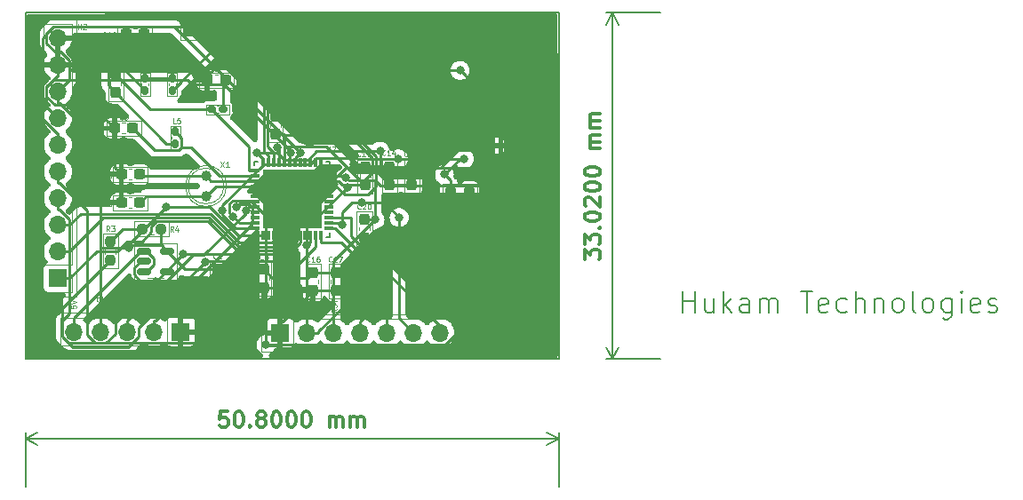
<source format=gbr>
G04 #@! TF.GenerationSoftware,KiCad,Pcbnew,7.0.7-7.0.7~ubuntu22.04.1*
G04 #@! TF.CreationDate,2023-09-01T16:04:56+05:30*
G04 #@! TF.ProjectId,Dev_board_cc2652R7,4465765f-626f-4617-9264-5f6363323635,rev?*
G04 #@! TF.SameCoordinates,Original*
G04 #@! TF.FileFunction,OtherDrawing,Comment*
%FSLAX46Y46*%
G04 Gerber Fmt 4.6, Leading zero omitted, Abs format (unit mm)*
G04 Created by KiCad (PCBNEW 7.0.7-7.0.7~ubuntu22.04.1) date 2023-09-01 16:04:56*
%MOMM*%
%LPD*%
G01*
G04 APERTURE LIST*
G04 Aperture macros list*
%AMRoundRect*
0 Rectangle with rounded corners*
0 $1 Rounding radius*
0 $2 $3 $4 $5 $6 $7 $8 $9 X,Y pos of 4 corners*
0 Add a 4 corners polygon primitive as box body*
4,1,4,$2,$3,$4,$5,$6,$7,$8,$9,$2,$3,0*
0 Add four circle primitives for the rounded corners*
1,1,$1+$1,$2,$3*
1,1,$1+$1,$4,$5*
1,1,$1+$1,$6,$7*
1,1,$1+$1,$8,$9*
0 Add four rect primitives between the rounded corners*
20,1,$1+$1,$2,$3,$4,$5,0*
20,1,$1+$1,$4,$5,$6,$7,0*
20,1,$1+$1,$6,$7,$8,$9,0*
20,1,$1+$1,$8,$9,$2,$3,0*%
G04 Aperture macros list end*
%ADD10C,0.120000*%
%ADD11C,0.200000*%
%ADD12C,0.300000*%
%ADD13C,0.150000*%
G04 #@! TA.AperFunction,SMDPad,CuDef*
%ADD14RoundRect,0.237500X0.237500X-0.300000X0.237500X0.300000X-0.237500X0.300000X-0.237500X-0.300000X0*%
G04 #@! TD*
G04 #@! TA.AperFunction,SMDPad,CuDef*
%ADD15R,0.812800X0.304800*%
G04 #@! TD*
G04 #@! TA.AperFunction,SMDPad,CuDef*
%ADD16R,0.304800X0.812800*%
G04 #@! TD*
G04 #@! TA.AperFunction,SMDPad,CuDef*
%ADD17R,5.588000X5.588000*%
G04 #@! TD*
G04 #@! TA.AperFunction,SMDPad,CuDef*
%ADD18RoundRect,0.237500X-0.237500X0.300000X-0.237500X-0.300000X0.237500X-0.300000X0.237500X0.300000X0*%
G04 #@! TD*
G04 #@! TA.AperFunction,SMDPad,CuDef*
%ADD19RoundRect,0.237500X0.250000X0.237500X-0.250000X0.237500X-0.250000X-0.237500X0.250000X-0.237500X0*%
G04 #@! TD*
G04 #@! TA.AperFunction,SMDPad,CuDef*
%ADD20RoundRect,0.160000X0.222500X0.160000X-0.222500X0.160000X-0.222500X-0.160000X0.222500X-0.160000X0*%
G04 #@! TD*
G04 #@! TA.AperFunction,SMDPad,CuDef*
%ADD21RoundRect,0.237500X0.300000X0.237500X-0.300000X0.237500X-0.300000X-0.237500X0.300000X-0.237500X0*%
G04 #@! TD*
G04 #@! TA.AperFunction,SMDPad,CuDef*
%ADD22R,2.700000X2.100000*%
G04 #@! TD*
G04 #@! TA.AperFunction,ConnectorPad*
%ADD23R,0.500000X0.500000*%
G04 #@! TD*
G04 #@! TA.AperFunction,ComponentPad*
%ADD24R,0.500000X0.900000*%
G04 #@! TD*
G04 #@! TA.AperFunction,ComponentPad*
%ADD25R,1.700000X1.700000*%
G04 #@! TD*
G04 #@! TA.AperFunction,ComponentPad*
%ADD26O,1.700000X1.700000*%
G04 #@! TD*
G04 #@! TA.AperFunction,SMDPad,CuDef*
%ADD27RoundRect,0.237500X-0.300000X-0.237500X0.300000X-0.237500X0.300000X0.237500X-0.300000X0.237500X0*%
G04 #@! TD*
G04 #@! TA.AperFunction,SMDPad,CuDef*
%ADD28RoundRect,0.237500X-0.237500X0.250000X-0.237500X-0.250000X0.237500X-0.250000X0.237500X0.250000X0*%
G04 #@! TD*
G04 #@! TA.AperFunction,SMDPad,CuDef*
%ADD29RoundRect,0.237500X-0.287500X-0.237500X0.287500X-0.237500X0.287500X0.237500X-0.287500X0.237500X0*%
G04 #@! TD*
G04 #@! TA.AperFunction,SMDPad,CuDef*
%ADD30RoundRect,0.237500X-0.250000X-0.237500X0.250000X-0.237500X0.250000X0.237500X-0.250000X0.237500X0*%
G04 #@! TD*
G04 #@! TA.AperFunction,SMDPad,CuDef*
%ADD31RoundRect,0.150000X-0.512500X-0.150000X0.512500X-0.150000X0.512500X0.150000X-0.512500X0.150000X0*%
G04 #@! TD*
G04 #@! TA.AperFunction,SMDPad,CuDef*
%ADD32RoundRect,0.160000X0.160000X-0.222500X0.160000X0.222500X-0.160000X0.222500X-0.160000X-0.222500X0*%
G04 #@! TD*
G04 #@! TA.AperFunction,SMDPad,CuDef*
%ADD33RoundRect,0.160000X-0.160000X0.222500X-0.160000X-0.222500X0.160000X-0.222500X0.160000X0.222500X0*%
G04 #@! TD*
G04 #@! TA.AperFunction,SMDPad,CuDef*
%ADD34RoundRect,0.237500X0.287500X0.237500X-0.287500X0.237500X-0.287500X-0.237500X0.287500X-0.237500X0*%
G04 #@! TD*
G04 #@! TA.AperFunction,SMDPad,CuDef*
%ADD35RoundRect,0.250000X-0.350000X-0.450000X0.350000X-0.450000X0.350000X0.450000X-0.350000X0.450000X0*%
G04 #@! TD*
G04 #@! TA.AperFunction,ComponentPad*
%ADD36C,1.000000*%
G04 #@! TD*
G04 #@! TA.AperFunction,SMDPad,CuDef*
%ADD37RoundRect,0.237500X-0.237500X0.287500X-0.237500X-0.287500X0.237500X-0.287500X0.237500X0.287500X0*%
G04 #@! TD*
G04 #@! TA.AperFunction,ViaPad*
%ADD38C,0.800000*%
G04 #@! TD*
G04 #@! TA.AperFunction,Conductor*
%ADD39C,0.250000*%
G04 #@! TD*
%ADD40RoundRect,0.237500X0.237500X-0.300000X0.237500X0.300000X-0.237500X0.300000X-0.237500X-0.300000X0*%
%ADD41R,0.812800X0.304800*%
%ADD42R,0.304800X0.812800*%
%ADD43R,5.588000X5.588000*%
%ADD44RoundRect,0.237500X-0.237500X0.300000X-0.237500X-0.300000X0.237500X-0.300000X0.237500X0.300000X0*%
%ADD45RoundRect,0.237500X0.250000X0.237500X-0.250000X0.237500X-0.250000X-0.237500X0.250000X-0.237500X0*%
%ADD46RoundRect,0.160000X0.222500X0.160000X-0.222500X0.160000X-0.222500X-0.160000X0.222500X-0.160000X0*%
%ADD47RoundRect,0.237500X0.300000X0.237500X-0.300000X0.237500X-0.300000X-0.237500X0.300000X-0.237500X0*%
%ADD48R,2.700000X2.100000*%
%ADD49RoundRect,0.237500X-0.300000X-0.237500X0.300000X-0.237500X0.300000X0.237500X-0.300000X0.237500X0*%
%ADD50RoundRect,0.237500X-0.237500X0.250000X-0.237500X-0.250000X0.237500X-0.250000X0.237500X0.250000X0*%
%ADD51RoundRect,0.237500X-0.287500X-0.237500X0.287500X-0.237500X0.287500X0.237500X-0.287500X0.237500X0*%
%ADD52RoundRect,0.237500X-0.250000X-0.237500X0.250000X-0.237500X0.250000X0.237500X-0.250000X0.237500X0*%
%ADD53RoundRect,0.150000X-0.512500X-0.150000X0.512500X-0.150000X0.512500X0.150000X-0.512500X0.150000X0*%
%ADD54RoundRect,0.160000X0.160000X-0.222500X0.160000X0.222500X-0.160000X0.222500X-0.160000X-0.222500X0*%
%ADD55RoundRect,0.160000X-0.160000X0.222500X-0.160000X-0.222500X0.160000X-0.222500X0.160000X0.222500X0*%
%ADD56RoundRect,0.237500X0.287500X0.237500X-0.287500X0.237500X-0.287500X-0.237500X0.287500X-0.237500X0*%
%ADD57RoundRect,0.250000X-0.350000X-0.450000X0.350000X-0.450000X0.350000X0.450000X-0.350000X0.450000X0*%
%ADD58RoundRect,0.237500X-0.237500X0.287500X-0.237500X-0.287500X0.237500X-0.287500X0.237500X0.287500X0*%
%ADD59C,0.090000*%
%ADD60C,0.152400*%
%ADD61R,1.700000X1.700000*%
%ADD62O,1.700000X1.700000*%
%ADD63C,1.000000*%
%ADD64C,0.050000*%
G04 APERTURE END LIST*
D10*
X144269423Y-100695855D02*
X144269423Y-99895855D01*
X144269423Y-99895855D02*
X144459899Y-99895855D01*
X144459899Y-99895855D02*
X144574185Y-99933950D01*
X144574185Y-99933950D02*
X144650375Y-100010140D01*
X144650375Y-100010140D02*
X144688470Y-100086331D01*
X144688470Y-100086331D02*
X144726566Y-100238712D01*
X144726566Y-100238712D02*
X144726566Y-100352998D01*
X144726566Y-100352998D02*
X144688470Y-100505379D01*
X144688470Y-100505379D02*
X144650375Y-100581569D01*
X144650375Y-100581569D02*
X144574185Y-100657760D01*
X144574185Y-100657760D02*
X144459899Y-100695855D01*
X144459899Y-100695855D02*
X144269423Y-100695855D01*
X145374185Y-100657760D02*
X145297994Y-100695855D01*
X145297994Y-100695855D02*
X145145613Y-100695855D01*
X145145613Y-100695855D02*
X145069423Y-100657760D01*
X145069423Y-100657760D02*
X145031327Y-100581569D01*
X145031327Y-100581569D02*
X145031327Y-100276807D01*
X145031327Y-100276807D02*
X145069423Y-100200617D01*
X145069423Y-100200617D02*
X145145613Y-100162521D01*
X145145613Y-100162521D02*
X145297994Y-100162521D01*
X145297994Y-100162521D02*
X145374185Y-100200617D01*
X145374185Y-100200617D02*
X145412280Y-100276807D01*
X145412280Y-100276807D02*
X145412280Y-100352998D01*
X145412280Y-100352998D02*
X145031327Y-100429188D01*
X145678946Y-100162521D02*
X145869422Y-100695855D01*
X145869422Y-100695855D02*
X146059899Y-100162521D01*
X146174185Y-100772045D02*
X146783708Y-100772045D01*
X147240851Y-100276807D02*
X147355137Y-100314902D01*
X147355137Y-100314902D02*
X147393232Y-100352998D01*
X147393232Y-100352998D02*
X147431328Y-100429188D01*
X147431328Y-100429188D02*
X147431328Y-100543474D01*
X147431328Y-100543474D02*
X147393232Y-100619664D01*
X147393232Y-100619664D02*
X147355137Y-100657760D01*
X147355137Y-100657760D02*
X147278947Y-100695855D01*
X147278947Y-100695855D02*
X146974185Y-100695855D01*
X146974185Y-100695855D02*
X146974185Y-99895855D01*
X146974185Y-99895855D02*
X147240851Y-99895855D01*
X147240851Y-99895855D02*
X147317042Y-99933950D01*
X147317042Y-99933950D02*
X147355137Y-99972045D01*
X147355137Y-99972045D02*
X147393232Y-100048236D01*
X147393232Y-100048236D02*
X147393232Y-100124426D01*
X147393232Y-100124426D02*
X147355137Y-100200617D01*
X147355137Y-100200617D02*
X147317042Y-100238712D01*
X147317042Y-100238712D02*
X147240851Y-100276807D01*
X147240851Y-100276807D02*
X146974185Y-100276807D01*
X147888470Y-100695855D02*
X147812280Y-100657760D01*
X147812280Y-100657760D02*
X147774185Y-100619664D01*
X147774185Y-100619664D02*
X147736089Y-100543474D01*
X147736089Y-100543474D02*
X147736089Y-100314902D01*
X147736089Y-100314902D02*
X147774185Y-100238712D01*
X147774185Y-100238712D02*
X147812280Y-100200617D01*
X147812280Y-100200617D02*
X147888470Y-100162521D01*
X147888470Y-100162521D02*
X148002756Y-100162521D01*
X148002756Y-100162521D02*
X148078947Y-100200617D01*
X148078947Y-100200617D02*
X148117042Y-100238712D01*
X148117042Y-100238712D02*
X148155137Y-100314902D01*
X148155137Y-100314902D02*
X148155137Y-100543474D01*
X148155137Y-100543474D02*
X148117042Y-100619664D01*
X148117042Y-100619664D02*
X148078947Y-100657760D01*
X148078947Y-100657760D02*
X148002756Y-100695855D01*
X148002756Y-100695855D02*
X147888470Y-100695855D01*
X148840852Y-100695855D02*
X148840852Y-100276807D01*
X148840852Y-100276807D02*
X148802757Y-100200617D01*
X148802757Y-100200617D02*
X148726566Y-100162521D01*
X148726566Y-100162521D02*
X148574185Y-100162521D01*
X148574185Y-100162521D02*
X148497995Y-100200617D01*
X148840852Y-100657760D02*
X148764661Y-100695855D01*
X148764661Y-100695855D02*
X148574185Y-100695855D01*
X148574185Y-100695855D02*
X148497995Y-100657760D01*
X148497995Y-100657760D02*
X148459899Y-100581569D01*
X148459899Y-100581569D02*
X148459899Y-100505379D01*
X148459899Y-100505379D02*
X148497995Y-100429188D01*
X148497995Y-100429188D02*
X148574185Y-100391093D01*
X148574185Y-100391093D02*
X148764661Y-100391093D01*
X148764661Y-100391093D02*
X148840852Y-100352998D01*
X149221805Y-100695855D02*
X149221805Y-100162521D01*
X149221805Y-100314902D02*
X149259900Y-100238712D01*
X149259900Y-100238712D02*
X149297995Y-100200617D01*
X149297995Y-100200617D02*
X149374186Y-100162521D01*
X149374186Y-100162521D02*
X149450376Y-100162521D01*
X150059900Y-100695855D02*
X150059900Y-99895855D01*
X150059900Y-100657760D02*
X149983709Y-100695855D01*
X149983709Y-100695855D02*
X149831328Y-100695855D01*
X149831328Y-100695855D02*
X149755138Y-100657760D01*
X149755138Y-100657760D02*
X149717043Y-100619664D01*
X149717043Y-100619664D02*
X149678947Y-100543474D01*
X149678947Y-100543474D02*
X149678947Y-100314902D01*
X149678947Y-100314902D02*
X149717043Y-100238712D01*
X149717043Y-100238712D02*
X149755138Y-100200617D01*
X149755138Y-100200617D02*
X149831328Y-100162521D01*
X149831328Y-100162521D02*
X149983709Y-100162521D01*
X149983709Y-100162521D02*
X150059900Y-100200617D01*
X150250377Y-100772045D02*
X150859900Y-100772045D01*
X150974186Y-100162521D02*
X151164662Y-100695855D01*
X151164662Y-100695855D02*
X151355139Y-100162521D01*
X152078948Y-100695855D02*
X151621805Y-100695855D01*
X151850377Y-100695855D02*
X151850377Y-99895855D01*
X151850377Y-99895855D02*
X151774186Y-100010140D01*
X151774186Y-100010140D02*
X151697996Y-100086331D01*
X151697996Y-100086331D02*
X151621805Y-100124426D01*
D11*
X164207768Y-97144838D02*
X164207768Y-95144838D01*
X164207768Y-96097219D02*
X165350625Y-96097219D01*
X165350625Y-97144838D02*
X165350625Y-95144838D01*
X167160149Y-95811504D02*
X167160149Y-97144838D01*
X166303006Y-95811504D02*
X166303006Y-96859123D01*
X166303006Y-96859123D02*
X166398244Y-97049600D01*
X166398244Y-97049600D02*
X166588720Y-97144838D01*
X166588720Y-97144838D02*
X166874435Y-97144838D01*
X166874435Y-97144838D02*
X167064911Y-97049600D01*
X167064911Y-97049600D02*
X167160149Y-96954361D01*
X168112530Y-97144838D02*
X168112530Y-95144838D01*
X168303006Y-96382933D02*
X168874435Y-97144838D01*
X168874435Y-95811504D02*
X168112530Y-96573409D01*
X170588721Y-97144838D02*
X170588721Y-96097219D01*
X170588721Y-96097219D02*
X170493483Y-95906742D01*
X170493483Y-95906742D02*
X170303007Y-95811504D01*
X170303007Y-95811504D02*
X169922054Y-95811504D01*
X169922054Y-95811504D02*
X169731578Y-95906742D01*
X170588721Y-97049600D02*
X170398245Y-97144838D01*
X170398245Y-97144838D02*
X169922054Y-97144838D01*
X169922054Y-97144838D02*
X169731578Y-97049600D01*
X169731578Y-97049600D02*
X169636340Y-96859123D01*
X169636340Y-96859123D02*
X169636340Y-96668647D01*
X169636340Y-96668647D02*
X169731578Y-96478171D01*
X169731578Y-96478171D02*
X169922054Y-96382933D01*
X169922054Y-96382933D02*
X170398245Y-96382933D01*
X170398245Y-96382933D02*
X170588721Y-96287695D01*
X171541102Y-97144838D02*
X171541102Y-95811504D01*
X171541102Y-96001980D02*
X171636340Y-95906742D01*
X171636340Y-95906742D02*
X171826816Y-95811504D01*
X171826816Y-95811504D02*
X172112531Y-95811504D01*
X172112531Y-95811504D02*
X172303007Y-95906742D01*
X172303007Y-95906742D02*
X172398245Y-96097219D01*
X172398245Y-96097219D02*
X172398245Y-97144838D01*
X172398245Y-96097219D02*
X172493483Y-95906742D01*
X172493483Y-95906742D02*
X172683959Y-95811504D01*
X172683959Y-95811504D02*
X172969673Y-95811504D01*
X172969673Y-95811504D02*
X173160150Y-95906742D01*
X173160150Y-95906742D02*
X173255388Y-96097219D01*
X173255388Y-96097219D02*
X173255388Y-97144838D01*
X175445865Y-95144838D02*
X176588722Y-95144838D01*
X176017293Y-97144838D02*
X176017293Y-95144838D01*
X178017294Y-97049600D02*
X177826818Y-97144838D01*
X177826818Y-97144838D02*
X177445865Y-97144838D01*
X177445865Y-97144838D02*
X177255389Y-97049600D01*
X177255389Y-97049600D02*
X177160151Y-96859123D01*
X177160151Y-96859123D02*
X177160151Y-96097219D01*
X177160151Y-96097219D02*
X177255389Y-95906742D01*
X177255389Y-95906742D02*
X177445865Y-95811504D01*
X177445865Y-95811504D02*
X177826818Y-95811504D01*
X177826818Y-95811504D02*
X178017294Y-95906742D01*
X178017294Y-95906742D02*
X178112532Y-96097219D01*
X178112532Y-96097219D02*
X178112532Y-96287695D01*
X178112532Y-96287695D02*
X177160151Y-96478171D01*
X179826818Y-97049600D02*
X179636342Y-97144838D01*
X179636342Y-97144838D02*
X179255389Y-97144838D01*
X179255389Y-97144838D02*
X179064913Y-97049600D01*
X179064913Y-97049600D02*
X178969675Y-96954361D01*
X178969675Y-96954361D02*
X178874437Y-96763885D01*
X178874437Y-96763885D02*
X178874437Y-96192457D01*
X178874437Y-96192457D02*
X178969675Y-96001980D01*
X178969675Y-96001980D02*
X179064913Y-95906742D01*
X179064913Y-95906742D02*
X179255389Y-95811504D01*
X179255389Y-95811504D02*
X179636342Y-95811504D01*
X179636342Y-95811504D02*
X179826818Y-95906742D01*
X180683961Y-97144838D02*
X180683961Y-95144838D01*
X181541104Y-97144838D02*
X181541104Y-96097219D01*
X181541104Y-96097219D02*
X181445866Y-95906742D01*
X181445866Y-95906742D02*
X181255390Y-95811504D01*
X181255390Y-95811504D02*
X180969675Y-95811504D01*
X180969675Y-95811504D02*
X180779199Y-95906742D01*
X180779199Y-95906742D02*
X180683961Y-96001980D01*
X182493485Y-95811504D02*
X182493485Y-97144838D01*
X182493485Y-96001980D02*
X182588723Y-95906742D01*
X182588723Y-95906742D02*
X182779199Y-95811504D01*
X182779199Y-95811504D02*
X183064914Y-95811504D01*
X183064914Y-95811504D02*
X183255390Y-95906742D01*
X183255390Y-95906742D02*
X183350628Y-96097219D01*
X183350628Y-96097219D02*
X183350628Y-97144838D01*
X184588723Y-97144838D02*
X184398247Y-97049600D01*
X184398247Y-97049600D02*
X184303009Y-96954361D01*
X184303009Y-96954361D02*
X184207771Y-96763885D01*
X184207771Y-96763885D02*
X184207771Y-96192457D01*
X184207771Y-96192457D02*
X184303009Y-96001980D01*
X184303009Y-96001980D02*
X184398247Y-95906742D01*
X184398247Y-95906742D02*
X184588723Y-95811504D01*
X184588723Y-95811504D02*
X184874438Y-95811504D01*
X184874438Y-95811504D02*
X185064914Y-95906742D01*
X185064914Y-95906742D02*
X185160152Y-96001980D01*
X185160152Y-96001980D02*
X185255390Y-96192457D01*
X185255390Y-96192457D02*
X185255390Y-96763885D01*
X185255390Y-96763885D02*
X185160152Y-96954361D01*
X185160152Y-96954361D02*
X185064914Y-97049600D01*
X185064914Y-97049600D02*
X184874438Y-97144838D01*
X184874438Y-97144838D02*
X184588723Y-97144838D01*
X186398247Y-97144838D02*
X186207771Y-97049600D01*
X186207771Y-97049600D02*
X186112533Y-96859123D01*
X186112533Y-96859123D02*
X186112533Y-95144838D01*
X187445866Y-97144838D02*
X187255390Y-97049600D01*
X187255390Y-97049600D02*
X187160152Y-96954361D01*
X187160152Y-96954361D02*
X187064914Y-96763885D01*
X187064914Y-96763885D02*
X187064914Y-96192457D01*
X187064914Y-96192457D02*
X187160152Y-96001980D01*
X187160152Y-96001980D02*
X187255390Y-95906742D01*
X187255390Y-95906742D02*
X187445866Y-95811504D01*
X187445866Y-95811504D02*
X187731581Y-95811504D01*
X187731581Y-95811504D02*
X187922057Y-95906742D01*
X187922057Y-95906742D02*
X188017295Y-96001980D01*
X188017295Y-96001980D02*
X188112533Y-96192457D01*
X188112533Y-96192457D02*
X188112533Y-96763885D01*
X188112533Y-96763885D02*
X188017295Y-96954361D01*
X188017295Y-96954361D02*
X187922057Y-97049600D01*
X187922057Y-97049600D02*
X187731581Y-97144838D01*
X187731581Y-97144838D02*
X187445866Y-97144838D01*
X189826819Y-95811504D02*
X189826819Y-97430552D01*
X189826819Y-97430552D02*
X189731581Y-97621028D01*
X189731581Y-97621028D02*
X189636343Y-97716266D01*
X189636343Y-97716266D02*
X189445866Y-97811504D01*
X189445866Y-97811504D02*
X189160152Y-97811504D01*
X189160152Y-97811504D02*
X188969676Y-97716266D01*
X189826819Y-97049600D02*
X189636343Y-97144838D01*
X189636343Y-97144838D02*
X189255390Y-97144838D01*
X189255390Y-97144838D02*
X189064914Y-97049600D01*
X189064914Y-97049600D02*
X188969676Y-96954361D01*
X188969676Y-96954361D02*
X188874438Y-96763885D01*
X188874438Y-96763885D02*
X188874438Y-96192457D01*
X188874438Y-96192457D02*
X188969676Y-96001980D01*
X188969676Y-96001980D02*
X189064914Y-95906742D01*
X189064914Y-95906742D02*
X189255390Y-95811504D01*
X189255390Y-95811504D02*
X189636343Y-95811504D01*
X189636343Y-95811504D02*
X189826819Y-95906742D01*
X190779200Y-97144838D02*
X190779200Y-95811504D01*
X190779200Y-95144838D02*
X190683962Y-95240076D01*
X190683962Y-95240076D02*
X190779200Y-95335314D01*
X190779200Y-95335314D02*
X190874438Y-95240076D01*
X190874438Y-95240076D02*
X190779200Y-95144838D01*
X190779200Y-95144838D02*
X190779200Y-95335314D01*
X192493486Y-97049600D02*
X192303010Y-97144838D01*
X192303010Y-97144838D02*
X191922057Y-97144838D01*
X191922057Y-97144838D02*
X191731581Y-97049600D01*
X191731581Y-97049600D02*
X191636343Y-96859123D01*
X191636343Y-96859123D02*
X191636343Y-96097219D01*
X191636343Y-96097219D02*
X191731581Y-95906742D01*
X191731581Y-95906742D02*
X191922057Y-95811504D01*
X191922057Y-95811504D02*
X192303010Y-95811504D01*
X192303010Y-95811504D02*
X192493486Y-95906742D01*
X192493486Y-95906742D02*
X192588724Y-96097219D01*
X192588724Y-96097219D02*
X192588724Y-96287695D01*
X192588724Y-96287695D02*
X191636343Y-96478171D01*
X193350629Y-97049600D02*
X193541105Y-97144838D01*
X193541105Y-97144838D02*
X193922057Y-97144838D01*
X193922057Y-97144838D02*
X194112534Y-97049600D01*
X194112534Y-97049600D02*
X194207772Y-96859123D01*
X194207772Y-96859123D02*
X194207772Y-96763885D01*
X194207772Y-96763885D02*
X194112534Y-96573409D01*
X194112534Y-96573409D02*
X193922057Y-96478171D01*
X193922057Y-96478171D02*
X193636343Y-96478171D01*
X193636343Y-96478171D02*
X193445867Y-96382933D01*
X193445867Y-96382933D02*
X193350629Y-96192457D01*
X193350629Y-96192457D02*
X193350629Y-96097219D01*
X193350629Y-96097219D02*
X193445867Y-95906742D01*
X193445867Y-95906742D02*
X193636343Y-95811504D01*
X193636343Y-95811504D02*
X193922057Y-95811504D01*
X193922057Y-95811504D02*
X194112534Y-95906742D01*
D12*
X120857144Y-106598328D02*
X120142858Y-106598328D01*
X120142858Y-106598328D02*
X120071430Y-107312614D01*
X120071430Y-107312614D02*
X120142858Y-107241185D01*
X120142858Y-107241185D02*
X120285716Y-107169757D01*
X120285716Y-107169757D02*
X120642858Y-107169757D01*
X120642858Y-107169757D02*
X120785716Y-107241185D01*
X120785716Y-107241185D02*
X120857144Y-107312614D01*
X120857144Y-107312614D02*
X120928573Y-107455471D01*
X120928573Y-107455471D02*
X120928573Y-107812614D01*
X120928573Y-107812614D02*
X120857144Y-107955471D01*
X120857144Y-107955471D02*
X120785716Y-108026900D01*
X120785716Y-108026900D02*
X120642858Y-108098328D01*
X120642858Y-108098328D02*
X120285716Y-108098328D01*
X120285716Y-108098328D02*
X120142858Y-108026900D01*
X120142858Y-108026900D02*
X120071430Y-107955471D01*
X121857144Y-106598328D02*
X122000001Y-106598328D01*
X122000001Y-106598328D02*
X122142858Y-106669757D01*
X122142858Y-106669757D02*
X122214287Y-106741185D01*
X122214287Y-106741185D02*
X122285715Y-106884042D01*
X122285715Y-106884042D02*
X122357144Y-107169757D01*
X122357144Y-107169757D02*
X122357144Y-107526900D01*
X122357144Y-107526900D02*
X122285715Y-107812614D01*
X122285715Y-107812614D02*
X122214287Y-107955471D01*
X122214287Y-107955471D02*
X122142858Y-108026900D01*
X122142858Y-108026900D02*
X122000001Y-108098328D01*
X122000001Y-108098328D02*
X121857144Y-108098328D01*
X121857144Y-108098328D02*
X121714287Y-108026900D01*
X121714287Y-108026900D02*
X121642858Y-107955471D01*
X121642858Y-107955471D02*
X121571429Y-107812614D01*
X121571429Y-107812614D02*
X121500001Y-107526900D01*
X121500001Y-107526900D02*
X121500001Y-107169757D01*
X121500001Y-107169757D02*
X121571429Y-106884042D01*
X121571429Y-106884042D02*
X121642858Y-106741185D01*
X121642858Y-106741185D02*
X121714287Y-106669757D01*
X121714287Y-106669757D02*
X121857144Y-106598328D01*
X123000000Y-107955471D02*
X123071429Y-108026900D01*
X123071429Y-108026900D02*
X123000000Y-108098328D01*
X123000000Y-108098328D02*
X122928572Y-108026900D01*
X122928572Y-108026900D02*
X123000000Y-107955471D01*
X123000000Y-107955471D02*
X123000000Y-108098328D01*
X123928572Y-107241185D02*
X123785715Y-107169757D01*
X123785715Y-107169757D02*
X123714286Y-107098328D01*
X123714286Y-107098328D02*
X123642858Y-106955471D01*
X123642858Y-106955471D02*
X123642858Y-106884042D01*
X123642858Y-106884042D02*
X123714286Y-106741185D01*
X123714286Y-106741185D02*
X123785715Y-106669757D01*
X123785715Y-106669757D02*
X123928572Y-106598328D01*
X123928572Y-106598328D02*
X124214286Y-106598328D01*
X124214286Y-106598328D02*
X124357144Y-106669757D01*
X124357144Y-106669757D02*
X124428572Y-106741185D01*
X124428572Y-106741185D02*
X124500001Y-106884042D01*
X124500001Y-106884042D02*
X124500001Y-106955471D01*
X124500001Y-106955471D02*
X124428572Y-107098328D01*
X124428572Y-107098328D02*
X124357144Y-107169757D01*
X124357144Y-107169757D02*
X124214286Y-107241185D01*
X124214286Y-107241185D02*
X123928572Y-107241185D01*
X123928572Y-107241185D02*
X123785715Y-107312614D01*
X123785715Y-107312614D02*
X123714286Y-107384042D01*
X123714286Y-107384042D02*
X123642858Y-107526900D01*
X123642858Y-107526900D02*
X123642858Y-107812614D01*
X123642858Y-107812614D02*
X123714286Y-107955471D01*
X123714286Y-107955471D02*
X123785715Y-108026900D01*
X123785715Y-108026900D02*
X123928572Y-108098328D01*
X123928572Y-108098328D02*
X124214286Y-108098328D01*
X124214286Y-108098328D02*
X124357144Y-108026900D01*
X124357144Y-108026900D02*
X124428572Y-107955471D01*
X124428572Y-107955471D02*
X124500001Y-107812614D01*
X124500001Y-107812614D02*
X124500001Y-107526900D01*
X124500001Y-107526900D02*
X124428572Y-107384042D01*
X124428572Y-107384042D02*
X124357144Y-107312614D01*
X124357144Y-107312614D02*
X124214286Y-107241185D01*
X125428572Y-106598328D02*
X125571429Y-106598328D01*
X125571429Y-106598328D02*
X125714286Y-106669757D01*
X125714286Y-106669757D02*
X125785715Y-106741185D01*
X125785715Y-106741185D02*
X125857143Y-106884042D01*
X125857143Y-106884042D02*
X125928572Y-107169757D01*
X125928572Y-107169757D02*
X125928572Y-107526900D01*
X125928572Y-107526900D02*
X125857143Y-107812614D01*
X125857143Y-107812614D02*
X125785715Y-107955471D01*
X125785715Y-107955471D02*
X125714286Y-108026900D01*
X125714286Y-108026900D02*
X125571429Y-108098328D01*
X125571429Y-108098328D02*
X125428572Y-108098328D01*
X125428572Y-108098328D02*
X125285715Y-108026900D01*
X125285715Y-108026900D02*
X125214286Y-107955471D01*
X125214286Y-107955471D02*
X125142857Y-107812614D01*
X125142857Y-107812614D02*
X125071429Y-107526900D01*
X125071429Y-107526900D02*
X125071429Y-107169757D01*
X125071429Y-107169757D02*
X125142857Y-106884042D01*
X125142857Y-106884042D02*
X125214286Y-106741185D01*
X125214286Y-106741185D02*
X125285715Y-106669757D01*
X125285715Y-106669757D02*
X125428572Y-106598328D01*
X126857143Y-106598328D02*
X127000000Y-106598328D01*
X127000000Y-106598328D02*
X127142857Y-106669757D01*
X127142857Y-106669757D02*
X127214286Y-106741185D01*
X127214286Y-106741185D02*
X127285714Y-106884042D01*
X127285714Y-106884042D02*
X127357143Y-107169757D01*
X127357143Y-107169757D02*
X127357143Y-107526900D01*
X127357143Y-107526900D02*
X127285714Y-107812614D01*
X127285714Y-107812614D02*
X127214286Y-107955471D01*
X127214286Y-107955471D02*
X127142857Y-108026900D01*
X127142857Y-108026900D02*
X127000000Y-108098328D01*
X127000000Y-108098328D02*
X126857143Y-108098328D01*
X126857143Y-108098328D02*
X126714286Y-108026900D01*
X126714286Y-108026900D02*
X126642857Y-107955471D01*
X126642857Y-107955471D02*
X126571428Y-107812614D01*
X126571428Y-107812614D02*
X126500000Y-107526900D01*
X126500000Y-107526900D02*
X126500000Y-107169757D01*
X126500000Y-107169757D02*
X126571428Y-106884042D01*
X126571428Y-106884042D02*
X126642857Y-106741185D01*
X126642857Y-106741185D02*
X126714286Y-106669757D01*
X126714286Y-106669757D02*
X126857143Y-106598328D01*
X128285714Y-106598328D02*
X128428571Y-106598328D01*
X128428571Y-106598328D02*
X128571428Y-106669757D01*
X128571428Y-106669757D02*
X128642857Y-106741185D01*
X128642857Y-106741185D02*
X128714285Y-106884042D01*
X128714285Y-106884042D02*
X128785714Y-107169757D01*
X128785714Y-107169757D02*
X128785714Y-107526900D01*
X128785714Y-107526900D02*
X128714285Y-107812614D01*
X128714285Y-107812614D02*
X128642857Y-107955471D01*
X128642857Y-107955471D02*
X128571428Y-108026900D01*
X128571428Y-108026900D02*
X128428571Y-108098328D01*
X128428571Y-108098328D02*
X128285714Y-108098328D01*
X128285714Y-108098328D02*
X128142857Y-108026900D01*
X128142857Y-108026900D02*
X128071428Y-107955471D01*
X128071428Y-107955471D02*
X127999999Y-107812614D01*
X127999999Y-107812614D02*
X127928571Y-107526900D01*
X127928571Y-107526900D02*
X127928571Y-107169757D01*
X127928571Y-107169757D02*
X127999999Y-106884042D01*
X127999999Y-106884042D02*
X128071428Y-106741185D01*
X128071428Y-106741185D02*
X128142857Y-106669757D01*
X128142857Y-106669757D02*
X128285714Y-106598328D01*
X130571427Y-108098328D02*
X130571427Y-107098328D01*
X130571427Y-107241185D02*
X130642856Y-107169757D01*
X130642856Y-107169757D02*
X130785713Y-107098328D01*
X130785713Y-107098328D02*
X130999999Y-107098328D01*
X130999999Y-107098328D02*
X131142856Y-107169757D01*
X131142856Y-107169757D02*
X131214285Y-107312614D01*
X131214285Y-107312614D02*
X131214285Y-108098328D01*
X131214285Y-107312614D02*
X131285713Y-107169757D01*
X131285713Y-107169757D02*
X131428570Y-107098328D01*
X131428570Y-107098328D02*
X131642856Y-107098328D01*
X131642856Y-107098328D02*
X131785713Y-107169757D01*
X131785713Y-107169757D02*
X131857142Y-107312614D01*
X131857142Y-107312614D02*
X131857142Y-108098328D01*
X132571427Y-108098328D02*
X132571427Y-107098328D01*
X132571427Y-107241185D02*
X132642856Y-107169757D01*
X132642856Y-107169757D02*
X132785713Y-107098328D01*
X132785713Y-107098328D02*
X132999999Y-107098328D01*
X132999999Y-107098328D02*
X133142856Y-107169757D01*
X133142856Y-107169757D02*
X133214285Y-107312614D01*
X133214285Y-107312614D02*
X133214285Y-108098328D01*
X133214285Y-107312614D02*
X133285713Y-107169757D01*
X133285713Y-107169757D02*
X133428570Y-107098328D01*
X133428570Y-107098328D02*
X133642856Y-107098328D01*
X133642856Y-107098328D02*
X133785713Y-107169757D01*
X133785713Y-107169757D02*
X133857142Y-107312614D01*
X133857142Y-107312614D02*
X133857142Y-108098328D01*
D11*
X101600000Y-113800000D02*
X101600000Y-108633580D01*
X152400000Y-113800000D02*
X152400000Y-108633580D01*
X101600000Y-109220000D02*
X152400000Y-109220000D01*
X101600000Y-109220000D02*
X152400000Y-109220000D01*
X101600000Y-109220000D02*
X102726504Y-108633579D01*
X101600000Y-109220000D02*
X102726504Y-109806421D01*
X152400000Y-109220000D02*
X151273496Y-109806421D01*
X152400000Y-109220000D02*
X151273496Y-108633579D01*
D12*
X154858328Y-92089998D02*
X154858328Y-91161426D01*
X154858328Y-91161426D02*
X155429757Y-91661426D01*
X155429757Y-91661426D02*
X155429757Y-91447141D01*
X155429757Y-91447141D02*
X155501185Y-91304284D01*
X155501185Y-91304284D02*
X155572614Y-91232855D01*
X155572614Y-91232855D02*
X155715471Y-91161426D01*
X155715471Y-91161426D02*
X156072614Y-91161426D01*
X156072614Y-91161426D02*
X156215471Y-91232855D01*
X156215471Y-91232855D02*
X156286900Y-91304284D01*
X156286900Y-91304284D02*
X156358328Y-91447141D01*
X156358328Y-91447141D02*
X156358328Y-91875712D01*
X156358328Y-91875712D02*
X156286900Y-92018569D01*
X156286900Y-92018569D02*
X156215471Y-92089998D01*
X154858328Y-90661427D02*
X154858328Y-89732855D01*
X154858328Y-89732855D02*
X155429757Y-90232855D01*
X155429757Y-90232855D02*
X155429757Y-90018570D01*
X155429757Y-90018570D02*
X155501185Y-89875713D01*
X155501185Y-89875713D02*
X155572614Y-89804284D01*
X155572614Y-89804284D02*
X155715471Y-89732855D01*
X155715471Y-89732855D02*
X156072614Y-89732855D01*
X156072614Y-89732855D02*
X156215471Y-89804284D01*
X156215471Y-89804284D02*
X156286900Y-89875713D01*
X156286900Y-89875713D02*
X156358328Y-90018570D01*
X156358328Y-90018570D02*
X156358328Y-90447141D01*
X156358328Y-90447141D02*
X156286900Y-90589998D01*
X156286900Y-90589998D02*
X156215471Y-90661427D01*
X156215471Y-89089999D02*
X156286900Y-89018570D01*
X156286900Y-89018570D02*
X156358328Y-89089999D01*
X156358328Y-89089999D02*
X156286900Y-89161427D01*
X156286900Y-89161427D02*
X156215471Y-89089999D01*
X156215471Y-89089999D02*
X156358328Y-89089999D01*
X154858328Y-88089998D02*
X154858328Y-87947141D01*
X154858328Y-87947141D02*
X154929757Y-87804284D01*
X154929757Y-87804284D02*
X155001185Y-87732856D01*
X155001185Y-87732856D02*
X155144042Y-87661427D01*
X155144042Y-87661427D02*
X155429757Y-87589998D01*
X155429757Y-87589998D02*
X155786900Y-87589998D01*
X155786900Y-87589998D02*
X156072614Y-87661427D01*
X156072614Y-87661427D02*
X156215471Y-87732856D01*
X156215471Y-87732856D02*
X156286900Y-87804284D01*
X156286900Y-87804284D02*
X156358328Y-87947141D01*
X156358328Y-87947141D02*
X156358328Y-88089998D01*
X156358328Y-88089998D02*
X156286900Y-88232856D01*
X156286900Y-88232856D02*
X156215471Y-88304284D01*
X156215471Y-88304284D02*
X156072614Y-88375713D01*
X156072614Y-88375713D02*
X155786900Y-88447141D01*
X155786900Y-88447141D02*
X155429757Y-88447141D01*
X155429757Y-88447141D02*
X155144042Y-88375713D01*
X155144042Y-88375713D02*
X155001185Y-88304284D01*
X155001185Y-88304284D02*
X154929757Y-88232856D01*
X154929757Y-88232856D02*
X154858328Y-88089998D01*
X155001185Y-87018570D02*
X154929757Y-86947142D01*
X154929757Y-86947142D02*
X154858328Y-86804285D01*
X154858328Y-86804285D02*
X154858328Y-86447142D01*
X154858328Y-86447142D02*
X154929757Y-86304285D01*
X154929757Y-86304285D02*
X155001185Y-86232856D01*
X155001185Y-86232856D02*
X155144042Y-86161427D01*
X155144042Y-86161427D02*
X155286900Y-86161427D01*
X155286900Y-86161427D02*
X155501185Y-86232856D01*
X155501185Y-86232856D02*
X156358328Y-87089999D01*
X156358328Y-87089999D02*
X156358328Y-86161427D01*
X154858328Y-85232856D02*
X154858328Y-85089999D01*
X154858328Y-85089999D02*
X154929757Y-84947142D01*
X154929757Y-84947142D02*
X155001185Y-84875714D01*
X155001185Y-84875714D02*
X155144042Y-84804285D01*
X155144042Y-84804285D02*
X155429757Y-84732856D01*
X155429757Y-84732856D02*
X155786900Y-84732856D01*
X155786900Y-84732856D02*
X156072614Y-84804285D01*
X156072614Y-84804285D02*
X156215471Y-84875714D01*
X156215471Y-84875714D02*
X156286900Y-84947142D01*
X156286900Y-84947142D02*
X156358328Y-85089999D01*
X156358328Y-85089999D02*
X156358328Y-85232856D01*
X156358328Y-85232856D02*
X156286900Y-85375714D01*
X156286900Y-85375714D02*
X156215471Y-85447142D01*
X156215471Y-85447142D02*
X156072614Y-85518571D01*
X156072614Y-85518571D02*
X155786900Y-85589999D01*
X155786900Y-85589999D02*
X155429757Y-85589999D01*
X155429757Y-85589999D02*
X155144042Y-85518571D01*
X155144042Y-85518571D02*
X155001185Y-85447142D01*
X155001185Y-85447142D02*
X154929757Y-85375714D01*
X154929757Y-85375714D02*
X154858328Y-85232856D01*
X154858328Y-83804285D02*
X154858328Y-83661428D01*
X154858328Y-83661428D02*
X154929757Y-83518571D01*
X154929757Y-83518571D02*
X155001185Y-83447143D01*
X155001185Y-83447143D02*
X155144042Y-83375714D01*
X155144042Y-83375714D02*
X155429757Y-83304285D01*
X155429757Y-83304285D02*
X155786900Y-83304285D01*
X155786900Y-83304285D02*
X156072614Y-83375714D01*
X156072614Y-83375714D02*
X156215471Y-83447143D01*
X156215471Y-83447143D02*
X156286900Y-83518571D01*
X156286900Y-83518571D02*
X156358328Y-83661428D01*
X156358328Y-83661428D02*
X156358328Y-83804285D01*
X156358328Y-83804285D02*
X156286900Y-83947143D01*
X156286900Y-83947143D02*
X156215471Y-84018571D01*
X156215471Y-84018571D02*
X156072614Y-84090000D01*
X156072614Y-84090000D02*
X155786900Y-84161428D01*
X155786900Y-84161428D02*
X155429757Y-84161428D01*
X155429757Y-84161428D02*
X155144042Y-84090000D01*
X155144042Y-84090000D02*
X155001185Y-84018571D01*
X155001185Y-84018571D02*
X154929757Y-83947143D01*
X154929757Y-83947143D02*
X154858328Y-83804285D01*
X156358328Y-81518572D02*
X155358328Y-81518572D01*
X155501185Y-81518572D02*
X155429757Y-81447143D01*
X155429757Y-81447143D02*
X155358328Y-81304286D01*
X155358328Y-81304286D02*
X155358328Y-81090000D01*
X155358328Y-81090000D02*
X155429757Y-80947143D01*
X155429757Y-80947143D02*
X155572614Y-80875715D01*
X155572614Y-80875715D02*
X156358328Y-80875715D01*
X155572614Y-80875715D02*
X155429757Y-80804286D01*
X155429757Y-80804286D02*
X155358328Y-80661429D01*
X155358328Y-80661429D02*
X155358328Y-80447143D01*
X155358328Y-80447143D02*
X155429757Y-80304286D01*
X155429757Y-80304286D02*
X155572614Y-80232857D01*
X155572614Y-80232857D02*
X156358328Y-80232857D01*
X156358328Y-79518572D02*
X155358328Y-79518572D01*
X155501185Y-79518572D02*
X155429757Y-79447143D01*
X155429757Y-79447143D02*
X155358328Y-79304286D01*
X155358328Y-79304286D02*
X155358328Y-79090000D01*
X155358328Y-79090000D02*
X155429757Y-78947143D01*
X155429757Y-78947143D02*
X155572614Y-78875715D01*
X155572614Y-78875715D02*
X156358328Y-78875715D01*
X155572614Y-78875715D02*
X155429757Y-78804286D01*
X155429757Y-78804286D02*
X155358328Y-78661429D01*
X155358328Y-78661429D02*
X155358328Y-78447143D01*
X155358328Y-78447143D02*
X155429757Y-78304286D01*
X155429757Y-78304286D02*
X155572614Y-78232857D01*
X155572614Y-78232857D02*
X156358328Y-78232857D01*
D11*
X162060000Y-101600000D02*
X156893580Y-101600000D01*
X162060000Y-68580000D02*
X156893580Y-68580000D01*
X157480000Y-101600000D02*
X157480000Y-68580000D01*
X157480000Y-101600000D02*
X157480000Y-68580000D01*
X157480000Y-101600000D02*
X156893579Y-100473496D01*
X157480000Y-101600000D02*
X158066421Y-100473496D01*
X157480000Y-68580000D02*
X158066421Y-69706504D01*
X157480000Y-68580000D02*
X156893579Y-69706504D01*
D13*
X146725000Y-69100000D02*
X151925000Y-69100000D01*
X151925000Y-84300000D02*
X151925000Y-69100000D01*
X151925000Y-84300000D02*
X146725000Y-69100000D01*
X146725000Y-84300000D02*
X151925000Y-69100000D01*
X146725000Y-84300000D02*
X146725000Y-69100000D01*
X146725000Y-84300000D02*
X151925000Y-84300000D01*
G04 #@! TA.AperFunction,EtchedComponent*
G36*
X151625000Y-72100000D02*
G01*
X148985000Y-72100000D01*
X148985000Y-74100000D01*
X151625000Y-74100000D01*
X151625000Y-76800000D01*
X148985000Y-76800000D01*
X148985000Y-78800000D01*
X151625000Y-78800000D01*
X151625000Y-83800000D01*
X146468215Y-83800000D01*
X146225000Y-83800000D01*
X146225000Y-83375156D01*
X146328957Y-83375156D01*
X146341065Y-83417819D01*
X146345419Y-83425731D01*
X146378203Y-83463674D01*
X146420605Y-83487742D01*
X146468215Y-83497583D01*
X146516622Y-83492847D01*
X146561416Y-83473185D01*
X146598186Y-83438245D01*
X146615092Y-83405353D01*
X146622982Y-83357267D01*
X146616408Y-83307682D01*
X146596313Y-83262372D01*
X146563643Y-83227112D01*
X146531417Y-83210218D01*
X146483158Y-83201778D01*
X146433632Y-83208309D01*
X146388447Y-83228868D01*
X146353213Y-83262511D01*
X146342600Y-83281122D01*
X146329700Y-83326637D01*
X146328957Y-83375156D01*
X146225000Y-83375156D01*
X146225000Y-82900000D01*
X151125000Y-82900000D01*
X151125000Y-81500000D01*
X146225000Y-81500000D01*
X146225000Y-81000000D01*
X151125000Y-81000000D01*
X151125000Y-79300000D01*
X148485000Y-79300000D01*
X148485000Y-76300000D01*
X151125000Y-76300000D01*
X151125000Y-74600000D01*
X148485000Y-74600000D01*
X148485000Y-71600000D01*
X151125000Y-71600000D01*
X151125000Y-69900000D01*
X147185000Y-69900000D01*
X147185000Y-69400000D01*
X151625000Y-69400000D01*
X151625000Y-72100000D01*
G37*
G04 #@! TD.AperFunction*
D14*
X133937500Y-85000000D03*
X133937500Y-83275000D03*
D15*
X123520200Y-83616800D03*
X123520200Y-84099400D03*
X123520200Y-84607400D03*
X123520200Y-85115400D03*
X123520200Y-85598000D03*
X123520200Y-86106000D03*
X123520200Y-86614000D03*
X123520200Y-87122000D03*
X123520200Y-87604600D03*
X123520200Y-88112600D03*
X123520200Y-88620600D03*
X123520200Y-89103200D03*
D16*
X124256800Y-89839800D03*
X124739400Y-89839800D03*
X125247400Y-89839800D03*
X125755400Y-89839800D03*
X126238000Y-89839800D03*
X126746000Y-89839800D03*
X127254000Y-89839800D03*
X127762000Y-89839800D03*
X128244600Y-89839800D03*
X128752600Y-89839800D03*
X129260600Y-89839800D03*
X129743200Y-89839800D03*
D15*
X130479800Y-89103200D03*
X130479800Y-88620600D03*
X130479800Y-88112600D03*
X130479800Y-87604600D03*
X130479800Y-87122000D03*
X130479800Y-86614000D03*
X130479800Y-86106000D03*
X130479800Y-85598000D03*
X130479800Y-85115400D03*
X130479800Y-84607400D03*
X130479800Y-84099400D03*
X130479800Y-83616800D03*
D16*
X129743200Y-82880200D03*
X129260600Y-82880200D03*
X128752600Y-82880200D03*
X128244600Y-82880200D03*
X127762000Y-82880200D03*
X127254000Y-82880200D03*
X126746000Y-82880200D03*
X126238000Y-82880200D03*
X125755400Y-82880200D03*
X125247400Y-82880200D03*
X124739400Y-82880200D03*
X124256800Y-82880200D03*
D17*
X127000000Y-86360000D03*
D18*
X133900000Y-88300000D03*
X133900000Y-90025000D03*
D19*
X114512500Y-89200000D03*
X112687500Y-89200000D03*
D14*
X125400000Y-80162500D03*
X125400000Y-78437500D03*
D18*
X124300000Y-93037500D03*
X124300000Y-94762500D03*
X122100000Y-93037500D03*
X122100000Y-94762500D03*
D20*
X120472500Y-77800000D03*
X119327500Y-77800000D03*
D18*
X119900000Y-93037500D03*
X119900000Y-94762500D03*
D21*
X112462500Y-86700000D03*
X110737500Y-86700000D03*
X112900000Y-70600000D03*
X111175000Y-70600000D03*
D22*
X130150000Y-71350000D03*
X124850000Y-71350000D03*
X124850000Y-74450000D03*
X130150000Y-74450000D03*
D23*
X146475000Y-81250000D03*
D24*
X146475000Y-83350000D03*
D25*
X116400000Y-99000000D03*
D26*
X113860000Y-99000000D03*
X111320000Y-99000000D03*
X108780000Y-99000000D03*
X106240000Y-99000000D03*
D27*
X118937500Y-75000000D03*
X120662500Y-75000000D03*
D14*
X138400000Y-85000000D03*
X138400000Y-83275000D03*
D18*
X129000000Y-93337500D03*
X129000000Y-95062500D03*
D28*
X109700000Y-90375000D03*
X109700000Y-92200000D03*
D29*
X140525000Y-89300000D03*
X142275000Y-89300000D03*
D21*
X111825000Y-79600000D03*
X110100000Y-79600000D03*
X112462500Y-84000000D03*
X110737500Y-84000000D03*
D30*
X142087500Y-85600000D03*
X143912500Y-85600000D03*
D27*
X139537500Y-71000000D03*
X141262500Y-71000000D03*
D25*
X125880000Y-99100000D03*
D26*
X128420000Y-99100000D03*
X130960000Y-99100000D03*
X133500000Y-99100000D03*
X136040000Y-99100000D03*
X138580000Y-99100000D03*
X141120000Y-99100000D03*
D25*
X104700000Y-93860000D03*
D26*
X104700000Y-91320000D03*
X104700000Y-88780000D03*
X104700000Y-86240000D03*
X104700000Y-83700000D03*
X104700000Y-81160000D03*
X104700000Y-78620000D03*
X104700000Y-76080000D03*
X104700000Y-73540000D03*
X104700000Y-71000000D03*
D14*
X126400000Y-94762500D03*
X126400000Y-93037500D03*
D27*
X139637500Y-76500000D03*
X141362500Y-76500000D03*
D31*
X112862500Y-91350000D03*
X112862500Y-92300000D03*
X112862500Y-93250000D03*
X115137500Y-93250000D03*
X115137500Y-91350000D03*
D30*
X139487500Y-73700000D03*
X141312500Y-73700000D03*
D14*
X110200000Y-76200000D03*
X110200000Y-74475000D03*
D32*
X113000000Y-75972500D03*
X113000000Y-74827500D03*
D33*
X115900000Y-79902500D03*
X115900000Y-81047500D03*
X115600000Y-74827500D03*
X115600000Y-75972500D03*
D34*
X122075000Y-99800000D03*
X120325000Y-99800000D03*
D35*
X117200000Y-70200000D03*
X119200000Y-70200000D03*
D14*
X128600000Y-80200000D03*
X128600000Y-78475000D03*
D30*
X142587500Y-95000000D03*
X144412500Y-95000000D03*
D14*
X136300000Y-85000000D03*
X136300000Y-83275000D03*
D36*
X118800000Y-86050000D03*
X118800000Y-84150000D03*
D29*
X140525000Y-92400000D03*
X142275000Y-92400000D03*
D18*
X131200000Y-93337500D03*
X131200000Y-95062500D03*
X133300000Y-93337500D03*
X133300000Y-95062500D03*
D37*
X133400000Y-77925000D03*
X133400000Y-79675000D03*
D38*
X127200000Y-86500000D03*
X132904600Y-83030900D03*
X117884100Y-74577800D03*
X128420000Y-90770800D03*
X115014700Y-87106500D03*
X132258200Y-85222600D03*
X111490200Y-91022000D03*
X123680600Y-81924800D03*
X135381600Y-81779900D03*
X125601300Y-81385000D03*
X142994900Y-74082100D03*
X132112300Y-84271500D03*
X134894400Y-88300000D03*
X137200000Y-88100000D03*
X133600000Y-86700000D03*
X131800000Y-88800000D03*
X121695800Y-87102500D03*
X122597800Y-87454400D03*
X118696200Y-92331200D03*
X116636200Y-91624900D03*
X127782800Y-81938000D03*
X126870400Y-81951100D03*
X124513900Y-100222200D03*
X121403700Y-88004500D03*
X141500000Y-84000000D03*
X120370600Y-87440000D03*
X143400000Y-82500000D03*
X137138700Y-82504600D03*
D39*
X110200000Y-76200000D02*
X109497200Y-75497200D01*
X109497200Y-73964500D02*
X109752000Y-73709700D01*
X109497200Y-75497200D02*
X109497200Y-73964500D01*
X110200000Y-76200000D02*
X115047500Y-81047500D01*
X109752000Y-73709700D02*
X110737200Y-73709700D01*
X115047500Y-81047500D02*
X115900000Y-81047500D01*
X110737200Y-73709700D02*
X113000000Y-75972500D01*
X140525000Y-90025000D02*
X140525000Y-89300000D01*
X104700000Y-71000000D02*
X110775000Y-71000000D01*
X124850000Y-71499900D02*
X126325300Y-70024600D01*
X124780000Y-99100000D02*
X122775000Y-99100000D01*
X146475000Y-83350000D02*
X140525000Y-83350000D01*
X132904600Y-83030900D02*
X133693400Y-83030900D01*
X107850000Y-77350000D02*
X110100000Y-79600000D01*
X124850000Y-71649900D02*
X121865400Y-71649900D01*
X121865400Y-71649900D02*
X118937500Y-74577800D01*
X104404600Y-77350000D02*
X107850000Y-77350000D01*
X129000000Y-95062500D02*
X126062500Y-98000000D01*
X140525000Y-90025000D02*
X133900000Y-90025000D01*
X104700000Y-74640000D02*
X104565700Y-74640000D01*
X126325300Y-70024600D02*
X131550300Y-70024600D01*
X103613100Y-75592600D02*
X103613100Y-76558500D01*
X118937500Y-74577800D02*
X118937500Y-75000000D01*
X104700000Y-73713200D02*
X104700000Y-73711200D01*
X131726900Y-72548100D02*
X131125000Y-73150000D01*
X130150000Y-74450000D02*
X130150000Y-76925000D01*
X124850000Y-71499900D02*
X124850000Y-71649900D01*
X118937500Y-74577800D02*
X117884100Y-74577800D01*
X131726900Y-70201200D02*
X131726900Y-72548100D01*
X125880000Y-99100000D02*
X125880000Y-98000000D01*
X125880000Y-99100000D02*
X124780000Y-99100000D01*
X138475000Y-83350000D02*
X138400000Y-83275000D01*
X130150000Y-74450000D02*
X130150000Y-73150000D01*
X104565700Y-74640000D02*
X103613100Y-75592600D01*
X121275000Y-99000000D02*
X122075000Y-99800000D01*
X140525000Y-89300000D02*
X140525000Y-83350000D01*
X126062500Y-98000000D02*
X125880000Y-98000000D01*
X133693400Y-83030900D02*
X133937500Y-83275000D01*
X131200000Y-95062500D02*
X129000000Y-95062500D01*
X116400000Y-99000000D02*
X121275000Y-99000000D01*
X110775000Y-71000000D02*
X111175000Y-70600000D01*
X140525000Y-92400000D02*
X140525000Y-90025000D01*
X119900000Y-94762500D02*
X122100000Y-94762500D01*
X129000000Y-95062500D02*
X128700000Y-94762500D01*
X122775000Y-99100000D02*
X122075000Y-99800000D01*
X140525000Y-83350000D02*
X138475000Y-83350000D01*
X130150000Y-76925000D02*
X128600000Y-78475000D01*
X111933100Y-92940200D02*
X111933100Y-93539200D01*
X131125000Y-73150000D02*
X130150000Y-73150000D01*
X131550300Y-70024600D02*
X131726900Y-70201200D01*
X132904600Y-82779600D02*
X128600000Y-78475000D01*
X128600000Y-78475000D02*
X125437500Y-78475000D01*
X104700000Y-73713200D02*
X104700000Y-74640000D01*
X122100000Y-94762500D02*
X124300000Y-94762500D01*
X110100000Y-79600000D02*
X110100000Y-83362500D01*
X126400000Y-94762500D02*
X124300000Y-94762500D01*
X125437500Y-78475000D02*
X125400000Y-78437500D01*
X128700000Y-94762500D02*
X126400000Y-94762500D01*
X112573300Y-92300000D02*
X111933100Y-92940200D01*
X124850000Y-71350000D02*
X124850000Y-71499900D01*
X136300000Y-83275000D02*
X138400000Y-83275000D01*
X111933100Y-93539200D02*
X113156300Y-94762400D01*
X133300000Y-95062500D02*
X131200000Y-95062500D01*
X132904600Y-83030900D02*
X132904600Y-82779600D01*
X112862500Y-92300000D02*
X112573300Y-92300000D01*
X113156300Y-94762400D02*
X119900000Y-94762400D01*
X110737500Y-84000000D02*
X110737500Y-86700000D01*
X104700000Y-73540000D02*
X104700000Y-73711200D01*
X119900000Y-94762400D02*
X119900000Y-94762500D01*
X110100000Y-83362500D02*
X110737500Y-84000000D01*
X103613100Y-76558500D02*
X104404600Y-77350000D01*
X113884900Y-81659900D02*
X116224000Y-81659900D01*
X117423600Y-81426100D02*
X116457800Y-81426100D01*
X120096900Y-84099400D02*
X117423600Y-81426100D01*
X116224000Y-81659900D02*
X116457800Y-81426100D01*
X116457800Y-80460300D02*
X115900000Y-79902500D01*
X111825000Y-79600000D02*
X113884900Y-81659900D01*
X116457800Y-81426100D02*
X116457800Y-80460300D01*
X123520200Y-84099400D02*
X120096900Y-84099400D01*
X120662500Y-75000000D02*
X120472500Y-75190000D01*
X120472500Y-75190000D02*
X120472500Y-77800000D01*
X123520200Y-83616800D02*
X122863800Y-83616800D01*
X110200000Y-74475000D02*
X113525000Y-77800000D01*
X122863800Y-81336300D02*
X119327500Y-77800000D01*
X122863800Y-83616800D02*
X122863800Y-81336300D01*
X113525000Y-77800000D02*
X119327500Y-77800000D01*
X113000000Y-74827500D02*
X115600000Y-74827500D01*
X112900000Y-74727500D02*
X113000000Y-74827500D01*
X112900000Y-70600000D02*
X112900000Y-74727500D01*
X140400000Y-75537500D02*
X140400000Y-71862500D01*
X140400000Y-71862500D02*
X139537500Y-71000000D01*
X141362500Y-76500000D02*
X140400000Y-75537500D01*
X139935200Y-69672700D02*
X121899800Y-69672700D01*
X121899800Y-69672700D02*
X115600000Y-75972500D01*
X141262500Y-71000000D02*
X139935200Y-69672700D01*
X146475000Y-81250000D02*
X144387500Y-81250000D01*
X144387500Y-81250000D02*
X139637500Y-76500000D01*
X126400000Y-93037500D02*
X127117800Y-93037500D01*
X129260600Y-89839800D02*
X129260600Y-90496200D01*
X129260600Y-90894700D02*
X129260600Y-90496200D01*
X127117800Y-93037500D02*
X129260600Y-90894700D01*
X119200000Y-70200000D02*
X117200000Y-70200000D01*
X133300000Y-93337500D02*
X134042300Y-94079800D01*
X131665000Y-96841000D02*
X129520000Y-98986000D01*
X134645900Y-83766600D02*
X134645900Y-82462400D01*
X125092200Y-93829700D02*
X124300000Y-93037500D01*
X133852500Y-84915000D02*
X133810600Y-84956900D01*
X132631600Y-78693400D02*
X133400000Y-77925000D01*
X134042300Y-94079800D02*
X134042300Y-95545500D01*
X134042300Y-95545500D02*
X132746800Y-96841000D01*
X131200000Y-93337500D02*
X133300000Y-93337500D01*
X132258200Y-84956900D02*
X132258200Y-85222600D01*
X116825000Y-93037500D02*
X119900000Y-93037500D01*
X114550200Y-90762700D02*
X115137500Y-91350000D01*
X126238000Y-80200000D02*
X126238000Y-81297000D01*
X133810600Y-84956900D02*
X132258200Y-84956900D01*
X116891800Y-69891800D02*
X104242200Y-69891800D01*
X134645900Y-82462400D02*
X132631600Y-80448100D01*
X128752600Y-90496200D02*
X128694600Y-90496200D01*
X125400000Y-80162500D02*
X126200500Y-80162500D01*
X104412400Y-72270000D02*
X104954300Y-72270000D01*
X132746800Y-96841000D02*
X131665000Y-96841000D01*
X129520000Y-98986000D02*
X129520000Y-99100000D01*
X133892600Y-84519900D02*
X134645900Y-83766600D01*
X137625000Y-73700000D02*
X133400000Y-77925000D01*
X128507800Y-93829700D02*
X125092200Y-93829700D01*
X128420000Y-99100000D02*
X129520000Y-99100000D01*
X130284200Y-81297000D02*
X133507100Y-84519900D01*
X133852500Y-84519900D02*
X133852500Y-84915000D01*
X126238000Y-81297000D02*
X126238000Y-82880200D01*
X129000000Y-93337500D02*
X128507800Y-93829700D01*
X139487500Y-73700000D02*
X137625000Y-73700000D01*
X128752600Y-89839800D02*
X128752600Y-90496200D01*
X115014700Y-87106500D02*
X119121500Y-87106500D01*
X128694600Y-90496200D02*
X128420000Y-90770800D01*
X131759700Y-84956900D02*
X131410200Y-84607400D01*
X133507100Y-84519900D02*
X133852500Y-84519900D01*
X128600000Y-80200000D02*
X126238000Y-80200000D01*
X130479800Y-84607400D02*
X131136200Y-84607400D01*
X103621200Y-71478800D02*
X104412400Y-72270000D01*
X111490200Y-91022000D02*
X111749500Y-90762700D01*
X133852500Y-84519900D02*
X133892600Y-84519900D01*
X126238000Y-81297000D02*
X130284200Y-81297000D01*
X132258200Y-84956900D02*
X131759700Y-84956900D01*
X105789600Y-73105300D02*
X105789600Y-74990400D01*
X103621200Y-70512800D02*
X103621200Y-71478800D01*
X133937500Y-85000000D02*
X133852500Y-84915000D01*
X131410200Y-84607400D02*
X131136200Y-84607400D01*
X119121500Y-87106500D02*
X121854800Y-89839800D01*
X105789600Y-74990400D02*
X104700000Y-76080000D01*
X132631600Y-80448100D02*
X132631600Y-78693400D01*
X114512500Y-90762700D02*
X114550200Y-90762700D01*
X111749500Y-90762700D02*
X114512500Y-90762700D01*
X121854800Y-89839800D02*
X124256800Y-89839800D01*
X126200500Y-80162500D02*
X126238000Y-80200000D01*
X104242200Y-69891800D02*
X103621200Y-70512800D01*
X119900000Y-93037500D02*
X122100000Y-93037500D01*
X131200000Y-93337500D02*
X129000000Y-93337500D01*
X104954300Y-72270000D02*
X105789600Y-73105300D01*
X122100000Y-93037500D02*
X124300000Y-93037500D01*
X117200000Y-70200000D02*
X116891800Y-69891800D01*
X114512500Y-90762700D02*
X114512500Y-89200000D01*
X115137500Y-91350000D02*
X116825000Y-93037500D01*
X136300000Y-85000000D02*
X135381600Y-84081600D01*
X135381600Y-84081600D02*
X135381600Y-81779900D01*
X136300000Y-85000000D02*
X138400000Y-85000000D01*
X125755400Y-81539100D02*
X125755400Y-82880200D01*
X124256800Y-82501000D02*
X124256800Y-82880200D01*
X125601300Y-81385000D02*
X125755400Y-81539100D01*
X123680600Y-81924800D02*
X124256800Y-82501000D01*
X131940200Y-84099400D02*
X132112300Y-84271500D01*
X141694600Y-74082100D02*
X141312500Y-73700000D01*
X130479800Y-84099400D02*
X131136200Y-84099400D01*
X133900000Y-88300000D02*
X134894400Y-88300000D01*
X142994900Y-74082100D02*
X141694600Y-74082100D01*
X131136200Y-84099400D02*
X131940200Y-84099400D01*
X123520200Y-85115400D02*
X119734600Y-85115400D01*
X118800000Y-86050000D02*
X113112500Y-86050000D01*
X113112500Y-86050000D02*
X112462500Y-86700000D01*
X119734600Y-85115400D02*
X118800000Y-86050000D01*
X118800000Y-84150000D02*
X112612500Y-84150000D01*
X119257400Y-84607400D02*
X118800000Y-84150000D01*
X123520200Y-84607400D02*
X119257400Y-84607400D01*
X112612500Y-84150000D02*
X112462500Y-84000000D01*
X142275000Y-92400000D02*
X144412500Y-94537500D01*
X144412500Y-94537500D02*
X144412500Y-95000000D01*
X142275000Y-89300000D02*
X143912500Y-87662500D01*
X143912500Y-87662500D02*
X143912500Y-85600000D01*
X120048100Y-100076900D02*
X120325000Y-99800000D01*
X105120200Y-96779800D02*
X105120200Y-99431600D01*
X105765500Y-100076900D02*
X120048100Y-100076900D01*
X105120200Y-99431600D02*
X105765500Y-100076900D01*
X109700000Y-92200000D02*
X105120200Y-96779800D01*
X133500000Y-99100000D02*
X133500000Y-98000000D01*
X129743200Y-89839800D02*
X129743200Y-90496200D01*
X134423400Y-97076600D02*
X134423400Y-93204700D01*
X133500000Y-98000000D02*
X134423400Y-97076600D01*
X134423400Y-93204700D02*
X131714900Y-90496200D01*
X131714900Y-90496200D02*
X129743200Y-90496200D01*
X130479800Y-89103200D02*
X131136200Y-89103200D01*
X131136200Y-89103200D02*
X136040000Y-94007000D01*
X136040000Y-94007000D02*
X136040000Y-99100000D01*
X135800000Y-86700000D02*
X137200000Y-88100000D01*
X131620600Y-88620600D02*
X131800000Y-88800000D01*
X133600000Y-86700000D02*
X135800000Y-86700000D01*
X130479800Y-88620600D02*
X131620600Y-88620600D01*
X130479800Y-88112600D02*
X132612600Y-88112600D01*
X132612600Y-89929174D02*
X141120000Y-98436574D01*
X132612600Y-88112600D02*
X132612600Y-89929174D01*
X141120000Y-98436574D02*
X141120000Y-99100000D01*
X123520200Y-86614000D02*
X122184300Y-86614000D01*
X122184300Y-86614000D02*
X121695800Y-87102500D01*
X123520200Y-87122000D02*
X122863800Y-87122000D01*
X122597800Y-87388000D02*
X122597800Y-87454400D01*
X122863800Y-87122000D02*
X122597800Y-87388000D01*
X112862500Y-93250000D02*
X113184500Y-93250000D01*
X113798600Y-92635900D02*
X113798600Y-92022400D01*
X113184500Y-93250000D02*
X113798600Y-92635900D01*
X113126200Y-91350000D02*
X112862500Y-91350000D01*
X113798600Y-92022400D02*
X113126200Y-91350000D01*
X106240000Y-97691200D02*
X106240000Y-99000000D01*
X112862500Y-91350000D02*
X112581200Y-91350000D01*
X112581200Y-91350000D02*
X106240000Y-97691200D01*
X126238000Y-89839800D02*
X126238000Y-90496200D01*
X121769300Y-91247400D02*
X118978700Y-88456800D01*
X113600000Y-88943100D02*
X113600000Y-89467000D01*
X110338300Y-91287400D02*
X110338300Y-91287500D01*
X108372500Y-91287500D02*
X105800000Y-93860000D01*
X110338300Y-91287500D02*
X108372500Y-91287500D01*
X112693500Y-90373500D02*
X111252200Y-90373500D01*
X126238000Y-90496200D02*
X125486800Y-91247400D01*
X104700000Y-93860000D02*
X105800000Y-93860000D01*
X113600000Y-89467000D02*
X112693500Y-90373500D01*
X118978700Y-88456800D02*
X114086300Y-88456800D01*
X125486800Y-91247400D02*
X121769300Y-91247400D01*
X111252200Y-90373500D02*
X110338300Y-91287400D01*
X114086300Y-88456800D02*
X113600000Y-88943100D01*
X109034700Y-88085300D02*
X119104900Y-88085300D01*
X104700000Y-91320000D02*
X105800000Y-91320000D01*
X119104900Y-88085300D02*
X121915100Y-90895500D01*
X105800000Y-91320000D02*
X109034700Y-88085300D01*
X125755400Y-90269800D02*
X125755400Y-89839800D01*
X125129700Y-90895500D02*
X125755400Y-90269800D01*
X121915100Y-90895500D02*
X125129700Y-90895500D01*
X121994400Y-90477100D02*
X125047900Y-90477100D01*
X105800000Y-88780000D02*
X106846600Y-87733400D01*
X119250700Y-87733400D02*
X121994400Y-90477100D01*
X125047900Y-90477100D02*
X125247400Y-90277600D01*
X104700000Y-88780000D02*
X105800000Y-88780000D01*
X125247400Y-90277600D02*
X125247400Y-89839800D01*
X106846600Y-87733400D02*
X119250700Y-87733400D01*
X118755200Y-92272200D02*
X125986000Y-92272200D01*
X127762000Y-89839800D02*
X127762000Y-90496200D01*
X125986000Y-92272200D02*
X127762000Y-90496200D01*
X118696200Y-92331200D02*
X118755200Y-92272200D01*
X127254000Y-90496200D02*
X126125300Y-91624900D01*
X126125300Y-91624900D02*
X116636200Y-91624900D01*
X127254000Y-89839800D02*
X127254000Y-90496200D01*
X127254000Y-82880200D02*
X127254000Y-82466800D01*
X127254000Y-82466800D02*
X127782800Y-81938000D01*
X126746000Y-82075500D02*
X126870400Y-81951100D01*
X126746000Y-82880200D02*
X126746000Y-82075500D01*
X131183100Y-85115400D02*
X131998600Y-85930900D01*
X131998600Y-85930900D02*
X134204100Y-85930900D01*
X130479800Y-85115400D02*
X131183100Y-85115400D01*
X133400000Y-80684800D02*
X133400000Y-79675000D01*
X134999200Y-82284000D02*
X133400000Y-80684800D01*
X134204100Y-85930900D02*
X134999200Y-85135800D01*
X134999200Y-85135800D02*
X134999200Y-82284000D01*
X110875000Y-89200000D02*
X109700000Y-90375000D01*
X112687500Y-89200000D02*
X110875000Y-89200000D01*
X141571900Y-100222200D02*
X124513900Y-100222200D01*
X123520200Y-88620600D02*
X122019800Y-88620600D01*
X122019800Y-88620600D02*
X121403700Y-88004500D01*
X142587500Y-95000000D02*
X142587500Y-99206600D01*
X142587500Y-99206600D02*
X141571900Y-100222200D01*
X137138700Y-82504600D02*
X143395400Y-82504600D01*
X121615900Y-89103200D02*
X123520200Y-89103200D01*
X142100000Y-85700000D02*
X141987500Y-85700000D01*
X142100000Y-85587500D02*
X142100000Y-85700000D01*
X142087500Y-84587500D02*
X141500000Y-84000000D01*
X143395400Y-82504600D02*
X143400000Y-82500000D01*
X142087500Y-85600000D02*
X142087500Y-84587500D01*
X120370600Y-87440000D02*
X120370600Y-87857900D01*
X142087500Y-85600000D02*
X142100000Y-85587500D01*
X120370600Y-87857900D02*
X121615900Y-89103200D01*
X128325400Y-74295700D02*
X124684600Y-77936500D01*
X124684600Y-77936500D02*
X124684600Y-81354800D01*
X129130300Y-72650000D02*
X128325400Y-73454900D01*
X130150000Y-71350000D02*
X130150000Y-72650000D01*
X124684600Y-81354800D02*
X125247400Y-81917600D01*
X130150000Y-72650000D02*
X129130300Y-72650000D01*
X125247400Y-81917600D02*
X125247400Y-82880200D01*
X128325400Y-73454900D02*
X128325400Y-74295700D01*
X124739400Y-82880200D02*
X124739400Y-82223800D01*
X124332700Y-76267300D02*
X124332700Y-81817100D01*
X124850000Y-75750000D02*
X124332700Y-76267300D01*
X124332700Y-81817100D02*
X124739400Y-82223800D01*
X124850000Y-74450000D02*
X124850000Y-75750000D01*
G04 #@! TA.AperFunction,Conductor*
G36*
X116386536Y-68689788D02*
G01*
X116467424Y-68743605D01*
X116521560Y-68824280D01*
X116540702Y-68919531D01*
X116521936Y-69014856D01*
X116468119Y-69095744D01*
X116422424Y-69131948D01*
X116381348Y-69157284D01*
X116381344Y-69157287D01*
X116381344Y-69157288D01*
X116345259Y-69193372D01*
X116264481Y-69247346D01*
X116169193Y-69266300D01*
X104330390Y-69266300D01*
X104318665Y-69265747D01*
X104301536Y-69264127D01*
X104301533Y-69264127D01*
X104301529Y-69264127D01*
X104301528Y-69264127D01*
X104232371Y-69266300D01*
X104202850Y-69266300D01*
X104202846Y-69266300D01*
X104202831Y-69266301D01*
X104198878Y-69266800D01*
X104187205Y-69267718D01*
X104143575Y-69269089D01*
X104137997Y-69270709D01*
X104133770Y-69271937D01*
X104095527Y-69279857D01*
X104085413Y-69281135D01*
X104085402Y-69281137D01*
X104044821Y-69297204D01*
X104033722Y-69301004D01*
X103991808Y-69313182D01*
X103983022Y-69318378D01*
X103947963Y-69335553D01*
X103938472Y-69339311D01*
X103938470Y-69339312D01*
X103903157Y-69364968D01*
X103893355Y-69371407D01*
X103855782Y-69393628D01*
X103855776Y-69393633D01*
X103848564Y-69400845D01*
X103818871Y-69426205D01*
X103810618Y-69432201D01*
X103810610Y-69432208D01*
X103782792Y-69465834D01*
X103774895Y-69474513D01*
X103241264Y-70008143D01*
X103232589Y-70016037D01*
X103219328Y-70027008D01*
X103171973Y-70077435D01*
X103151088Y-70098320D01*
X103151061Y-70098351D01*
X103148602Y-70101519D01*
X103141012Y-70110403D01*
X103111140Y-70142213D01*
X103111134Y-70142222D01*
X103106220Y-70151161D01*
X103084787Y-70183792D01*
X103078529Y-70191861D01*
X103078526Y-70191864D01*
X103061192Y-70231920D01*
X103056032Y-70242452D01*
X103035005Y-70280701D01*
X103035002Y-70280709D01*
X103032466Y-70290586D01*
X103019815Y-70327536D01*
X103015762Y-70336902D01*
X103008932Y-70380022D01*
X103006553Y-70391509D01*
X102995700Y-70433780D01*
X102995700Y-70443975D01*
X102992635Y-70482921D01*
X102991040Y-70492992D01*
X102991040Y-70492995D01*
X102995147Y-70536445D01*
X102995700Y-70548168D01*
X102995700Y-71390602D01*
X102995147Y-71402323D01*
X102993526Y-71419464D01*
X102995700Y-71488615D01*
X102995700Y-71518148D01*
X102995701Y-71518164D01*
X102996200Y-71522120D01*
X102997119Y-71533800D01*
X102998490Y-71577428D01*
X103001335Y-71587219D01*
X103009257Y-71625469D01*
X103010536Y-71635591D01*
X103026605Y-71676180D01*
X103030405Y-71687280D01*
X103036326Y-71707658D01*
X103042582Y-71729190D01*
X103047775Y-71737972D01*
X103064957Y-71773044D01*
X103068714Y-71782532D01*
X103068714Y-71782533D01*
X103094372Y-71817848D01*
X103100815Y-71827657D01*
X103123028Y-71865218D01*
X103123033Y-71865223D01*
X103130243Y-71872434D01*
X103155608Y-71902132D01*
X103161606Y-71910387D01*
X103194674Y-71937743D01*
X103195235Y-71938207D01*
X103203916Y-71946106D01*
X103623221Y-72365412D01*
X103677197Y-72446193D01*
X103696151Y-72541481D01*
X103677197Y-72636769D01*
X103651120Y-72684301D01*
X103526404Y-72862414D01*
X103526396Y-72862428D01*
X103426570Y-73076505D01*
X103426566Y-73076516D01*
X103369363Y-73289998D01*
X103369364Y-73290000D01*
X103951000Y-73290000D01*
X104046288Y-73308954D01*
X104127070Y-73362930D01*
X104181046Y-73443712D01*
X104200000Y-73539000D01*
X104200000Y-73541000D01*
X104181046Y-73636288D01*
X104127070Y-73717070D01*
X104046288Y-73771046D01*
X103951000Y-73790000D01*
X103369364Y-73790000D01*
X103369363Y-73790001D01*
X103426566Y-74003483D01*
X103426566Y-74003485D01*
X103526399Y-74217576D01*
X103661889Y-74411076D01*
X103828923Y-74578110D01*
X103868361Y-74605725D01*
X103935545Y-74675907D01*
X103970757Y-74766456D01*
X103968638Y-74863588D01*
X103929509Y-74952515D01*
X103868363Y-75013661D01*
X103828602Y-75041502D01*
X103661504Y-75208600D01*
X103525965Y-75402169D01*
X103525961Y-75402177D01*
X103426098Y-75616333D01*
X103426097Y-75616335D01*
X103364935Y-75844598D01*
X103344341Y-76079994D01*
X103344341Y-76080005D01*
X103364935Y-76315401D01*
X103364937Y-76315408D01*
X103426097Y-76543663D01*
X103512618Y-76729208D01*
X103525965Y-76757830D01*
X103560323Y-76806899D01*
X103661505Y-76951401D01*
X103828599Y-77118495D01*
X103867925Y-77146031D01*
X103935107Y-77216209D01*
X103970321Y-77306758D01*
X103968202Y-77403890D01*
X103929074Y-77492818D01*
X103867928Y-77553965D01*
X103828603Y-77581501D01*
X103661504Y-77748600D01*
X103525965Y-77942169D01*
X103525961Y-77942177D01*
X103426098Y-78156333D01*
X103426097Y-78156335D01*
X103364935Y-78384598D01*
X103344341Y-78619994D01*
X103344341Y-78620005D01*
X103364935Y-78855401D01*
X103423369Y-79073484D01*
X103426097Y-79083663D01*
X103477912Y-79194780D01*
X103525965Y-79297830D01*
X103554923Y-79339187D01*
X103661505Y-79491401D01*
X103828599Y-79658495D01*
X103867925Y-79686031D01*
X103935107Y-79756209D01*
X103970321Y-79846758D01*
X103968202Y-79943890D01*
X103929074Y-80032818D01*
X103867928Y-80093965D01*
X103828603Y-80121501D01*
X103661504Y-80288600D01*
X103525965Y-80482169D01*
X103525961Y-80482177D01*
X103426098Y-80696333D01*
X103426097Y-80696335D01*
X103364935Y-80924598D01*
X103344341Y-81159994D01*
X103344341Y-81160005D01*
X103364935Y-81395401D01*
X103421761Y-81607483D01*
X103426097Y-81623663D01*
X103489701Y-81760062D01*
X103525965Y-81837830D01*
X103635379Y-81994090D01*
X103661505Y-82031401D01*
X103828599Y-82198495D01*
X103867925Y-82226031D01*
X103935107Y-82296209D01*
X103970321Y-82386758D01*
X103968202Y-82483890D01*
X103929074Y-82572818D01*
X103867928Y-82633965D01*
X103828603Y-82661501D01*
X103661504Y-82828600D01*
X103525965Y-83022169D01*
X103525961Y-83022177D01*
X103426098Y-83236333D01*
X103426097Y-83236335D01*
X103364935Y-83464598D01*
X103344341Y-83699994D01*
X103344341Y-83700005D01*
X103364935Y-83935401D01*
X103424020Y-84155914D01*
X103426097Y-84163663D01*
X103506977Y-84337110D01*
X103525965Y-84377830D01*
X103647431Y-84551302D01*
X103661505Y-84571401D01*
X103828599Y-84738495D01*
X103867925Y-84766031D01*
X103935107Y-84836209D01*
X103970321Y-84926758D01*
X103968202Y-85023890D01*
X103929074Y-85112818D01*
X103867928Y-85173965D01*
X103828603Y-85201501D01*
X103661504Y-85368600D01*
X103525965Y-85562169D01*
X103525961Y-85562177D01*
X103426098Y-85776333D01*
X103426097Y-85776335D01*
X103364935Y-86004598D01*
X103344341Y-86239994D01*
X103344341Y-86240005D01*
X103364935Y-86475401D01*
X103425115Y-86700000D01*
X103426097Y-86703663D01*
X103477676Y-86814274D01*
X103525965Y-86917830D01*
X103659053Y-87107900D01*
X103661505Y-87111401D01*
X103828599Y-87278495D01*
X103867925Y-87306031D01*
X103935107Y-87376209D01*
X103970321Y-87466758D01*
X103968202Y-87563890D01*
X103929074Y-87652818D01*
X103867928Y-87713965D01*
X103828603Y-87741501D01*
X103661504Y-87908600D01*
X103525965Y-88102169D01*
X103525961Y-88102177D01*
X103426098Y-88316333D01*
X103426097Y-88316335D01*
X103364935Y-88544598D01*
X103344341Y-88779994D01*
X103344341Y-88780005D01*
X103364935Y-89015401D01*
X103414531Y-89200500D01*
X103426097Y-89243663D01*
X103497752Y-89397327D01*
X103525965Y-89457830D01*
X103616187Y-89586681D01*
X103661505Y-89651401D01*
X103828599Y-89818495D01*
X103867925Y-89846031D01*
X103935107Y-89916209D01*
X103970321Y-90006758D01*
X103968202Y-90103890D01*
X103929074Y-90192818D01*
X103867928Y-90253965D01*
X103828603Y-90281501D01*
X103661504Y-90448600D01*
X103525965Y-90642169D01*
X103525961Y-90642177D01*
X103426098Y-90856333D01*
X103426097Y-90856335D01*
X103364935Y-91084598D01*
X103344341Y-91319994D01*
X103344341Y-91320005D01*
X103364935Y-91555401D01*
X103423316Y-91773286D01*
X103426097Y-91783663D01*
X103525965Y-91997830D01*
X103661505Y-92191401D01*
X103661506Y-92191402D01*
X103661507Y-92191403D01*
X103664849Y-92195387D01*
X103666849Y-92199034D01*
X103667741Y-92200307D01*
X103667601Y-92200404D01*
X103711577Y-92280566D01*
X103722151Y-92377144D01*
X103694961Y-92470417D01*
X103634147Y-92546185D01*
X103621431Y-92554868D01*
X103621927Y-92555531D01*
X103607670Y-92566203D01*
X103607669Y-92566204D01*
X103573067Y-92592107D01*
X103492455Y-92652453D01*
X103492453Y-92652455D01*
X103406204Y-92767669D01*
X103355908Y-92902518D01*
X103349500Y-92962123D01*
X103349500Y-94757865D01*
X103349501Y-94757869D01*
X103355908Y-94817480D01*
X103355909Y-94817484D01*
X103406203Y-94952329D01*
X103406204Y-94952331D01*
X103492454Y-95067546D01*
X103607669Y-95153796D01*
X103742517Y-95204091D01*
X103802127Y-95210500D01*
X105203769Y-95210499D01*
X105299056Y-95229453D01*
X105379837Y-95283429D01*
X105433814Y-95364211D01*
X105452768Y-95459499D01*
X105433814Y-95554787D01*
X105379838Y-95635568D01*
X105379838Y-95635569D01*
X104740258Y-96275148D01*
X104731583Y-96283042D01*
X104718328Y-96294008D01*
X104670973Y-96344435D01*
X104650088Y-96365320D01*
X104650061Y-96365351D01*
X104647602Y-96368519D01*
X104640012Y-96377403D01*
X104610140Y-96409213D01*
X104610134Y-96409222D01*
X104605220Y-96418161D01*
X104583787Y-96450792D01*
X104577529Y-96458861D01*
X104577526Y-96458864D01*
X104560192Y-96498920D01*
X104555032Y-96509452D01*
X104534005Y-96547701D01*
X104534002Y-96547709D01*
X104531466Y-96557586D01*
X104518815Y-96594536D01*
X104514762Y-96603902D01*
X104507932Y-96647022D01*
X104505553Y-96658509D01*
X104494699Y-96700780D01*
X104494700Y-96710975D01*
X104491635Y-96749921D01*
X104490040Y-96759992D01*
X104490040Y-96759995D01*
X104494147Y-96803445D01*
X104494700Y-96815168D01*
X104494700Y-99343402D01*
X104494147Y-99355123D01*
X104492526Y-99372264D01*
X104494700Y-99441415D01*
X104494700Y-99470948D01*
X104494701Y-99470964D01*
X104495200Y-99474920D01*
X104496119Y-99486600D01*
X104497490Y-99530228D01*
X104500335Y-99540019D01*
X104508257Y-99578269D01*
X104509536Y-99588391D01*
X104525605Y-99628980D01*
X104529405Y-99640080D01*
X104541581Y-99681987D01*
X104541582Y-99681990D01*
X104546775Y-99690772D01*
X104563957Y-99725844D01*
X104567714Y-99735332D01*
X104567714Y-99735333D01*
X104593372Y-99770648D01*
X104599815Y-99780457D01*
X104622028Y-99818018D01*
X104622033Y-99818023D01*
X104629243Y-99825234D01*
X104654608Y-99854932D01*
X104660606Y-99863187D01*
X104693674Y-99890543D01*
X104694235Y-99891007D01*
X104702916Y-99898906D01*
X105260843Y-100456834D01*
X105268740Y-100465513D01*
X105279713Y-100478776D01*
X105279714Y-100478777D01*
X105330135Y-100526126D01*
X105351029Y-100547020D01*
X105354174Y-100549459D01*
X105363092Y-100557076D01*
X105394914Y-100586959D01*
X105394915Y-100586959D01*
X105394918Y-100586962D01*
X105403858Y-100591876D01*
X105436505Y-100613322D01*
X105444564Y-100619573D01*
X105484641Y-100636915D01*
X105495144Y-100642061D01*
X105533408Y-100663097D01*
X105543272Y-100665629D01*
X105580247Y-100678288D01*
X105589604Y-100682338D01*
X105632726Y-100689167D01*
X105644212Y-100691547D01*
X105686481Y-100702400D01*
X105696676Y-100702400D01*
X105735624Y-100705465D01*
X105737544Y-100705768D01*
X105745696Y-100707060D01*
X105780082Y-100703809D01*
X105789146Y-100702953D01*
X105800868Y-100702400D01*
X119657627Y-100702400D01*
X119735949Y-100715039D01*
X119819069Y-100742582D01*
X119887247Y-100765174D01*
X119988323Y-100775500D01*
X120661676Y-100775499D01*
X120762753Y-100765174D01*
X120926516Y-100710908D01*
X121069759Y-100622554D01*
X121160808Y-100588664D01*
X121257899Y-100592196D01*
X121331195Y-100622556D01*
X121473700Y-100710454D01*
X121473702Y-100710455D01*
X121637342Y-100764680D01*
X121738355Y-100774999D01*
X121824999Y-100774999D01*
X121825000Y-100774998D01*
X121825000Y-100050000D01*
X122325000Y-100050000D01*
X122325000Y-100774998D01*
X122325001Y-100774999D01*
X122411636Y-100774999D01*
X122411652Y-100774998D01*
X122512651Y-100764680D01*
X122676302Y-100710453D01*
X122823035Y-100619946D01*
X122944946Y-100498035D01*
X123035454Y-100351299D01*
X123035455Y-100351297D01*
X123089680Y-100187657D01*
X123099999Y-100086649D01*
X123100000Y-100086639D01*
X123100000Y-100050001D01*
X123099999Y-100050000D01*
X122325000Y-100050000D01*
X121825000Y-100050000D01*
X121825000Y-98825000D01*
X122325000Y-98825000D01*
X122325000Y-99549999D01*
X122325001Y-99550000D01*
X123099998Y-99550000D01*
X123099999Y-99549999D01*
X123099998Y-99513364D01*
X123099998Y-99513347D01*
X123089680Y-99412348D01*
X123035453Y-99248697D01*
X122944946Y-99101964D01*
X122823035Y-98980053D01*
X122676299Y-98889545D01*
X122676297Y-98889544D01*
X122512657Y-98835319D01*
X122411649Y-98825000D01*
X122325000Y-98825000D01*
X121825000Y-98825000D01*
X121738355Y-98825000D01*
X121637348Y-98835319D01*
X121473698Y-98889546D01*
X121331194Y-98977444D01*
X121240142Y-99011335D01*
X121143052Y-99007803D01*
X121069757Y-98977443D01*
X120926520Y-98889093D01*
X120821129Y-98854170D01*
X120762753Y-98834826D01*
X120661677Y-98824500D01*
X120661674Y-98824500D01*
X119988325Y-98824500D01*
X119887245Y-98834826D01*
X119784256Y-98868954D01*
X119723484Y-98889092D01*
X119723482Y-98889092D01*
X119723479Y-98889094D01*
X119576652Y-98979657D01*
X119454657Y-99101652D01*
X119364092Y-99248482D01*
X119364091Y-99248483D01*
X119353408Y-99280724D01*
X119305443Y-99365214D01*
X119228796Y-99424916D01*
X119135137Y-99450742D01*
X119117048Y-99451400D01*
X117999000Y-99451400D01*
X117903712Y-99432446D01*
X117822930Y-99378470D01*
X117768954Y-99297688D01*
X117761819Y-99261820D01*
X117749999Y-99250000D01*
X117149000Y-99250000D01*
X117053712Y-99231046D01*
X116972930Y-99177070D01*
X116918954Y-99096288D01*
X116900000Y-99001000D01*
X116900000Y-98999000D01*
X116918954Y-98903712D01*
X116972930Y-98822930D01*
X117053712Y-98768954D01*
X117149000Y-98750000D01*
X117749999Y-98750000D01*
X117750000Y-98749999D01*
X117750000Y-98102175D01*
X117749999Y-98102167D01*
X117743598Y-98042628D01*
X117743596Y-98042621D01*
X117693353Y-97907912D01*
X117607189Y-97792812D01*
X117607187Y-97792810D01*
X117492087Y-97706646D01*
X117357378Y-97656403D01*
X117357371Y-97656401D01*
X117297832Y-97650000D01*
X116650000Y-97650000D01*
X116650000Y-98251000D01*
X116631046Y-98346288D01*
X116577070Y-98427070D01*
X116496288Y-98481046D01*
X116401000Y-98500000D01*
X116399000Y-98500000D01*
X116303712Y-98481046D01*
X116222930Y-98427070D01*
X116168954Y-98346288D01*
X116150000Y-98251000D01*
X116150000Y-97650000D01*
X115502167Y-97650000D01*
X115442628Y-97656401D01*
X115442621Y-97656403D01*
X115307912Y-97706646D01*
X115192812Y-97792810D01*
X115192810Y-97792812D01*
X115095974Y-97922169D01*
X115092695Y-97919714D01*
X115051946Y-97968411D01*
X114965829Y-98013388D01*
X114869055Y-98021986D01*
X114776357Y-97992896D01*
X114735777Y-97965177D01*
X114731399Y-97961503D01*
X114537830Y-97825965D01*
X114478590Y-97798341D01*
X114323663Y-97726097D01*
X114323660Y-97726096D01*
X114095401Y-97664935D01*
X113860005Y-97644341D01*
X113859995Y-97644341D01*
X113624598Y-97664935D01*
X113396335Y-97726097D01*
X113396333Y-97726098D01*
X113182177Y-97825961D01*
X113182169Y-97825965D01*
X112988600Y-97961504D01*
X112821501Y-98128603D01*
X112793968Y-98167925D01*
X112723787Y-98235109D01*
X112633237Y-98270321D01*
X112536106Y-98268201D01*
X112447179Y-98229072D01*
X112386032Y-98167925D01*
X112358498Y-98128603D01*
X112358497Y-98128602D01*
X112358495Y-98128599D01*
X112191401Y-97961505D01*
X112157742Y-97937937D01*
X111997830Y-97825965D01*
X111938590Y-97798341D01*
X111783663Y-97726097D01*
X111783660Y-97726096D01*
X111555401Y-97664935D01*
X111320005Y-97644341D01*
X111319995Y-97644341D01*
X111084598Y-97664935D01*
X110856335Y-97726097D01*
X110856333Y-97726098D01*
X110642177Y-97825961D01*
X110642169Y-97825965D01*
X110448600Y-97961504D01*
X110281501Y-98128603D01*
X110253968Y-98167925D01*
X110183787Y-98235109D01*
X110093237Y-98270321D01*
X109996106Y-98268201D01*
X109907179Y-98229072D01*
X109846032Y-98167925D01*
X109818498Y-98128603D01*
X109818497Y-98128602D01*
X109818495Y-98128599D01*
X109651401Y-97961505D01*
X109617742Y-97937937D01*
X109457830Y-97825965D01*
X109398590Y-97798341D01*
X109243663Y-97726097D01*
X109243660Y-97726096D01*
X109015401Y-97664935D01*
X108780005Y-97644341D01*
X108779995Y-97644341D01*
X108544598Y-97664935D01*
X108316335Y-97726097D01*
X108316333Y-97726098D01*
X108102177Y-97825961D01*
X108102169Y-97825965D01*
X107908600Y-97961504D01*
X107741501Y-98128603D01*
X107713968Y-98167925D01*
X107643787Y-98235109D01*
X107553237Y-98270321D01*
X107456106Y-98268201D01*
X107367179Y-98229072D01*
X107306032Y-98167925D01*
X107278498Y-98128603D01*
X107278497Y-98128602D01*
X107278495Y-98128599D01*
X107158909Y-98009013D01*
X107104936Y-97928235D01*
X107085982Y-97832947D01*
X107104936Y-97737659D01*
X107158912Y-97656877D01*
X109322139Y-95493650D01*
X109704137Y-95111652D01*
X118925001Y-95111652D01*
X118935319Y-95212651D01*
X118989546Y-95376302D01*
X119080053Y-95523035D01*
X119201964Y-95644946D01*
X119348700Y-95735454D01*
X119348702Y-95735455D01*
X119512342Y-95789680D01*
X119613355Y-95799999D01*
X119650000Y-95799998D01*
X119650000Y-95012501D01*
X119649999Y-95012500D01*
X118925002Y-95012500D01*
X118925001Y-95012501D01*
X118925001Y-95111652D01*
X109704137Y-95111652D01*
X111317073Y-93498716D01*
X111397853Y-93444742D01*
X111493141Y-93425788D01*
X111588429Y-93444742D01*
X111669211Y-93498718D01*
X111723187Y-93579500D01*
X111732251Y-93605311D01*
X111748256Y-93660398D01*
X111831919Y-93801865D01*
X111948135Y-93918081D01*
X112089602Y-94001744D01*
X112247431Y-94047598D01*
X112284306Y-94050500D01*
X112284308Y-94050500D01*
X113440692Y-94050500D01*
X113440694Y-94050500D01*
X113477569Y-94047598D01*
X113635398Y-94001744D01*
X113776865Y-93918081D01*
X113823933Y-93871012D01*
X113904712Y-93817039D01*
X114000000Y-93798085D01*
X114095288Y-93817039D01*
X114176066Y-93871012D01*
X114223135Y-93918081D01*
X114364602Y-94001744D01*
X114522431Y-94047598D01*
X114559306Y-94050500D01*
X114559308Y-94050500D01*
X115715692Y-94050500D01*
X115715694Y-94050500D01*
X115752569Y-94047598D01*
X115910398Y-94001744D01*
X116051865Y-93918081D01*
X116168081Y-93801865D01*
X116229000Y-93698854D01*
X116293818Y-93626488D01*
X116381398Y-93584432D01*
X116478406Y-93579093D01*
X116563280Y-93607408D01*
X116592908Y-93623697D01*
X116602788Y-93626233D01*
X116639744Y-93638886D01*
X116649104Y-93642937D01*
X116692208Y-93649764D01*
X116703694Y-93652142D01*
X116745981Y-93663000D01*
X116756179Y-93663000D01*
X116795130Y-93666065D01*
X116805196Y-93667660D01*
X116838918Y-93664472D01*
X116848646Y-93663553D01*
X116860368Y-93663000D01*
X118842988Y-93663000D01*
X118938276Y-93681954D01*
X119019058Y-93735930D01*
X119073034Y-93816712D01*
X119091988Y-93912000D01*
X119073034Y-94007288D01*
X119054916Y-94042720D01*
X118989544Y-94148703D01*
X118935319Y-94312342D01*
X118925000Y-94413350D01*
X118925000Y-94512499D01*
X118925001Y-94512500D01*
X119901000Y-94512500D01*
X119996288Y-94531454D01*
X120077070Y-94585430D01*
X120131046Y-94666212D01*
X120150000Y-94761500D01*
X120149999Y-95799998D01*
X120150000Y-95799999D01*
X120186636Y-95799999D01*
X120186652Y-95799998D01*
X120287651Y-95789680D01*
X120451302Y-95735453D01*
X120598035Y-95644946D01*
X120719946Y-95523035D01*
X120788072Y-95412587D01*
X120854228Y-95341436D01*
X120942577Y-95301018D01*
X121039667Y-95297486D01*
X121130719Y-95331378D01*
X121201870Y-95397534D01*
X121211928Y-95412587D01*
X121280053Y-95523035D01*
X121401964Y-95644946D01*
X121548700Y-95735454D01*
X121548702Y-95735455D01*
X121712342Y-95789680D01*
X121813355Y-95799999D01*
X121849999Y-95799998D01*
X121850000Y-94761500D01*
X121868954Y-94666212D01*
X121922930Y-94585430D01*
X122003712Y-94531454D01*
X122099000Y-94512500D01*
X122101000Y-94512500D01*
X122196288Y-94531454D01*
X122277070Y-94585430D01*
X122331046Y-94666212D01*
X122350000Y-94761500D01*
X122350000Y-95799998D01*
X122350001Y-95799999D01*
X122386636Y-95799999D01*
X122386652Y-95799998D01*
X122487651Y-95789680D01*
X122651302Y-95735453D01*
X122798035Y-95644946D01*
X122919946Y-95523035D01*
X122988072Y-95412587D01*
X123054228Y-95341436D01*
X123142577Y-95301018D01*
X123239667Y-95297486D01*
X123330719Y-95331378D01*
X123401870Y-95397534D01*
X123411928Y-95412587D01*
X123480053Y-95523035D01*
X123601964Y-95644946D01*
X123748700Y-95735454D01*
X123748702Y-95735455D01*
X123912342Y-95789680D01*
X124013355Y-95799999D01*
X124050000Y-95799998D01*
X124050000Y-94761500D01*
X124068954Y-94666212D01*
X124122930Y-94585430D01*
X124203712Y-94531454D01*
X124299000Y-94512500D01*
X124301000Y-94512500D01*
X124396288Y-94531454D01*
X124477070Y-94585430D01*
X124531046Y-94666212D01*
X124550000Y-94761500D01*
X124549999Y-95799997D01*
X124550001Y-95799999D01*
X124586636Y-95799999D01*
X124586652Y-95799998D01*
X124687651Y-95789680D01*
X124851302Y-95735453D01*
X124998035Y-95644946D01*
X125119945Y-95523036D01*
X125138071Y-95493650D01*
X125204227Y-95422499D01*
X125292575Y-95382080D01*
X125389666Y-95378548D01*
X125480718Y-95412439D01*
X125551869Y-95478595D01*
X125561929Y-95493650D01*
X125580054Y-95523036D01*
X125701964Y-95644946D01*
X125848700Y-95735454D01*
X125848702Y-95735455D01*
X126012342Y-95789680D01*
X126113355Y-95799999D01*
X126150000Y-95799998D01*
X126650000Y-95799998D01*
X126650001Y-95799999D01*
X126686636Y-95799999D01*
X126686652Y-95799998D01*
X126787651Y-95789680D01*
X126951302Y-95735453D01*
X127098035Y-95644946D01*
X127219946Y-95523035D01*
X127288648Y-95411652D01*
X128025001Y-95411652D01*
X128035319Y-95512651D01*
X128089546Y-95676302D01*
X128180053Y-95823035D01*
X128301964Y-95944946D01*
X128448700Y-96035454D01*
X128448702Y-96035455D01*
X128612342Y-96089680D01*
X128713355Y-96099999D01*
X128750000Y-96099998D01*
X128750000Y-95312501D01*
X128749999Y-95312500D01*
X128025002Y-95312500D01*
X128025001Y-95312501D01*
X128025001Y-95411652D01*
X127288648Y-95411652D01*
X127310454Y-95376299D01*
X127310455Y-95376297D01*
X127364680Y-95212657D01*
X127374999Y-95111649D01*
X127375000Y-95111639D01*
X127375000Y-95012501D01*
X127374999Y-95012500D01*
X126650001Y-95012500D01*
X126650000Y-95012501D01*
X126650000Y-95799998D01*
X126150000Y-95799998D01*
X126150000Y-94761500D01*
X126168954Y-94666212D01*
X126222930Y-94585430D01*
X126303712Y-94531454D01*
X126399000Y-94512500D01*
X127382760Y-94512500D01*
X127440150Y-94474154D01*
X127535438Y-94455200D01*
X127776143Y-94455200D01*
X127871431Y-94474154D01*
X127952213Y-94528130D01*
X128006189Y-94608912D01*
X128025143Y-94704200D01*
X128025000Y-94709829D01*
X128025000Y-94812499D01*
X128025001Y-94812500D01*
X129001000Y-94812500D01*
X129096288Y-94831454D01*
X129177070Y-94885430D01*
X129231046Y-94966212D01*
X129250000Y-95061500D01*
X129250000Y-96099998D01*
X129250001Y-96099999D01*
X129286636Y-96099999D01*
X129286652Y-96099998D01*
X129387651Y-96089680D01*
X129551302Y-96035453D01*
X129698035Y-95944946D01*
X129819946Y-95823035D01*
X129888072Y-95712587D01*
X129954228Y-95641436D01*
X130042577Y-95601018D01*
X130139667Y-95597486D01*
X130230719Y-95631378D01*
X130301870Y-95697534D01*
X130311928Y-95712587D01*
X130380053Y-95823035D01*
X130501964Y-95944946D01*
X130648700Y-96035454D01*
X130648702Y-96035455D01*
X130812342Y-96089680D01*
X130913350Y-96099999D01*
X130920249Y-96099999D01*
X131015539Y-96118946D01*
X131096324Y-96172916D01*
X131150307Y-96253693D01*
X131169268Y-96348980D01*
X131150321Y-96444270D01*
X131096351Y-96525055D01*
X131096338Y-96525069D01*
X129597063Y-98024344D01*
X129516281Y-98078320D01*
X129420993Y-98097274D01*
X129325705Y-98078320D01*
X129278178Y-98052246D01*
X129097830Y-97925965D01*
X128883663Y-97826097D01*
X128883660Y-97826096D01*
X128655401Y-97764935D01*
X128420005Y-97744341D01*
X128419995Y-97744341D01*
X128184598Y-97764935D01*
X127956335Y-97826097D01*
X127956333Y-97826098D01*
X127742177Y-97925961D01*
X127742169Y-97925965D01*
X127600962Y-98024840D01*
X127548601Y-98061504D01*
X127548592Y-98061510D01*
X127544215Y-98065183D01*
X127540208Y-98067380D01*
X127539694Y-98067741D01*
X127539654Y-98067684D01*
X127459034Y-98111909D01*
X127362456Y-98122481D01*
X127269184Y-98095290D01*
X127193417Y-98034475D01*
X127184681Y-98021678D01*
X127184026Y-98022169D01*
X127087189Y-97892812D01*
X127087187Y-97892810D01*
X126972087Y-97806646D01*
X126837378Y-97756403D01*
X126837371Y-97756401D01*
X126777832Y-97750000D01*
X126130000Y-97750000D01*
X126130000Y-98351000D01*
X126111046Y-98446288D01*
X126057070Y-98527070D01*
X125976288Y-98581046D01*
X125881000Y-98600000D01*
X125879000Y-98600000D01*
X125783712Y-98581046D01*
X125702930Y-98527070D01*
X125648954Y-98446288D01*
X125630000Y-98351000D01*
X125630000Y-97750001D01*
X125629999Y-97750000D01*
X124982167Y-97750000D01*
X124922628Y-97756401D01*
X124922621Y-97756403D01*
X124787912Y-97806646D01*
X124672812Y-97892810D01*
X124672810Y-97892812D01*
X124586646Y-98007912D01*
X124536403Y-98142621D01*
X124536401Y-98142628D01*
X124530000Y-98202167D01*
X124530000Y-98849999D01*
X124577167Y-98897166D01*
X124592341Y-98919876D01*
X124622832Y-98890173D01*
X124713069Y-98854170D01*
X124758450Y-98850000D01*
X125131000Y-98850000D01*
X125226288Y-98868954D01*
X125307070Y-98922930D01*
X125361046Y-99003712D01*
X125380000Y-99099000D01*
X125380000Y-99101000D01*
X125361046Y-99196288D01*
X125307070Y-99277070D01*
X125226288Y-99331046D01*
X125131000Y-99350000D01*
X124767860Y-99350000D01*
X124716095Y-99344560D01*
X124706682Y-99342559D01*
X124617418Y-99304210D01*
X124569150Y-99254662D01*
X124496385Y-99303282D01*
X124427134Y-99320871D01*
X124419258Y-99321699D01*
X124234103Y-99361054D01*
X124234089Y-99361058D01*
X124061171Y-99438047D01*
X123908026Y-99549314D01*
X123781369Y-99689980D01*
X123695284Y-99839084D01*
X123686721Y-99853916D01*
X123672103Y-99898906D01*
X123628225Y-100033944D01*
X123608440Y-100222200D01*
X123628225Y-100410455D01*
X123650425Y-100478777D01*
X123686721Y-100590484D01*
X123781367Y-100754416D01*
X123781369Y-100754419D01*
X123865858Y-100848253D01*
X123908029Y-100895088D01*
X124061169Y-101006350D01*
X124061170Y-101006351D01*
X124099749Y-101023528D01*
X124179089Y-101079601D01*
X124230932Y-101161768D01*
X124247385Y-101257520D01*
X124225942Y-101352279D01*
X124169869Y-101431619D01*
X124087702Y-101483462D01*
X123998470Y-101500000D01*
X101924500Y-101500000D01*
X101829212Y-101481046D01*
X101748430Y-101427070D01*
X101694454Y-101346288D01*
X101675500Y-101251000D01*
X101675500Y-68948360D01*
X101694454Y-68853072D01*
X101748430Y-68772290D01*
X101829212Y-68718314D01*
X101924004Y-68699360D01*
X116291217Y-68671023D01*
X116386536Y-68689788D01*
G37*
G04 #@! TD.AperFunction*
G04 #@! TA.AperFunction,Conductor*
G36*
X152147213Y-68674454D02*
G01*
X152227995Y-68728430D01*
X152281971Y-68809212D01*
X152300923Y-68903739D01*
X152323141Y-76213318D01*
X152324500Y-76660500D01*
X152324500Y-101251000D01*
X152305546Y-101346288D01*
X152251570Y-101427070D01*
X152170788Y-101481046D01*
X152075500Y-101500000D01*
X125029330Y-101500000D01*
X124934042Y-101481046D01*
X124853260Y-101427070D01*
X124799284Y-101346288D01*
X124780330Y-101251000D01*
X124799284Y-101155712D01*
X124853260Y-101074930D01*
X124928051Y-101023528D01*
X124966632Y-101006350D01*
X125119542Y-100895255D01*
X125207772Y-100854580D01*
X125265900Y-100847700D01*
X141483710Y-100847700D01*
X141495434Y-100848253D01*
X141512557Y-100849870D01*
X141512567Y-100849873D01*
X141579396Y-100847772D01*
X141581715Y-100847700D01*
X141611244Y-100847700D01*
X141611250Y-100847700D01*
X141615203Y-100847200D01*
X141626869Y-100846280D01*
X141670527Y-100844909D01*
X141680305Y-100842067D01*
X141718583Y-100834141D01*
X141724356Y-100833411D01*
X141728692Y-100832864D01*
X141769288Y-100816790D01*
X141780372Y-100812996D01*
X141788382Y-100810668D01*
X141822290Y-100800818D01*
X141831057Y-100795632D01*
X141866155Y-100778438D01*
X141875632Y-100774686D01*
X141910957Y-100749019D01*
X141920736Y-100742596D01*
X141958320Y-100720370D01*
X141965521Y-100713168D01*
X141995239Y-100687786D01*
X142003487Y-100681794D01*
X142003488Y-100681791D01*
X142003490Y-100681791D01*
X142031309Y-100648162D01*
X142039209Y-100639480D01*
X142491032Y-100187657D01*
X142967446Y-99711243D01*
X142976122Y-99703349D01*
X142989373Y-99692388D01*
X142989377Y-99692386D01*
X142990898Y-99690767D01*
X142999669Y-99681425D01*
X143036726Y-99641964D01*
X143057620Y-99621071D01*
X143060069Y-99617913D01*
X143067666Y-99609016D01*
X143097562Y-99577182D01*
X143102472Y-99568248D01*
X143123930Y-99535583D01*
X143130173Y-99527536D01*
X143147508Y-99487473D01*
X143152668Y-99476942D01*
X143153780Y-99474920D01*
X143173697Y-99438692D01*
X143176232Y-99428816D01*
X143188888Y-99391851D01*
X143192937Y-99382496D01*
X143199767Y-99339367D01*
X143202140Y-99327912D01*
X143213000Y-99285619D01*
X143213000Y-99275420D01*
X143216066Y-99236466D01*
X143217660Y-99226404D01*
X143213553Y-99182954D01*
X143213000Y-99171232D01*
X143213000Y-96008376D01*
X143231954Y-95913088D01*
X143285930Y-95832306D01*
X143290053Y-95828636D01*
X143298347Y-95820341D01*
X143298350Y-95820340D01*
X143323930Y-95794759D01*
X143404708Y-95740784D01*
X143499996Y-95721829D01*
X143595284Y-95740782D01*
X143676066Y-95794757D01*
X143676069Y-95794759D01*
X143701652Y-95820342D01*
X143848480Y-95910906D01*
X143848481Y-95910906D01*
X143848484Y-95910908D01*
X144012247Y-95965174D01*
X144113323Y-95975500D01*
X144711676Y-95975499D01*
X144812753Y-95965174D01*
X144976516Y-95910908D01*
X145123350Y-95820340D01*
X145245340Y-95698350D01*
X145335908Y-95551516D01*
X145390174Y-95387753D01*
X145400500Y-95286677D01*
X145400499Y-94713324D01*
X145390174Y-94612247D01*
X145335908Y-94448484D01*
X145313704Y-94412486D01*
X145245342Y-94301652D01*
X145123347Y-94179657D01*
X144976520Y-94089094D01*
X144976518Y-94089093D01*
X144976516Y-94089092D01*
X144851290Y-94047596D01*
X144841347Y-94044301D01*
X144756858Y-93996335D01*
X144743601Y-93984010D01*
X143373429Y-92613838D01*
X143319453Y-92533056D01*
X143300499Y-92437768D01*
X143300499Y-92113325D01*
X143300426Y-92112611D01*
X143290174Y-92012247D01*
X143235908Y-91848484D01*
X143217210Y-91818169D01*
X143145342Y-91701652D01*
X143023347Y-91579657D01*
X142876519Y-91489093D01*
X142876516Y-91489092D01*
X142712753Y-91434826D01*
X142611677Y-91424500D01*
X142611674Y-91424500D01*
X141938325Y-91424500D01*
X141837245Y-91434826D01*
X141673480Y-91489093D01*
X141530241Y-91577444D01*
X141439189Y-91611335D01*
X141342098Y-91607803D01*
X141268804Y-91577443D01*
X141126300Y-91489545D01*
X141126297Y-91489544D01*
X140962657Y-91435319D01*
X140861649Y-91425000D01*
X140775001Y-91425000D01*
X140775000Y-91425001D01*
X140775000Y-93374998D01*
X140775001Y-93374999D01*
X140861636Y-93374999D01*
X140861652Y-93374998D01*
X140962651Y-93364680D01*
X141126300Y-93310453D01*
X141268803Y-93222556D01*
X141359855Y-93188664D01*
X141456945Y-93192196D01*
X141530242Y-93222556D01*
X141673480Y-93310906D01*
X141673481Y-93310906D01*
X141673484Y-93310908D01*
X141837247Y-93365174D01*
X141938323Y-93375500D01*
X142262770Y-93375499D01*
X142358057Y-93394453D01*
X142438839Y-93448429D01*
X142589843Y-93599434D01*
X142643817Y-93680212D01*
X142662771Y-93775500D01*
X142643817Y-93870788D01*
X142589841Y-93951570D01*
X142509059Y-94005546D01*
X142413773Y-94024500D01*
X142288326Y-94024500D01*
X142187245Y-94034826D01*
X142095663Y-94065174D01*
X142023484Y-94089092D01*
X142023482Y-94089092D01*
X142023479Y-94089094D01*
X141876652Y-94179657D01*
X141754657Y-94301652D01*
X141664093Y-94448480D01*
X141609826Y-94612245D01*
X141609826Y-94612249D01*
X141599500Y-94713318D01*
X141599500Y-95286674D01*
X141609826Y-95387750D01*
X141609826Y-95387753D01*
X141664092Y-95551516D01*
X141664093Y-95551518D01*
X141664094Y-95551520D01*
X141754657Y-95698347D01*
X141754664Y-95698355D01*
X141886905Y-95830595D01*
X141884457Y-95833042D01*
X141930426Y-95887021D01*
X141960316Y-95979464D01*
X141962000Y-96008376D01*
X141962000Y-97611666D01*
X141943046Y-97706954D01*
X141889070Y-97787736D01*
X141808288Y-97841712D01*
X141713000Y-97860666D01*
X141617712Y-97841712D01*
X141607773Y-97837339D01*
X141583663Y-97826097D01*
X141480075Y-97798341D01*
X141389182Y-97773986D01*
X141302047Y-97731017D01*
X141277558Y-97709541D01*
X136254669Y-92686652D01*
X139500001Y-92686652D01*
X139510319Y-92787651D01*
X139564546Y-92951302D01*
X139655053Y-93098035D01*
X139776964Y-93219946D01*
X139923700Y-93310454D01*
X139923702Y-93310455D01*
X140087342Y-93364680D01*
X140188355Y-93374999D01*
X140274999Y-93374999D01*
X140275000Y-93374998D01*
X140275000Y-92650001D01*
X140274999Y-92650000D01*
X139500002Y-92650000D01*
X139500001Y-92650001D01*
X139500001Y-92686652D01*
X136254669Y-92686652D01*
X135718016Y-92149999D01*
X139500000Y-92149999D01*
X139500001Y-92150000D01*
X140274999Y-92150000D01*
X140275000Y-92149999D01*
X140275000Y-91425000D01*
X140188355Y-91425000D01*
X140087348Y-91435319D01*
X139923697Y-91489546D01*
X139776964Y-91580053D01*
X139655053Y-91701964D01*
X139564545Y-91848700D01*
X139564544Y-91848702D01*
X139510319Y-92012342D01*
X139500000Y-92113350D01*
X139500000Y-92149999D01*
X135718016Y-92149999D01*
X134712819Y-91144802D01*
X134658843Y-91064020D01*
X134639889Y-90968732D01*
X134658843Y-90873444D01*
X134712819Y-90792662D01*
X134719947Y-90785534D01*
X134810454Y-90638799D01*
X134810455Y-90638797D01*
X134864680Y-90475157D01*
X134874999Y-90374149D01*
X134875000Y-90374139D01*
X134875000Y-90275001D01*
X134874999Y-90275000D01*
X133946157Y-90275000D01*
X133850869Y-90256046D01*
X133770087Y-90202070D01*
X133768087Y-90200070D01*
X133714111Y-90119288D01*
X133695157Y-90024000D01*
X133714111Y-89928712D01*
X133768087Y-89847930D01*
X133848869Y-89793954D01*
X133944157Y-89775000D01*
X134874998Y-89775000D01*
X134874999Y-89774998D01*
X134874999Y-89675864D01*
X134874998Y-89675847D01*
X134865886Y-89586652D01*
X139500001Y-89586652D01*
X139510319Y-89687651D01*
X139564546Y-89851302D01*
X139655053Y-89998035D01*
X139776964Y-90119946D01*
X139923700Y-90210454D01*
X139923702Y-90210455D01*
X140087342Y-90264680D01*
X140188355Y-90274999D01*
X140274999Y-90274999D01*
X140275000Y-90274998D01*
X140275000Y-89550001D01*
X140274999Y-89550000D01*
X139500002Y-89550000D01*
X139500001Y-89550001D01*
X139500001Y-89586652D01*
X134865886Y-89586652D01*
X134864680Y-89574847D01*
X134844476Y-89513875D01*
X134832495Y-89417462D01*
X134858322Y-89323802D01*
X134918024Y-89247156D01*
X135002514Y-89199191D01*
X135029065Y-89191993D01*
X135174203Y-89161144D01*
X135178817Y-89159090D01*
X135347128Y-89084152D01*
X135347128Y-89084151D01*
X135347130Y-89084151D01*
X135394136Y-89049999D01*
X139500000Y-89049999D01*
X139500001Y-89050000D01*
X140274999Y-89050000D01*
X140275000Y-89049999D01*
X140275000Y-88325000D01*
X140188355Y-88325000D01*
X140087348Y-88335319D01*
X139923697Y-88389546D01*
X139776964Y-88480053D01*
X139655053Y-88601964D01*
X139564545Y-88748700D01*
X139564544Y-88748702D01*
X139510319Y-88912342D01*
X139500000Y-89013350D01*
X139500000Y-89049999D01*
X135394136Y-89049999D01*
X135500271Y-88972888D01*
X135626933Y-88832216D01*
X135721579Y-88668284D01*
X135780074Y-88488256D01*
X135799860Y-88300000D01*
X135789319Y-88199709D01*
X135798209Y-88102966D01*
X135843445Y-88016985D01*
X135918142Y-87954860D01*
X136010927Y-87926049D01*
X136107674Y-87934939D01*
X136193655Y-87980175D01*
X136213016Y-87997606D01*
X136229740Y-88014331D01*
X136283715Y-88095111D01*
X136301305Y-88164371D01*
X136305020Y-88199713D01*
X136314326Y-88288256D01*
X136372821Y-88468284D01*
X136416881Y-88544598D01*
X136467469Y-88632219D01*
X136594126Y-88772885D01*
X136594129Y-88772888D01*
X136708984Y-88856335D01*
X136747271Y-88884152D01*
X136920189Y-88961141D01*
X136920192Y-88961142D01*
X136920197Y-88961144D01*
X137105354Y-89000500D01*
X137294645Y-89000500D01*
X137294646Y-89000500D01*
X137479803Y-88961144D01*
X137530267Y-88938676D01*
X137652728Y-88884152D01*
X137652728Y-88884151D01*
X137652730Y-88884151D01*
X137805871Y-88772888D01*
X137932533Y-88632216D01*
X138027179Y-88468284D01*
X138085674Y-88288256D01*
X138105460Y-88100000D01*
X138085674Y-87911744D01*
X138027179Y-87731716D01*
X137932533Y-87567784D01*
X137932531Y-87567781D01*
X137932530Y-87567780D01*
X137805873Y-87427114D01*
X137805872Y-87427113D01*
X137805871Y-87427112D01*
X137718038Y-87363298D01*
X137652728Y-87315847D01*
X137479810Y-87238858D01*
X137479796Y-87238854D01*
X137294646Y-87199500D01*
X137287229Y-87199500D01*
X137191941Y-87180546D01*
X137111162Y-87126572D01*
X136780878Y-86796288D01*
X136445400Y-86460809D01*
X136391424Y-86380028D01*
X136372470Y-86284740D01*
X136391424Y-86189452D01*
X136445401Y-86108670D01*
X136526182Y-86054694D01*
X136596163Y-86037029D01*
X136687753Y-86027674D01*
X136851516Y-85973408D01*
X136998350Y-85882840D01*
X137120340Y-85760850D01*
X137130870Y-85743779D01*
X137197027Y-85672628D01*
X137285376Y-85632211D01*
X137342797Y-85625500D01*
X137357203Y-85625500D01*
X137452491Y-85644454D01*
X137533273Y-85698430D01*
X137569130Y-85743779D01*
X137579658Y-85760847D01*
X137579661Y-85760851D01*
X137701652Y-85882842D01*
X137848480Y-85973406D01*
X137848481Y-85973406D01*
X137848484Y-85973408D01*
X138012247Y-86027674D01*
X138113323Y-86038000D01*
X138686676Y-86037999D01*
X138787753Y-86027674D01*
X138951516Y-85973408D01*
X139098350Y-85882840D01*
X139220340Y-85760850D01*
X139230870Y-85743779D01*
X139302948Y-85626921D01*
X139310908Y-85614016D01*
X139365174Y-85450253D01*
X139375500Y-85349177D01*
X139375499Y-84650824D01*
X139365174Y-84549747D01*
X139310908Y-84385984D01*
X139310905Y-84385979D01*
X139237976Y-84267742D01*
X139204084Y-84176690D01*
X139207616Y-84079600D01*
X139237977Y-84006303D01*
X139310453Y-83888801D01*
X139310455Y-83888797D01*
X139364680Y-83725157D01*
X139374999Y-83624149D01*
X139375000Y-83624139D01*
X139375000Y-83510018D01*
X139351193Y-83474388D01*
X139332239Y-83379100D01*
X139351193Y-83283812D01*
X139405169Y-83203030D01*
X139485951Y-83149054D01*
X139581239Y-83130100D01*
X140531148Y-83130100D01*
X140626436Y-83149054D01*
X140707218Y-83203030D01*
X140761194Y-83283812D01*
X140780148Y-83379100D01*
X140761194Y-83474388D01*
X140746789Y-83503599D01*
X140677190Y-83624149D01*
X140672821Y-83631716D01*
X140650636Y-83699994D01*
X140614325Y-83811744D01*
X140594540Y-84000000D01*
X140614325Y-84188255D01*
X140632342Y-84243704D01*
X140672821Y-84368284D01*
X140767467Y-84532216D01*
X140767469Y-84532219D01*
X140870668Y-84646832D01*
X140894129Y-84672888D01*
X141023467Y-84766857D01*
X141057828Y-84791822D01*
X141056580Y-84793539D01*
X141116234Y-84845851D01*
X141159206Y-84932986D01*
X141165562Y-85029933D01*
X141155053Y-85075758D01*
X141109828Y-85212238D01*
X141109826Y-85212249D01*
X141099500Y-85313318D01*
X141099500Y-85886674D01*
X141109826Y-85987754D01*
X141123054Y-86027673D01*
X141164092Y-86151516D01*
X141164093Y-86151518D01*
X141164094Y-86151520D01*
X141254657Y-86298347D01*
X141376652Y-86420342D01*
X141523480Y-86510906D01*
X141523481Y-86510906D01*
X141523484Y-86510908D01*
X141687247Y-86565174D01*
X141788323Y-86575500D01*
X142386676Y-86575499D01*
X142487753Y-86565174D01*
X142651516Y-86510908D01*
X142781724Y-86430595D01*
X142798347Y-86420342D01*
X142798347Y-86420341D01*
X142798350Y-86420340D01*
X142823928Y-86394762D01*
X142904709Y-86340784D01*
X142999997Y-86321829D01*
X143095285Y-86340782D01*
X143176067Y-86394757D01*
X143201650Y-86420340D01*
X143201652Y-86420341D01*
X143211906Y-86430595D01*
X143209458Y-86433042D01*
X143255426Y-86487021D01*
X143285316Y-86579464D01*
X143287000Y-86608376D01*
X143287000Y-87300269D01*
X143268046Y-87395557D01*
X143214070Y-87476339D01*
X143214069Y-87476339D01*
X142438837Y-88251570D01*
X142358056Y-88305546D01*
X142262769Y-88324500D01*
X141938325Y-88324500D01*
X141837245Y-88334826D01*
X141673480Y-88389093D01*
X141530241Y-88477444D01*
X141439189Y-88511335D01*
X141342098Y-88507803D01*
X141268804Y-88477443D01*
X141126300Y-88389545D01*
X141126297Y-88389544D01*
X140962657Y-88335319D01*
X140861649Y-88325000D01*
X140775001Y-88325000D01*
X140775000Y-88325001D01*
X140775000Y-90274998D01*
X140775001Y-90274999D01*
X140861636Y-90274999D01*
X140861652Y-90274998D01*
X140962651Y-90264680D01*
X141126300Y-90210453D01*
X141268803Y-90122556D01*
X141359855Y-90088664D01*
X141456945Y-90092196D01*
X141530242Y-90122556D01*
X141673480Y-90210906D01*
X141673481Y-90210906D01*
X141673484Y-90210908D01*
X141837247Y-90265174D01*
X141938323Y-90275500D01*
X142611676Y-90275499D01*
X142712753Y-90265174D01*
X142876516Y-90210908D01*
X142996016Y-90137200D01*
X143023347Y-90120342D01*
X143023347Y-90120341D01*
X143023350Y-90120340D01*
X143145340Y-89998350D01*
X143159899Y-89974747D01*
X143196005Y-89916209D01*
X143235908Y-89851516D01*
X143290174Y-89687753D01*
X143300500Y-89586677D01*
X143300499Y-89262228D01*
X143319453Y-89166942D01*
X143373429Y-89086160D01*
X144292437Y-88167152D01*
X144301124Y-88159248D01*
X144314370Y-88148290D01*
X144314377Y-88148286D01*
X144361741Y-88097848D01*
X144382620Y-88076970D01*
X144385058Y-88073825D01*
X144392679Y-88064903D01*
X144422562Y-88033082D01*
X144427470Y-88024152D01*
X144448927Y-87991489D01*
X144455174Y-87983436D01*
X144467539Y-87954860D01*
X144472510Y-87943373D01*
X144477675Y-87932829D01*
X144488946Y-87912328D01*
X144498697Y-87894592D01*
X144501233Y-87884712D01*
X144513886Y-87847757D01*
X144517938Y-87838395D01*
X144524767Y-87795269D01*
X144527145Y-87783792D01*
X144538000Y-87741519D01*
X144538000Y-87731319D01*
X144541066Y-87692365D01*
X144542660Y-87682304D01*
X144538553Y-87638854D01*
X144538000Y-87627132D01*
X144538000Y-86608376D01*
X144556954Y-86513088D01*
X144610930Y-86432306D01*
X144615053Y-86428636D01*
X144623347Y-86420341D01*
X144623350Y-86420340D01*
X144745340Y-86298350D01*
X144835908Y-86151516D01*
X144890174Y-85987753D01*
X144900500Y-85886677D01*
X144900499Y-85313324D01*
X144890174Y-85212247D01*
X144835908Y-85048484D01*
X144820738Y-85023890D01*
X144745342Y-84901652D01*
X144623347Y-84779657D01*
X144476519Y-84689093D01*
X144427616Y-84672888D01*
X144312753Y-84634826D01*
X144211677Y-84624500D01*
X144211674Y-84624500D01*
X143613325Y-84624500D01*
X143512245Y-84634826D01*
X143404346Y-84670580D01*
X143348484Y-84689092D01*
X143348482Y-84689092D01*
X143348479Y-84689094D01*
X143201652Y-84779657D01*
X143201642Y-84779665D01*
X143176066Y-84805242D01*
X143095284Y-84859217D01*
X142999996Y-84878170D01*
X142904708Y-84859215D01*
X142823932Y-84805242D01*
X142798350Y-84779660D01*
X142798347Y-84779658D01*
X142788095Y-84769406D01*
X142790643Y-84766857D01*
X142745146Y-84713429D01*
X142715258Y-84620985D01*
X142713697Y-84599890D01*
X142713000Y-84577698D01*
X142713000Y-84548150D01*
X142712500Y-84544191D01*
X142711579Y-84532491D01*
X142710209Y-84488872D01*
X142707368Y-84479093D01*
X142699441Y-84440817D01*
X142699018Y-84437470D01*
X142698164Y-84430708D01*
X142682091Y-84390114D01*
X142678292Y-84379017D01*
X142666117Y-84337110D01*
X142660928Y-84328335D01*
X142643738Y-84293246D01*
X142639986Y-84283768D01*
X142615453Y-84250001D01*
X142614331Y-84248456D01*
X142607887Y-84238647D01*
X142585669Y-84201077D01*
X142578454Y-84193862D01*
X142553081Y-84164153D01*
X142547096Y-84155916D01*
X142547095Y-84155914D01*
X142513474Y-84128100D01*
X142504794Y-84120202D01*
X142470260Y-84085669D01*
X142416284Y-84004887D01*
X142398694Y-83935626D01*
X142398671Y-83935408D01*
X142385674Y-83811744D01*
X142327179Y-83631716D01*
X142253211Y-83503599D01*
X142221982Y-83411600D01*
X142228337Y-83314653D01*
X142271307Y-83227518D01*
X142344353Y-83163459D01*
X142436352Y-83132230D01*
X142468852Y-83130100D01*
X142654332Y-83130100D01*
X142749620Y-83149054D01*
X142800687Y-83177653D01*
X142898759Y-83248906D01*
X142947271Y-83284152D01*
X143120189Y-83361141D01*
X143120192Y-83361142D01*
X143120197Y-83361144D01*
X143305354Y-83400500D01*
X143494645Y-83400500D01*
X143494646Y-83400500D01*
X143679803Y-83361144D01*
X143842399Y-83288751D01*
X143852728Y-83284152D01*
X143852728Y-83284151D01*
X143852730Y-83284151D01*
X144005871Y-83172888D01*
X144132533Y-83032216D01*
X144227179Y-82868284D01*
X144285674Y-82688256D01*
X144305460Y-82500000D01*
X144285674Y-82311744D01*
X144253391Y-82212387D01*
X144249836Y-82201446D01*
X144238417Y-82104964D01*
X144264788Y-82011457D01*
X144324936Y-81935159D01*
X144409703Y-81887687D01*
X144486649Y-81875500D01*
X145808561Y-81875500D01*
X145903849Y-81894454D01*
X145957782Y-81925166D01*
X145982666Y-81943794D01*
X145982669Y-81943796D01*
X146117517Y-81994091D01*
X146177127Y-82000500D01*
X146772872Y-82000499D01*
X146832483Y-81994091D01*
X146967331Y-81943796D01*
X147082546Y-81857546D01*
X147168796Y-81742331D01*
X147219091Y-81607483D01*
X147225500Y-81547873D01*
X147225499Y-80952128D01*
X147219091Y-80892517D01*
X147168796Y-80757669D01*
X147082546Y-80642454D01*
X146967331Y-80556204D01*
X146875489Y-80521949D01*
X146832481Y-80505908D01*
X146772873Y-80499500D01*
X146177134Y-80499500D01*
X146177130Y-80499500D01*
X146177128Y-80499501D01*
X146164314Y-80500878D01*
X146117519Y-80505908D01*
X146117515Y-80505909D01*
X145982667Y-80556204D01*
X145957782Y-80574834D01*
X145870141Y-80616765D01*
X145808561Y-80624500D01*
X144749731Y-80624500D01*
X144654443Y-80605546D01*
X144573661Y-80551570D01*
X141853727Y-77831636D01*
X141799751Y-77750854D01*
X141780797Y-77655566D01*
X141799751Y-77560278D01*
X141853727Y-77479496D01*
X141934509Y-77425520D01*
X141951457Y-77419211D01*
X141976516Y-77410908D01*
X142123350Y-77320340D01*
X142245340Y-77198350D01*
X142258724Y-77176652D01*
X142333969Y-77054660D01*
X142335908Y-77051516D01*
X142390174Y-76887753D01*
X142400500Y-76786677D01*
X142400499Y-76213324D01*
X142390174Y-76112247D01*
X142335908Y-75948484D01*
X142335905Y-75948479D01*
X142245342Y-75801652D01*
X142123347Y-75679657D01*
X141976519Y-75589093D01*
X141976516Y-75589092D01*
X141812753Y-75534826D01*
X141792537Y-75532760D01*
X141711681Y-75524500D01*
X141711677Y-75524500D01*
X141374731Y-75524500D01*
X141279443Y-75505546D01*
X141198661Y-75451570D01*
X141198661Y-75451569D01*
X141098430Y-75351337D01*
X141044454Y-75270555D01*
X141025500Y-75175268D01*
X141025500Y-74924499D01*
X141044454Y-74829211D01*
X141098430Y-74748429D01*
X141179212Y-74694453D01*
X141274500Y-74675499D01*
X141441828Y-74675499D01*
X141511303Y-74685388D01*
X141518700Y-74687537D01*
X141518702Y-74687537D01*
X141518704Y-74687538D01*
X141561826Y-74694367D01*
X141573312Y-74696747D01*
X141615581Y-74707600D01*
X141625776Y-74707600D01*
X141664724Y-74710665D01*
X141666644Y-74710968D01*
X141674796Y-74712260D01*
X141709182Y-74709009D01*
X141718246Y-74708153D01*
X141729968Y-74707600D01*
X142242900Y-74707600D01*
X142338188Y-74726554D01*
X142389258Y-74755155D01*
X142542168Y-74866250D01*
X142542169Y-74866251D01*
X142715089Y-74943241D01*
X142715092Y-74943242D01*
X142715097Y-74943244D01*
X142900254Y-74982600D01*
X143089545Y-74982600D01*
X143089546Y-74982600D01*
X143274703Y-74943244D01*
X143316805Y-74924499D01*
X143447628Y-74866252D01*
X143447628Y-74866251D01*
X143447630Y-74866251D01*
X143600771Y-74754988D01*
X143727433Y-74614316D01*
X143822079Y-74450384D01*
X143880574Y-74270356D01*
X143900360Y-74082100D01*
X143880574Y-73893844D01*
X143822079Y-73713816D01*
X143727433Y-73549884D01*
X143727431Y-73549881D01*
X143727430Y-73549880D01*
X143600773Y-73409214D01*
X143600772Y-73409213D01*
X143600771Y-73409212D01*
X143496712Y-73333609D01*
X143447628Y-73297947D01*
X143274710Y-73220958D01*
X143274696Y-73220954D01*
X143089546Y-73181600D01*
X142900254Y-73181600D01*
X142715103Y-73220954D01*
X142715099Y-73220955D01*
X142715097Y-73220956D01*
X142598136Y-73273031D01*
X142569603Y-73285735D01*
X142474843Y-73307177D01*
X142379092Y-73290724D01*
X142296925Y-73238881D01*
X142242251Y-73161519D01*
X142242034Y-73161621D01*
X142241474Y-73160420D01*
X142240852Y-73159540D01*
X142239818Y-73156869D01*
X142235907Y-73148482D01*
X142145342Y-73001652D01*
X142023347Y-72879657D01*
X141876519Y-72789093D01*
X141826529Y-72772528D01*
X141712753Y-72734826D01*
X141692537Y-72732760D01*
X141611681Y-72724500D01*
X141611677Y-72724500D01*
X141274500Y-72724500D01*
X141179212Y-72705546D01*
X141098430Y-72651570D01*
X141044454Y-72570788D01*
X141025500Y-72475500D01*
X141025500Y-72224499D01*
X141044454Y-72129211D01*
X141098430Y-72048429D01*
X141179212Y-71994453D01*
X141274500Y-71975499D01*
X141611674Y-71975499D01*
X141611676Y-71975499D01*
X141712753Y-71965174D01*
X141876516Y-71910908D01*
X142011487Y-71827657D01*
X142023347Y-71820342D01*
X142023347Y-71820341D01*
X142023350Y-71820340D01*
X142145340Y-71698350D01*
X142235908Y-71551516D01*
X142290174Y-71387753D01*
X142300500Y-71286677D01*
X142300499Y-70713324D01*
X142290174Y-70612247D01*
X142235908Y-70448484D01*
X142226839Y-70433781D01*
X142145342Y-70301652D01*
X142023347Y-70179657D01*
X141876519Y-70089093D01*
X141876516Y-70089092D01*
X141712753Y-70034826D01*
X141692537Y-70032760D01*
X141611681Y-70024500D01*
X141611677Y-70024500D01*
X141274731Y-70024500D01*
X141179443Y-70005546D01*
X141098661Y-69951570D01*
X140439844Y-69292752D01*
X140431944Y-69284070D01*
X140420988Y-69270825D01*
X140419140Y-69269090D01*
X140370564Y-69223473D01*
X140349671Y-69202580D01*
X140349664Y-69202573D01*
X140346509Y-69200126D01*
X140337595Y-69192512D01*
X140305784Y-69162640D01*
X140305779Y-69162636D01*
X140296844Y-69157724D01*
X140264188Y-69136273D01*
X140256138Y-69130028D01*
X140242655Y-69122055D01*
X140243969Y-69119831D01*
X140183124Y-69077775D01*
X140130426Y-68996154D01*
X140112975Y-68900579D01*
X140133427Y-68805601D01*
X140188669Y-68725680D01*
X140270290Y-68672982D01*
X140361944Y-68655500D01*
X152051925Y-68655500D01*
X152147213Y-68674454D01*
G37*
G04 #@! TD.AperFunction*
G04 #@! TA.AperFunction,Conductor*
G36*
X109983789Y-70536254D02*
G01*
X110064571Y-70590230D01*
X110118547Y-70671012D01*
X110137501Y-70766300D01*
X110137501Y-70886644D01*
X110147819Y-70987651D01*
X110202046Y-71151302D01*
X110292553Y-71298035D01*
X110414464Y-71419946D01*
X110561200Y-71510454D01*
X110561202Y-71510455D01*
X110724842Y-71564680D01*
X110825855Y-71574999D01*
X110924999Y-71574998D01*
X110925000Y-70766300D01*
X110943954Y-70671012D01*
X110997931Y-70590230D01*
X111078712Y-70536254D01*
X111174000Y-70517300D01*
X111176000Y-70517300D01*
X111271288Y-70536254D01*
X111352070Y-70590230D01*
X111406046Y-70671012D01*
X111425000Y-70766300D01*
X111425000Y-71574998D01*
X111425001Y-71574999D01*
X111524136Y-71574999D01*
X111524152Y-71574998D01*
X111625151Y-71564680D01*
X111788800Y-71510453D01*
X111894780Y-71445084D01*
X111985832Y-71411192D01*
X112082923Y-71414724D01*
X112171271Y-71455141D01*
X112237428Y-71526292D01*
X112271320Y-71617344D01*
X112274500Y-71657012D01*
X112274500Y-73761269D01*
X112255546Y-73856557D01*
X112201570Y-73937339D01*
X112120788Y-73991315D01*
X112025500Y-74010269D01*
X111930212Y-73991315D01*
X111849430Y-73937339D01*
X111241844Y-73329752D01*
X111233944Y-73321070D01*
X111222988Y-73307825D01*
X111206581Y-73292418D01*
X111172564Y-73260473D01*
X111151671Y-73239580D01*
X111151664Y-73239573D01*
X111148509Y-73237126D01*
X111139595Y-73229512D01*
X111107784Y-73199640D01*
X111107779Y-73199636D01*
X111098844Y-73194724D01*
X111066188Y-73173273D01*
X111058138Y-73167028D01*
X111058132Y-73167025D01*
X111018070Y-73149688D01*
X111007536Y-73144527D01*
X110969291Y-73123502D01*
X110959414Y-73120966D01*
X110922456Y-73108312D01*
X110913100Y-73104263D01*
X110913091Y-73104260D01*
X110869979Y-73097432D01*
X110858493Y-73095053D01*
X110827082Y-73086989D01*
X110816219Y-73084200D01*
X110816218Y-73084200D01*
X110806024Y-73084200D01*
X110767076Y-73081135D01*
X110757004Y-73079540D01*
X110713554Y-73083647D01*
X110701832Y-73084200D01*
X109840190Y-73084200D01*
X109828465Y-73083647D01*
X109811336Y-73082027D01*
X109811333Y-73082027D01*
X109811329Y-73082027D01*
X109811328Y-73082027D01*
X109742171Y-73084200D01*
X109712650Y-73084200D01*
X109712646Y-73084200D01*
X109712631Y-73084201D01*
X109708678Y-73084700D01*
X109697005Y-73085618D01*
X109653375Y-73086989D01*
X109649710Y-73088054D01*
X109643570Y-73089837D01*
X109605327Y-73097757D01*
X109595213Y-73099035D01*
X109595202Y-73099037D01*
X109554621Y-73115104D01*
X109543522Y-73118904D01*
X109501608Y-73131082D01*
X109492822Y-73136278D01*
X109457763Y-73153453D01*
X109448272Y-73157211D01*
X109448270Y-73157212D01*
X109412957Y-73182868D01*
X109403155Y-73189307D01*
X109365582Y-73211528D01*
X109365573Y-73211535D01*
X109358357Y-73218751D01*
X109328678Y-73244099D01*
X109320423Y-73250097D01*
X109320407Y-73250112D01*
X109292587Y-73283740D01*
X109284690Y-73292418D01*
X109117260Y-73459847D01*
X109108585Y-73467741D01*
X109095325Y-73478711D01*
X109047972Y-73529136D01*
X109027088Y-73550020D01*
X109027061Y-73550051D01*
X109024602Y-73553219D01*
X109017012Y-73562103D01*
X108987140Y-73593913D01*
X108987134Y-73593922D01*
X108982220Y-73602861D01*
X108960787Y-73635492D01*
X108954529Y-73643561D01*
X108954526Y-73643564D01*
X108937192Y-73683620D01*
X108932032Y-73694152D01*
X108911005Y-73732401D01*
X108911002Y-73732409D01*
X108908466Y-73742286D01*
X108895815Y-73779236D01*
X108891762Y-73788602D01*
X108884932Y-73831722D01*
X108882553Y-73843209D01*
X108871700Y-73885480D01*
X108871700Y-73895675D01*
X108868635Y-73934621D01*
X108867040Y-73944692D01*
X108867039Y-73944701D01*
X108871146Y-73988149D01*
X108871699Y-73999869D01*
X108871699Y-75409009D01*
X108871147Y-75420727D01*
X108869527Y-75437871D01*
X108871700Y-75507014D01*
X108871700Y-75536548D01*
X108871701Y-75536564D01*
X108872200Y-75540520D01*
X108873119Y-75552200D01*
X108874490Y-75595828D01*
X108877335Y-75605619D01*
X108885257Y-75643869D01*
X108886536Y-75653991D01*
X108902605Y-75694580D01*
X108906405Y-75705680D01*
X108916983Y-75742086D01*
X108918582Y-75747590D01*
X108923775Y-75756372D01*
X108940957Y-75791444D01*
X108944714Y-75800932D01*
X108944714Y-75800933D01*
X108970372Y-75836248D01*
X108976815Y-75846057D01*
X108999028Y-75883618D01*
X108999033Y-75883623D01*
X109006243Y-75890834D01*
X109031608Y-75920532D01*
X109037606Y-75928787D01*
X109055748Y-75943795D01*
X109071229Y-75956602D01*
X109079910Y-75964501D01*
X109151570Y-76036160D01*
X109205546Y-76116942D01*
X109224500Y-76212229D01*
X109224500Y-76549174D01*
X109234826Y-76650254D01*
X109252703Y-76704203D01*
X109289092Y-76814016D01*
X109289093Y-76814018D01*
X109289094Y-76814020D01*
X109379657Y-76960847D01*
X109501652Y-77082842D01*
X109648480Y-77173406D01*
X109648481Y-77173406D01*
X109648484Y-77173408D01*
X109812247Y-77227674D01*
X109913323Y-77238000D01*
X110250269Y-77237999D01*
X110345557Y-77256953D01*
X110426338Y-77310929D01*
X110426339Y-77310929D01*
X111371328Y-78255918D01*
X111425304Y-78336700D01*
X111444258Y-78431988D01*
X111425304Y-78527276D01*
X111371328Y-78608058D01*
X111290546Y-78662034D01*
X111273583Y-78668348D01*
X111210982Y-78689092D01*
X111092741Y-78762024D01*
X111001689Y-78795915D01*
X110904598Y-78792383D01*
X110831304Y-78762023D01*
X110713800Y-78689545D01*
X110713797Y-78689544D01*
X110550157Y-78635319D01*
X110449149Y-78625000D01*
X110350001Y-78625000D01*
X110350000Y-78625001D01*
X110350000Y-80574998D01*
X110350001Y-80574999D01*
X110449136Y-80574999D01*
X110449152Y-80574998D01*
X110550151Y-80564680D01*
X110713803Y-80510452D01*
X110831303Y-80437977D01*
X110922354Y-80404084D01*
X111019445Y-80407615D01*
X111092742Y-80437976D01*
X111210980Y-80510906D01*
X111210981Y-80510906D01*
X111210984Y-80510908D01*
X111374747Y-80565174D01*
X111475823Y-80575500D01*
X111812769Y-80575499D01*
X111908057Y-80594453D01*
X111988838Y-80648429D01*
X111988839Y-80648429D01*
X113380244Y-82039835D01*
X113388142Y-82048514D01*
X113399116Y-82061779D01*
X113449553Y-82109143D01*
X113470419Y-82130010D01*
X113470423Y-82130013D01*
X113470430Y-82130020D01*
X113473589Y-82132470D01*
X113482477Y-82140061D01*
X113514318Y-82169962D01*
X113514320Y-82169963D01*
X113523250Y-82174873D01*
X113555903Y-82196322D01*
X113562510Y-82201446D01*
X113563964Y-82202574D01*
X113602090Y-82219072D01*
X113604025Y-82219909D01*
X113614563Y-82225071D01*
X113652808Y-82246097D01*
X113662680Y-82248631D01*
X113699634Y-82261283D01*
X113709005Y-82265338D01*
X113752117Y-82272165D01*
X113763589Y-82274540D01*
X113805881Y-82285400D01*
X113816076Y-82285400D01*
X113855024Y-82288465D01*
X113856944Y-82288768D01*
X113865096Y-82290060D01*
X113899482Y-82286809D01*
X113908546Y-82285953D01*
X113920268Y-82285400D01*
X116135810Y-82285400D01*
X116147534Y-82285953D01*
X116164657Y-82287570D01*
X116164667Y-82287573D01*
X116231496Y-82285472D01*
X116233815Y-82285400D01*
X116263344Y-82285400D01*
X116263350Y-82285400D01*
X116267303Y-82284900D01*
X116278969Y-82283980D01*
X116322627Y-82282609D01*
X116332405Y-82279767D01*
X116370683Y-82271841D01*
X116376456Y-82271111D01*
X116380792Y-82270564D01*
X116421388Y-82254490D01*
X116432472Y-82250696D01*
X116448302Y-82246097D01*
X116474390Y-82238518D01*
X116483157Y-82233332D01*
X116518255Y-82216138D01*
X116527732Y-82212386D01*
X116563057Y-82186719D01*
X116572836Y-82180296D01*
X116610420Y-82158070D01*
X116617621Y-82150868D01*
X116647339Y-82125486D01*
X116655587Y-82119494D01*
X116655593Y-82119485D01*
X116656016Y-82119090D01*
X116656909Y-82118532D01*
X116668265Y-82110283D01*
X116668848Y-82111086D01*
X116738452Y-82067676D01*
X116826472Y-82051600D01*
X117061370Y-82051600D01*
X117156658Y-82070554D01*
X117237440Y-82124530D01*
X117237440Y-82124531D01*
X118149104Y-83036196D01*
X118203080Y-83116977D01*
X118222034Y-83212265D01*
X118203080Y-83307553D01*
X118149103Y-83388335D01*
X118131002Y-83404741D01*
X118089124Y-83439110D01*
X118080468Y-83447767D01*
X118078602Y-83445901D01*
X118018656Y-83495098D01*
X117925685Y-83523301D01*
X117901277Y-83524500D01*
X113621767Y-83524500D01*
X113526479Y-83505546D01*
X113445697Y-83451570D01*
X113409839Y-83406219D01*
X113348981Y-83307553D01*
X113345340Y-83301650D01*
X113223350Y-83179660D01*
X113223347Y-83179657D01*
X113076519Y-83089093D01*
X113076516Y-83089092D01*
X112912753Y-83034826D01*
X112811677Y-83024500D01*
X112811674Y-83024500D01*
X112113325Y-83024500D01*
X112012245Y-83034826D01*
X111848480Y-83089093D01*
X111730241Y-83162024D01*
X111639189Y-83195915D01*
X111542098Y-83192383D01*
X111468804Y-83162023D01*
X111351300Y-83089545D01*
X111351297Y-83089544D01*
X111187657Y-83035319D01*
X111086649Y-83025000D01*
X110987500Y-83025000D01*
X110987500Y-84974998D01*
X110987501Y-84974999D01*
X111086636Y-84974999D01*
X111086652Y-84974998D01*
X111187651Y-84964680D01*
X111351303Y-84910452D01*
X111468803Y-84837977D01*
X111559854Y-84804084D01*
X111656945Y-84807615D01*
X111730242Y-84837976D01*
X111848480Y-84910906D01*
X111848481Y-84910906D01*
X111848484Y-84910908D01*
X112012247Y-84965174D01*
X112113323Y-84975500D01*
X112811676Y-84975499D01*
X112818014Y-84975499D01*
X112818013Y-84977359D01*
X112903073Y-84989796D01*
X112905672Y-84991346D01*
X112974356Y-84945454D01*
X112991312Y-84939141D01*
X113076516Y-84910908D01*
X113223350Y-84820340D01*
X113223349Y-84820340D01*
X113235693Y-84812727D01*
X113237768Y-84816091D01*
X113298653Y-84784952D01*
X113366608Y-84775500D01*
X117901277Y-84775500D01*
X117996565Y-84794454D01*
X118077347Y-84848430D01*
X118083946Y-84855711D01*
X118089112Y-84860877D01*
X118089117Y-84860883D01*
X118089121Y-84860886D01*
X118145946Y-84907522D01*
X118207579Y-84982624D01*
X118235781Y-85075596D01*
X118226258Y-85172283D01*
X118180458Y-85257966D01*
X118145946Y-85292478D01*
X118089121Y-85339113D01*
X118080468Y-85347767D01*
X118078602Y-85345901D01*
X118018656Y-85395098D01*
X117925685Y-85423301D01*
X117901277Y-85424500D01*
X113200690Y-85424500D01*
X113188966Y-85423947D01*
X113171835Y-85422327D01*
X113171833Y-85422327D01*
X113171829Y-85422327D01*
X113102685Y-85424500D01*
X113069644Y-85424500D01*
X112983011Y-85407267D01*
X112926602Y-85449286D01*
X112889151Y-85463525D01*
X112862108Y-85471382D01*
X112853322Y-85476578D01*
X112818263Y-85493753D01*
X112808772Y-85497511D01*
X112808770Y-85497512D01*
X112773457Y-85523168D01*
X112763655Y-85529607D01*
X112726082Y-85551828D01*
X112726076Y-85551833D01*
X112718864Y-85559045D01*
X112689171Y-85584405D01*
X112680918Y-85590401D01*
X112680910Y-85590408D01*
X112653096Y-85624029D01*
X112645199Y-85632708D01*
X112626338Y-85651570D01*
X112545556Y-85705546D01*
X112450269Y-85724500D01*
X112113325Y-85724500D01*
X112012245Y-85734826D01*
X111848480Y-85789093D01*
X111730241Y-85862024D01*
X111639189Y-85895915D01*
X111542098Y-85892383D01*
X111468804Y-85862023D01*
X111351300Y-85789545D01*
X111351297Y-85789544D01*
X111187657Y-85735319D01*
X111086649Y-85725000D01*
X110987501Y-85725000D01*
X110987500Y-85725001D01*
X110987500Y-86701000D01*
X110968546Y-86796288D01*
X110914570Y-86877070D01*
X110833788Y-86931046D01*
X110738500Y-86950000D01*
X109700002Y-86950000D01*
X109651312Y-86998689D01*
X109627071Y-87034970D01*
X109546289Y-87088946D01*
X109451001Y-87107900D01*
X106934790Y-87107900D01*
X106923066Y-87107347D01*
X106905935Y-87105727D01*
X106905933Y-87105727D01*
X106905929Y-87105727D01*
X106836785Y-87107900D01*
X106807250Y-87107900D01*
X106807247Y-87107900D01*
X106807235Y-87107901D01*
X106803263Y-87108402D01*
X106791593Y-87109319D01*
X106747971Y-87110690D01*
X106738185Y-87113534D01*
X106699931Y-87121457D01*
X106689812Y-87122735D01*
X106689800Y-87122738D01*
X106649219Y-87138804D01*
X106638125Y-87142602D01*
X106596211Y-87154780D01*
X106596210Y-87154781D01*
X106587422Y-87159978D01*
X106552363Y-87177153D01*
X106542872Y-87180911D01*
X106542870Y-87180912D01*
X106507557Y-87206568D01*
X106497755Y-87213007D01*
X106460182Y-87235228D01*
X106460176Y-87235233D01*
X106452964Y-87242445D01*
X106423271Y-87267805D01*
X106415018Y-87273801D01*
X106415010Y-87273808D01*
X106387192Y-87307434D01*
X106379295Y-87316113D01*
X106156259Y-87539150D01*
X105938719Y-87756688D01*
X105857940Y-87810663D01*
X105762652Y-87829617D01*
X105667364Y-87810663D01*
X105586585Y-87756689D01*
X105571401Y-87741505D01*
X105532074Y-87713967D01*
X105464891Y-87643789D01*
X105429678Y-87553240D01*
X105431797Y-87456108D01*
X105470925Y-87367181D01*
X105532073Y-87306032D01*
X105571401Y-87278495D01*
X105738495Y-87111401D01*
X105874035Y-86917830D01*
X105973903Y-86703663D01*
X106035063Y-86475408D01*
X106035275Y-86472984D01*
X106037286Y-86449999D01*
X109700000Y-86449999D01*
X109700001Y-86450000D01*
X110487499Y-86450000D01*
X110487500Y-86449999D01*
X110487500Y-85725000D01*
X110487499Y-85724999D01*
X110388355Y-85725000D01*
X110287348Y-85735319D01*
X110123697Y-85789546D01*
X109976964Y-85880053D01*
X109855053Y-86001964D01*
X109764545Y-86148700D01*
X109764544Y-86148702D01*
X109710319Y-86312342D01*
X109700000Y-86413350D01*
X109700000Y-86449999D01*
X106037286Y-86449999D01*
X106055659Y-86240005D01*
X106055659Y-86239994D01*
X106035064Y-86004598D01*
X106035063Y-86004595D01*
X106035063Y-86004592D01*
X105973903Y-85776337D01*
X105915723Y-85651570D01*
X105874038Y-85562177D01*
X105874034Y-85562169D01*
X105810464Y-85471382D01*
X105738495Y-85368599D01*
X105571401Y-85201505D01*
X105532074Y-85173967D01*
X105464891Y-85103789D01*
X105429678Y-85013240D01*
X105431797Y-84916108D01*
X105470925Y-84827181D01*
X105532073Y-84766032D01*
X105571401Y-84738495D01*
X105738495Y-84571401D01*
X105874035Y-84377830D01*
X105916552Y-84286652D01*
X109700001Y-84286652D01*
X109710319Y-84387651D01*
X109764546Y-84551302D01*
X109855053Y-84698035D01*
X109976964Y-84819946D01*
X110123700Y-84910454D01*
X110123702Y-84910455D01*
X110287342Y-84964680D01*
X110388355Y-84974999D01*
X110487500Y-84974998D01*
X110487500Y-84250001D01*
X110487499Y-84250000D01*
X109700002Y-84250000D01*
X109700001Y-84250001D01*
X109700001Y-84286652D01*
X105916552Y-84286652D01*
X105973903Y-84163663D01*
X106035063Y-83935408D01*
X106035064Y-83935401D01*
X106051285Y-83749999D01*
X109700000Y-83749999D01*
X109700001Y-83750000D01*
X110487499Y-83750000D01*
X110487500Y-83749998D01*
X110487500Y-83025000D01*
X110487499Y-83024999D01*
X110388355Y-83025000D01*
X110287348Y-83035319D01*
X110123697Y-83089546D01*
X109976964Y-83180053D01*
X109855053Y-83301964D01*
X109764545Y-83448700D01*
X109764544Y-83448702D01*
X109710319Y-83612342D01*
X109700000Y-83713350D01*
X109700000Y-83749999D01*
X106051285Y-83749999D01*
X106055659Y-83700005D01*
X106055659Y-83699994D01*
X106035064Y-83464598D01*
X106035063Y-83464595D01*
X106035063Y-83464592D01*
X105973903Y-83236337D01*
X105925357Y-83132230D01*
X105874038Y-83022177D01*
X105874034Y-83022169D01*
X105824724Y-82951747D01*
X105738495Y-82828599D01*
X105571401Y-82661505D01*
X105532074Y-82633967D01*
X105464891Y-82563789D01*
X105429678Y-82473240D01*
X105431797Y-82376108D01*
X105470925Y-82287181D01*
X105532073Y-82226032D01*
X105571401Y-82198495D01*
X105738495Y-82031401D01*
X105874035Y-81837830D01*
X105973903Y-81623663D01*
X106035063Y-81395408D01*
X106046901Y-81260105D01*
X106055659Y-81160005D01*
X106055659Y-81159994D01*
X106035064Y-80924598D01*
X106035063Y-80924595D01*
X106035063Y-80924592D01*
X105973903Y-80696337D01*
X105917555Y-80575499D01*
X105874038Y-80482177D01*
X105874034Y-80482169D01*
X105808633Y-80388767D01*
X105738495Y-80288599D01*
X105571401Y-80121505D01*
X105532074Y-80093967D01*
X105464891Y-80023789D01*
X105429678Y-79933240D01*
X105431494Y-79850000D01*
X109062501Y-79850000D01*
X109062501Y-79886652D01*
X109072819Y-79987651D01*
X109127046Y-80151302D01*
X109217553Y-80298035D01*
X109339464Y-80419946D01*
X109486200Y-80510454D01*
X109486202Y-80510455D01*
X109649842Y-80564680D01*
X109750855Y-80574999D01*
X109850000Y-80574998D01*
X109850000Y-79850001D01*
X109849999Y-79850000D01*
X109062501Y-79850000D01*
X105431494Y-79850000D01*
X105431797Y-79836108D01*
X105470925Y-79747181D01*
X105532073Y-79686032D01*
X105571401Y-79658495D01*
X105738495Y-79491401D01*
X105837506Y-79349999D01*
X109062500Y-79349999D01*
X109062501Y-79350000D01*
X109849999Y-79350000D01*
X109850000Y-79349999D01*
X109850000Y-78625000D01*
X109849999Y-78624999D01*
X109750855Y-78625000D01*
X109649848Y-78635319D01*
X109486197Y-78689546D01*
X109339464Y-78780053D01*
X109217553Y-78901964D01*
X109127045Y-79048700D01*
X109127044Y-79048702D01*
X109072819Y-79212342D01*
X109062500Y-79313350D01*
X109062500Y-79349999D01*
X105837506Y-79349999D01*
X105874035Y-79297830D01*
X105973903Y-79083663D01*
X106035063Y-78855408D01*
X106035064Y-78855401D01*
X106055659Y-78620005D01*
X106055659Y-78619994D01*
X106035064Y-78384598D01*
X106035063Y-78384595D01*
X106035063Y-78384592D01*
X105973903Y-78156337D01*
X105907241Y-78013381D01*
X105874038Y-77942177D01*
X105874034Y-77942169D01*
X105747290Y-77761160D01*
X105738495Y-77748599D01*
X105571401Y-77581505D01*
X105532073Y-77553967D01*
X105464889Y-77483785D01*
X105429678Y-77393235D01*
X105431798Y-77296104D01*
X105470927Y-77207177D01*
X105532070Y-77146034D01*
X105571401Y-77118495D01*
X105738495Y-76951401D01*
X105874035Y-76757830D01*
X105973903Y-76543663D01*
X106035063Y-76315408D01*
X106035064Y-76315401D01*
X106055659Y-76080005D01*
X106055659Y-76079994D01*
X106035064Y-75844600D01*
X106035063Y-75844598D01*
X106035063Y-75844592D01*
X106026821Y-75813833D01*
X106020467Y-75716894D01*
X106051695Y-75624894D01*
X106091263Y-75573326D01*
X106169542Y-75495047D01*
X106178229Y-75487144D01*
X106191470Y-75476190D01*
X106191477Y-75476186D01*
X106238826Y-75425764D01*
X106259720Y-75404871D01*
X106262169Y-75401713D01*
X106269766Y-75392816D01*
X106299662Y-75360982D01*
X106304572Y-75352048D01*
X106326030Y-75319383D01*
X106332273Y-75311336D01*
X106349608Y-75271273D01*
X106354768Y-75260742D01*
X106375797Y-75222492D01*
X106378332Y-75212616D01*
X106390988Y-75175651D01*
X106395037Y-75166296D01*
X106401867Y-75123167D01*
X106404240Y-75111712D01*
X106415100Y-75069419D01*
X106415100Y-75059220D01*
X106418166Y-75020267D01*
X106419212Y-75013661D01*
X106419760Y-75010204D01*
X106415651Y-74966749D01*
X106415099Y-74955036D01*
X106415099Y-74081243D01*
X106415099Y-73193467D01*
X106415652Y-73181758D01*
X106417269Y-73164648D01*
X106417273Y-73164633D01*
X106415100Y-73095471D01*
X106415100Y-73065950D01*
X106414601Y-73061999D01*
X106413680Y-73050296D01*
X106412310Y-73006673D01*
X106409465Y-72996882D01*
X106401541Y-72958614D01*
X106400265Y-72948512D01*
X106400264Y-72948510D01*
X106400264Y-72948508D01*
X106384189Y-72907909D01*
X106380399Y-72896838D01*
X106368218Y-72854910D01*
X106363025Y-72846129D01*
X106345839Y-72811048D01*
X106342086Y-72801568D01*
X106316423Y-72766247D01*
X106309985Y-72756444D01*
X106287772Y-72718883D01*
X106287771Y-72718882D01*
X106287770Y-72718880D01*
X106280554Y-72711664D01*
X106255184Y-72681958D01*
X106249193Y-72673712D01*
X106215563Y-72645891D01*
X106206883Y-72637993D01*
X106015083Y-72446193D01*
X105763059Y-72194169D01*
X105709087Y-72113392D01*
X105690133Y-72018104D01*
X105709087Y-71922816D01*
X105735165Y-71875283D01*
X105873598Y-71677580D01*
X105973433Y-71463485D01*
X105973433Y-71463483D01*
X106030636Y-71250001D01*
X106030636Y-71250000D01*
X105449000Y-71250000D01*
X105353712Y-71231046D01*
X105272930Y-71177070D01*
X105218954Y-71096288D01*
X105200000Y-71001000D01*
X105200000Y-70999000D01*
X105218954Y-70903712D01*
X105272930Y-70822930D01*
X105353712Y-70768954D01*
X105449000Y-70750000D01*
X106030636Y-70750000D01*
X106048180Y-70727135D01*
X106077149Y-70641798D01*
X106141208Y-70568754D01*
X106228344Y-70525784D01*
X106292788Y-70517300D01*
X109888501Y-70517300D01*
X109983789Y-70536254D01*
G37*
G04 #@! TD.AperFunction*
G04 #@! TA.AperFunction,Conductor*
G36*
X138364398Y-70317154D02*
G01*
X138445180Y-70371130D01*
X138499156Y-70451912D01*
X138518110Y-70547200D01*
X138512592Y-70599331D01*
X138509825Y-70612250D01*
X138499500Y-70713318D01*
X138499500Y-71286674D01*
X138509826Y-71387754D01*
X138524112Y-71430866D01*
X138564092Y-71551516D01*
X138564093Y-71551518D01*
X138564094Y-71551520D01*
X138654657Y-71698347D01*
X138776652Y-71820342D01*
X138923480Y-71910906D01*
X138923481Y-71910906D01*
X138923484Y-71910908D01*
X139087247Y-71965174D01*
X139188323Y-71975500D01*
X139525269Y-71975499D01*
X139620557Y-71994453D01*
X139700956Y-72048048D01*
X139701187Y-72048278D01*
X139755339Y-72128942D01*
X139774499Y-72224189D01*
X139774500Y-72224729D01*
X139774500Y-72475500D01*
X139755546Y-72570788D01*
X139701570Y-72651570D01*
X139620788Y-72705546D01*
X139525501Y-72724500D01*
X139188325Y-72724500D01*
X139087245Y-72734826D01*
X138992401Y-72766255D01*
X138923484Y-72789092D01*
X138923482Y-72789092D01*
X138923479Y-72789094D01*
X138776652Y-72879657D01*
X138776644Y-72879664D01*
X138654741Y-73001569D01*
X138573960Y-73055546D01*
X138478672Y-73074500D01*
X137713188Y-73074500D01*
X137701467Y-73073947D01*
X137684335Y-73072327D01*
X137615203Y-73074500D01*
X137585650Y-73074500D01*
X137585647Y-73074500D01*
X137585631Y-73074501D01*
X137581662Y-73075002D01*
X137569992Y-73075919D01*
X137526376Y-73077290D01*
X137526369Y-73077291D01*
X137516570Y-73080138D01*
X137478343Y-73088054D01*
X137468218Y-73089333D01*
X137468200Y-73089338D01*
X137427611Y-73105408D01*
X137416513Y-73109208D01*
X137374611Y-73121382D01*
X137374605Y-73121384D01*
X137365825Y-73126577D01*
X137330766Y-73143752D01*
X137321270Y-73147512D01*
X137321267Y-73147513D01*
X137285951Y-73173171D01*
X137276147Y-73179611D01*
X137238579Y-73201829D01*
X137231360Y-73209048D01*
X137201667Y-73234408D01*
X137193417Y-73240401D01*
X137193410Y-73240409D01*
X137165596Y-73274029D01*
X137157700Y-73282707D01*
X133613837Y-76826570D01*
X133533055Y-76880546D01*
X133437768Y-76899500D01*
X133113325Y-76899500D01*
X133012245Y-76909826D01*
X132904346Y-76945580D01*
X132848484Y-76964092D01*
X132848482Y-76964092D01*
X132848479Y-76964094D01*
X132701652Y-77054657D01*
X132579657Y-77176652D01*
X132489093Y-77323480D01*
X132434826Y-77487245D01*
X132434826Y-77487249D01*
X132424500Y-77588318D01*
X132424500Y-77912767D01*
X132405546Y-78008055D01*
X132351570Y-78088837D01*
X132251658Y-78188748D01*
X132242983Y-78196642D01*
X132229728Y-78207608D01*
X132182373Y-78258035D01*
X132161488Y-78278920D01*
X132161461Y-78278951D01*
X132159002Y-78282119D01*
X132151412Y-78291003D01*
X132121540Y-78322813D01*
X132121534Y-78322822D01*
X132116620Y-78331761D01*
X132095187Y-78364392D01*
X132088929Y-78372461D01*
X132088926Y-78372464D01*
X132071592Y-78412520D01*
X132066432Y-78423052D01*
X132045405Y-78461301D01*
X132045402Y-78461309D01*
X132042866Y-78471186D01*
X132030215Y-78508136D01*
X132026162Y-78517502D01*
X132019332Y-78560622D01*
X132016953Y-78572109D01*
X132006100Y-78614380D01*
X132006100Y-78624575D01*
X132003035Y-78663521D01*
X132001440Y-78673592D01*
X132001440Y-78673595D01*
X132001440Y-78673596D01*
X132002403Y-78683786D01*
X132005547Y-78717045D01*
X132006100Y-78728768D01*
X132006099Y-80359900D01*
X132005547Y-80371616D01*
X132003926Y-80388762D01*
X132006100Y-80457915D01*
X132006100Y-80487448D01*
X132006101Y-80487464D01*
X132006600Y-80491420D01*
X132007519Y-80503100D01*
X132008890Y-80546728D01*
X132011735Y-80556519D01*
X132019657Y-80594769D01*
X132020936Y-80604891D01*
X132037005Y-80645480D01*
X132040805Y-80656580D01*
X132050969Y-80691562D01*
X132052982Y-80698490D01*
X132058175Y-80707272D01*
X132075357Y-80742344D01*
X132079114Y-80751832D01*
X132079114Y-80751833D01*
X132104772Y-80787148D01*
X132111215Y-80796957D01*
X132133428Y-80834518D01*
X132133433Y-80834523D01*
X132140643Y-80841734D01*
X132166008Y-80871432D01*
X132172006Y-80879687D01*
X132200828Y-80903530D01*
X132205629Y-80907502D01*
X132214310Y-80915401D01*
X133296350Y-81997440D01*
X133350326Y-82078222D01*
X133369280Y-82173510D01*
X133350326Y-82268798D01*
X133296350Y-82349580D01*
X133251005Y-82385434D01*
X133239466Y-82392551D01*
X133117553Y-82514464D01*
X133027045Y-82661200D01*
X133020915Y-82674346D01*
X133017607Y-82672803D01*
X132983012Y-82733673D01*
X132906335Y-82793337D01*
X132812663Y-82819117D01*
X132716256Y-82807088D01*
X132631790Y-82759081D01*
X132618627Y-82746836D01*
X130788844Y-80917052D01*
X130780944Y-80908370D01*
X130769988Y-80895125D01*
X130753548Y-80879687D01*
X130719564Y-80847773D01*
X130698671Y-80826880D01*
X130698664Y-80826873D01*
X130695509Y-80824426D01*
X130686595Y-80816812D01*
X130654784Y-80786940D01*
X130654779Y-80786936D01*
X130645844Y-80782024D01*
X130613188Y-80760573D01*
X130605138Y-80754328D01*
X130605132Y-80754325D01*
X130565070Y-80736988D01*
X130554536Y-80731827D01*
X130516291Y-80710802D01*
X130506414Y-80708266D01*
X130469456Y-80695612D01*
X130460100Y-80691563D01*
X130460091Y-80691560D01*
X130416979Y-80684732D01*
X130405493Y-80682353D01*
X130375391Y-80674625D01*
X130363219Y-80671500D01*
X130363218Y-80671500D01*
X130353024Y-80671500D01*
X130314076Y-80668435D01*
X130304004Y-80666840D01*
X130260554Y-80670947D01*
X130248832Y-80671500D01*
X129824500Y-80671500D01*
X129729212Y-80652546D01*
X129648430Y-80598570D01*
X129594454Y-80517788D01*
X129575500Y-80422500D01*
X129575499Y-79850825D01*
X129573708Y-79833291D01*
X129565174Y-79749747D01*
X129510908Y-79585984D01*
X129501863Y-79571320D01*
X129437976Y-79467742D01*
X129404084Y-79376690D01*
X129407616Y-79279600D01*
X129437977Y-79206303D01*
X129510453Y-79088801D01*
X129510455Y-79088797D01*
X129564680Y-78925157D01*
X129574999Y-78824149D01*
X129575000Y-78824139D01*
X129575000Y-78725000D01*
X127625002Y-78725000D01*
X127625001Y-78725001D01*
X127625001Y-78824152D01*
X127635319Y-78925151D01*
X127689546Y-79088800D01*
X127754916Y-79194780D01*
X127788808Y-79285832D01*
X127785276Y-79382923D01*
X127744859Y-79471271D01*
X127673708Y-79537428D01*
X127582656Y-79571320D01*
X127542988Y-79574500D01*
X126468258Y-79574500D01*
X126372970Y-79555546D01*
X126369340Y-79554009D01*
X126366159Y-79552632D01*
X126286243Y-79497384D01*
X126253147Y-79454839D01*
X126237974Y-79430239D01*
X126204083Y-79339187D01*
X126207617Y-79242096D01*
X126237977Y-79168803D01*
X126310453Y-79051301D01*
X126310455Y-79051297D01*
X126364680Y-78887657D01*
X126374999Y-78786649D01*
X126375000Y-78786639D01*
X126375000Y-78687501D01*
X126374999Y-78687500D01*
X125559100Y-78687500D01*
X125463812Y-78668546D01*
X125383030Y-78614570D01*
X125329054Y-78533788D01*
X125310100Y-78438500D01*
X125310100Y-78436500D01*
X125329054Y-78341212D01*
X125383030Y-78260430D01*
X125436057Y-78224999D01*
X127625000Y-78224999D01*
X127625001Y-78225000D01*
X128349999Y-78225000D01*
X128350000Y-78224999D01*
X128850000Y-78224999D01*
X128850001Y-78225000D01*
X129574998Y-78225000D01*
X129574999Y-78224999D01*
X129574999Y-78125864D01*
X129574998Y-78125847D01*
X129564680Y-78024848D01*
X129510453Y-77861197D01*
X129419946Y-77714464D01*
X129298035Y-77592553D01*
X129151299Y-77502045D01*
X129151297Y-77502044D01*
X128987657Y-77447819D01*
X128886649Y-77437500D01*
X128850001Y-77437500D01*
X128850000Y-77437501D01*
X128850000Y-78224999D01*
X128350000Y-78224999D01*
X128350000Y-77437500D01*
X128349999Y-77437499D01*
X128313356Y-77437500D01*
X128212347Y-77447819D01*
X128048697Y-77502046D01*
X127901964Y-77592553D01*
X127780053Y-77714464D01*
X127689545Y-77861200D01*
X127689544Y-77861202D01*
X127635319Y-78024842D01*
X127625000Y-78125850D01*
X127625000Y-78224999D01*
X125436057Y-78224999D01*
X125463812Y-78206454D01*
X125559100Y-78187500D01*
X126374998Y-78187500D01*
X126374999Y-78187499D01*
X126374999Y-78088364D01*
X126374998Y-78088347D01*
X126364680Y-77987348D01*
X126310453Y-77823697D01*
X126219946Y-77676964D01*
X126200405Y-77657423D01*
X126146429Y-77576641D01*
X126127475Y-77481353D01*
X126146429Y-77386065D01*
X126200401Y-77305288D01*
X127921574Y-75584114D01*
X128002353Y-75530141D01*
X128097641Y-75511187D01*
X128192929Y-75530141D01*
X128273711Y-75584117D01*
X128327687Y-75664899D01*
X128330941Y-75673170D01*
X128356645Y-75742086D01*
X128442810Y-75857187D01*
X128442812Y-75857189D01*
X128557912Y-75943353D01*
X128692621Y-75993596D01*
X128692628Y-75993598D01*
X128752167Y-75999999D01*
X128752175Y-76000000D01*
X129899999Y-76000000D01*
X129900000Y-75999999D01*
X130400000Y-75999999D01*
X130400001Y-76000000D01*
X131547825Y-76000000D01*
X131547832Y-75999999D01*
X131607371Y-75993598D01*
X131607378Y-75993596D01*
X131742087Y-75943353D01*
X131857187Y-75857189D01*
X131857189Y-75857187D01*
X131943353Y-75742087D01*
X131993596Y-75607378D01*
X131993598Y-75607371D01*
X131999999Y-75547832D01*
X132000000Y-75547824D01*
X132000000Y-74700001D01*
X131999999Y-74700000D01*
X130400001Y-74700000D01*
X130400000Y-74700001D01*
X130400000Y-75999999D01*
X129900000Y-75999999D01*
X129900000Y-74449000D01*
X129918954Y-74353712D01*
X129972930Y-74272930D01*
X130053712Y-74218954D01*
X130149000Y-74200000D01*
X131999999Y-74200000D01*
X132000000Y-74199999D01*
X132000000Y-73352174D01*
X131999999Y-73352167D01*
X131993598Y-73292628D01*
X131993596Y-73292621D01*
X131943353Y-73157912D01*
X131862299Y-73049638D01*
X131820368Y-72961997D01*
X131815167Y-72864981D01*
X131847488Y-72773360D01*
X131862284Y-72751216D01*
X131943796Y-72642331D01*
X131994091Y-72507483D01*
X132000500Y-72447873D01*
X132000499Y-70547199D01*
X132019453Y-70451912D01*
X132073429Y-70371131D01*
X132154211Y-70317154D01*
X132249499Y-70298200D01*
X138269110Y-70298200D01*
X138364398Y-70317154D01*
G37*
G04 #@! TD.AperFunction*
G04 #@! TA.AperFunction,Conductor*
G36*
X122846288Y-70317154D02*
G01*
X122927070Y-70371130D01*
X122981046Y-70451912D01*
X123000000Y-70547200D01*
X123000000Y-71099999D01*
X123000001Y-71100000D01*
X126699999Y-71100000D01*
X126700000Y-71099999D01*
X126700000Y-70547200D01*
X126718954Y-70451912D01*
X126772930Y-70371130D01*
X126853712Y-70317154D01*
X126949000Y-70298200D01*
X128050500Y-70298200D01*
X128145788Y-70317154D01*
X128226570Y-70371130D01*
X128280546Y-70451912D01*
X128299500Y-70547200D01*
X128299500Y-72447865D01*
X128299500Y-72447867D01*
X128299501Y-72447872D01*
X128301167Y-72463370D01*
X128292502Y-72560137D01*
X128247466Y-72646224D01*
X128229662Y-72666045D01*
X127945458Y-72950248D01*
X127936783Y-72958142D01*
X127923528Y-72969108D01*
X127876173Y-73019535D01*
X127855288Y-73040420D01*
X127855261Y-73040451D01*
X127852802Y-73043619D01*
X127845212Y-73052503D01*
X127815340Y-73084313D01*
X127815334Y-73084322D01*
X127810420Y-73093261D01*
X127788987Y-73125892D01*
X127782729Y-73133961D01*
X127782726Y-73133964D01*
X127765392Y-73174020D01*
X127760232Y-73184552D01*
X127739205Y-73222801D01*
X127739202Y-73222809D01*
X127736666Y-73232686D01*
X127724015Y-73269636D01*
X127719962Y-73279002D01*
X127713132Y-73322122D01*
X127710753Y-73333609D01*
X127699899Y-73375880D01*
X127699900Y-73386075D01*
X127696835Y-73425021D01*
X127695240Y-73435092D01*
X127695240Y-73435095D01*
X127699347Y-73478545D01*
X127699900Y-73490268D01*
X127699900Y-73933468D01*
X127680946Y-74028756D01*
X127626970Y-74109538D01*
X127125569Y-74610939D01*
X127044787Y-74664915D01*
X126949499Y-74683869D01*
X126854211Y-74664915D01*
X126773429Y-74610939D01*
X126719453Y-74530157D01*
X126700499Y-74434869D01*
X126700499Y-73352133D01*
X126700499Y-73352128D01*
X126694091Y-73292517D01*
X126643796Y-73157669D01*
X126643455Y-73157214D01*
X126585756Y-73080138D01*
X126562299Y-73048803D01*
X126520368Y-72961165D01*
X126515167Y-72864149D01*
X126547488Y-72772528D01*
X126562300Y-72750361D01*
X126643352Y-72642090D01*
X126693596Y-72507378D01*
X126693598Y-72507371D01*
X126699999Y-72447832D01*
X126700000Y-72447824D01*
X126700000Y-71600001D01*
X126699999Y-71600000D01*
X123000000Y-71600000D01*
X123000000Y-72447832D01*
X123006401Y-72507371D01*
X123006403Y-72507378D01*
X123056647Y-72642089D01*
X123137700Y-72750362D01*
X123179631Y-72838002D01*
X123184832Y-72935018D01*
X123152510Y-73026639D01*
X123137700Y-73048804D01*
X123056545Y-73157214D01*
X123056204Y-73157669D01*
X123049981Y-73174354D01*
X123005908Y-73292518D01*
X122999500Y-73352123D01*
X122999500Y-75547865D01*
X122999501Y-75547869D01*
X123005908Y-75607480D01*
X123005909Y-75607484D01*
X123056113Y-75742087D01*
X123056204Y-75742331D01*
X123142454Y-75857546D01*
X123257669Y-75943796D01*
X123392517Y-75994091D01*
X123452127Y-76000500D01*
X123453327Y-76000499D01*
X123453769Y-76000587D01*
X123458788Y-76000857D01*
X123458749Y-76001577D01*
X123548613Y-76019441D01*
X123629401Y-76073407D01*
X123683388Y-76154182D01*
X123698898Y-76232105D01*
X123701066Y-76231901D01*
X123706647Y-76290945D01*
X123707200Y-76302668D01*
X123707200Y-80693073D01*
X123688246Y-80788361D01*
X123634270Y-80869143D01*
X123553488Y-80923119D01*
X123458200Y-80942073D01*
X123362912Y-80923119D01*
X123299487Y-80884935D01*
X123294857Y-80881105D01*
X123289771Y-80876898D01*
X123281095Y-80869003D01*
X121176659Y-78764568D01*
X121122683Y-78683786D01*
X121103729Y-78588498D01*
X121122683Y-78493210D01*
X121176656Y-78412431D01*
X121218753Y-78370335D01*
X121301733Y-78233069D01*
X121349452Y-78079933D01*
X121354458Y-78024848D01*
X121355499Y-78013395D01*
X121355499Y-78013392D01*
X121355500Y-78013381D01*
X121355499Y-77586620D01*
X121355034Y-77581505D01*
X121352029Y-77548429D01*
X121349452Y-77520067D01*
X121309930Y-77393235D01*
X121301733Y-77366930D01*
X121218756Y-77229669D01*
X121218754Y-77229667D01*
X121218753Y-77229665D01*
X121170927Y-77181839D01*
X121116954Y-77101061D01*
X121098000Y-77005773D01*
X121098000Y-76149866D01*
X121116954Y-76054578D01*
X121170930Y-75973796D01*
X121251712Y-75919820D01*
X121268665Y-75913509D01*
X121276516Y-75910908D01*
X121276518Y-75910906D01*
X121276520Y-75910906D01*
X121423347Y-75820342D01*
X121423347Y-75820341D01*
X121423350Y-75820340D01*
X121545340Y-75698350D01*
X121635908Y-75551516D01*
X121690174Y-75387753D01*
X121700500Y-75286677D01*
X121700499Y-74713324D01*
X121690174Y-74612247D01*
X121635908Y-74448484D01*
X121605035Y-74398431D01*
X121545342Y-74301652D01*
X121423347Y-74179657D01*
X121276519Y-74089093D01*
X121252829Y-74081243D01*
X121112753Y-74034826D01*
X121011677Y-74024500D01*
X121011674Y-74024500D01*
X120313325Y-74024500D01*
X120212245Y-74034826D01*
X120048480Y-74089093D01*
X119930241Y-74162024D01*
X119839189Y-74195915D01*
X119742098Y-74192383D01*
X119668804Y-74162023D01*
X119551300Y-74089545D01*
X119551297Y-74089544D01*
X119387657Y-74035319D01*
X119286649Y-74025000D01*
X119187501Y-74025000D01*
X119187500Y-74025001D01*
X119187500Y-75974998D01*
X119187501Y-75974999D01*
X119286636Y-75974999D01*
X119286652Y-75974998D01*
X119387654Y-75964680D01*
X119519678Y-75920932D01*
X119616091Y-75908951D01*
X119709750Y-75934778D01*
X119786397Y-75994481D01*
X119834361Y-76078971D01*
X119847000Y-76157293D01*
X119847000Y-76730500D01*
X119828046Y-76825788D01*
X119774070Y-76906570D01*
X119693288Y-76960546D01*
X119598000Y-76979500D01*
X119051615Y-76979500D01*
X118985075Y-76985547D01*
X118985071Y-76985547D01*
X118985067Y-76985548D01*
X118985063Y-76985549D01*
X118985064Y-76985549D01*
X118831930Y-77033266D01*
X118694669Y-77116243D01*
X118687954Y-77121505D01*
X118601257Y-77165353D01*
X118534386Y-77174500D01*
X116309645Y-77174500D01*
X116214357Y-77155546D01*
X116133575Y-77101570D01*
X116079599Y-77020788D01*
X116060645Y-76925500D01*
X116079599Y-76830212D01*
X116133575Y-76749430D01*
X116159386Y-76729208D01*
X116158475Y-76728046D01*
X116170326Y-76718760D01*
X116170329Y-76718756D01*
X116170335Y-76718753D01*
X116283753Y-76605335D01*
X116366733Y-76468069D01*
X116414452Y-76314933D01*
X116420500Y-76248381D01*
X116420499Y-76139728D01*
X116439452Y-76044443D01*
X116493428Y-75963661D01*
X116493427Y-75963661D01*
X117170453Y-75286635D01*
X117900000Y-75286635D01*
X117900001Y-75286652D01*
X117910319Y-75387651D01*
X117964546Y-75551302D01*
X118055053Y-75698035D01*
X118176964Y-75819946D01*
X118323700Y-75910454D01*
X118323702Y-75910455D01*
X118487342Y-75964680D01*
X118588355Y-75974999D01*
X118687500Y-75974998D01*
X118687500Y-75250000D01*
X117900001Y-75250000D01*
X117900000Y-75286635D01*
X117170453Y-75286635D01*
X117474934Y-74982154D01*
X117555713Y-74928181D01*
X117574454Y-74924453D01*
X117578182Y-74905712D01*
X117632155Y-74824933D01*
X117634161Y-74822927D01*
X117714940Y-74768954D01*
X117810228Y-74750000D01*
X118687499Y-74750000D01*
X118687500Y-74749999D01*
X118687500Y-74000981D01*
X118681888Y-73992582D01*
X118662934Y-73897294D01*
X118681888Y-73802006D01*
X118735861Y-73721228D01*
X122085959Y-70371130D01*
X122166742Y-70317154D01*
X122262030Y-70298200D01*
X122751000Y-70298200D01*
X122846288Y-70317154D01*
G37*
G04 #@! TD.AperFunction*
D24*
X146475000Y-83350000D03*
D25*
X116400000Y-99000000D03*
D26*
X113860000Y-99000000D03*
X111320000Y-99000000D03*
X108780000Y-99000000D03*
X106240000Y-99000000D03*
D25*
X125880000Y-99100000D03*
D26*
X128420000Y-99100000D03*
X130960000Y-99100000D03*
X133500000Y-99100000D03*
X136040000Y-99100000D03*
X138580000Y-99100000D03*
X141120000Y-99100000D03*
D25*
X104700000Y-93860000D03*
D26*
X104700000Y-91320000D03*
X104700000Y-88780000D03*
X104700000Y-86240000D03*
X104700000Y-83700000D03*
X104700000Y-81160000D03*
X104700000Y-78620000D03*
X104700000Y-76080000D03*
X104700000Y-73540000D03*
X104700000Y-71000000D03*
D36*
X118800000Y-86050000D03*
X118800000Y-84150000D03*
D38*
X127200000Y-86500000D03*
X132904600Y-83030900D03*
X117884100Y-74577800D03*
X128420000Y-90770800D03*
X115014700Y-87106500D03*
X132258200Y-85222600D03*
X111490200Y-91022000D03*
X123680600Y-81924800D03*
X135381600Y-81779900D03*
X125601300Y-81385000D03*
X142994900Y-74082100D03*
X132112300Y-84271500D03*
X134894400Y-88300000D03*
X137200000Y-88100000D03*
X133600000Y-86700000D03*
X131800000Y-88800000D03*
X121695800Y-87102500D03*
X122597800Y-87454400D03*
X118696200Y-92331200D03*
X116636200Y-91624900D03*
X127782800Y-81938000D03*
X126870400Y-81951100D03*
X124513900Y-100222200D03*
X121403700Y-88004500D03*
X141500000Y-84000000D03*
X120370600Y-87440000D03*
X143400000Y-82500000D03*
X137138700Y-82504600D03*
D39*
X104700000Y-71000000D02*
X104700000Y-73540000D01*
X146475000Y-83350000D02*
X145975000Y-83350000D01*
X125880000Y-89576100D02*
X132106000Y-83350100D01*
X125880000Y-89576100D02*
X125880000Y-87820000D01*
X144325000Y-81700000D02*
X142783884Y-81700000D01*
X142783884Y-81700000D02*
X141133884Y-83350000D01*
X132904600Y-83350000D02*
X132904600Y-83030900D01*
X116846300Y-73540000D02*
X117884100Y-74577800D01*
X132904600Y-83350100D02*
X132904600Y-83350000D01*
X132106000Y-83350100D02*
X132904600Y-83350100D01*
X125880000Y-87820000D02*
X127200000Y-86500000D01*
X125880000Y-99100000D02*
X125880000Y-89576100D01*
X104700000Y-73540000D02*
X116846300Y-73540000D01*
X145975000Y-83350000D02*
X144325000Y-81700000D01*
X141133884Y-83350000D02*
X132904600Y-83350000D01*
X115014700Y-87106500D02*
X111490200Y-90631000D01*
X111490200Y-90631000D02*
X111490200Y-91022000D01*
X108780000Y-91022000D02*
X108780000Y-99000000D01*
X128420000Y-90770800D02*
X128420000Y-89060800D01*
X108780000Y-91022000D02*
X111490200Y-91022000D01*
X128420000Y-99100000D02*
X128420000Y-90770800D01*
X108780000Y-81122500D02*
X108780000Y-91022000D01*
X128420000Y-89060800D02*
X132258200Y-85222600D01*
X104700000Y-76080000D02*
X104700000Y-77180000D01*
X104837500Y-77180000D02*
X108780000Y-81122500D01*
X104700000Y-77180000D02*
X104837500Y-77180000D01*
X125601300Y-81924800D02*
X123680600Y-81924800D01*
X129360600Y-81779900D02*
X128530700Y-82609800D01*
X126286300Y-82609800D02*
X125601300Y-81924800D01*
X125601300Y-81924800D02*
X125601300Y-81385000D01*
X128530700Y-82609800D02*
X126286300Y-82609800D01*
X135381600Y-81779900D02*
X129360600Y-81779900D01*
X135402100Y-85100000D02*
X145762100Y-85100000D01*
X130960000Y-92234400D02*
X134894400Y-88300000D01*
X132433100Y-84592300D02*
X134894400Y-84592300D01*
X130960000Y-99100000D02*
X130960000Y-92234400D01*
X145762100Y-85100000D02*
X146961000Y-83901100D01*
X146961000Y-78048200D02*
X142994900Y-74082100D01*
X134894400Y-84592300D02*
X135402100Y-85100000D01*
X132112300Y-84271500D02*
X132433100Y-84592300D01*
X134894400Y-88300000D02*
X134894400Y-84592300D01*
X146961000Y-83901100D02*
X146961000Y-78048200D01*
X131800000Y-88800000D02*
X131800000Y-87600000D01*
X132700000Y-86700000D02*
X133600000Y-86700000D01*
X137200000Y-97720000D02*
X138580000Y-99100000D01*
X131800000Y-87600000D02*
X132700000Y-86700000D01*
X137200000Y-88100000D02*
X137200000Y-97720000D01*
X114014000Y-97900000D02*
X123224700Y-88689300D01*
X123224700Y-88689300D02*
X123224700Y-87149300D01*
X113860000Y-99000000D02*
X113860000Y-97900000D01*
X113860000Y-97900000D02*
X114014000Y-97900000D01*
X122902800Y-86827400D02*
X121970900Y-86827400D01*
X121970900Y-86827400D02*
X121695800Y-87102500D01*
X123224700Y-87149300D02*
X122902800Y-86827400D01*
X111320000Y-99000000D02*
X111320000Y-97900000D01*
X118590500Y-91704300D02*
X117515700Y-91704300D01*
X122597800Y-87697000D02*
X118590500Y-91704300D01*
X122597800Y-87454400D02*
X122597800Y-87697000D01*
X117515700Y-91704300D02*
X111320000Y-97900000D01*
X106144800Y-100465900D02*
X111396600Y-100465900D01*
X104831800Y-87340000D02*
X105776900Y-88285100D01*
X111396600Y-100465900D02*
X112428800Y-99433700D01*
X105134600Y-97892200D02*
X105134600Y-99455700D01*
X105134600Y-99455700D02*
X106144800Y-100465900D01*
X105776900Y-88285100D02*
X105776900Y-97249900D01*
X112428800Y-99433700D02*
X112428800Y-98598600D01*
X105776900Y-97249900D02*
X105134600Y-97892200D01*
X112428800Y-98598600D02*
X118696200Y-92331200D01*
X104700000Y-86240000D02*
X104700000Y-87340000D01*
X104700000Y-87340000D02*
X104831800Y-87340000D01*
X108267600Y-100076900D02*
X109236700Y-100076900D01*
X110148900Y-98112200D02*
X116636200Y-91624900D01*
X104837500Y-84800000D02*
X107510000Y-87472500D01*
X109236700Y-100076900D02*
X110148900Y-99164700D01*
X107510000Y-87472500D02*
X107510000Y-99319300D01*
X107510000Y-99319300D02*
X108267600Y-100076900D01*
X104700000Y-83700000D02*
X104700000Y-84800000D01*
X110148900Y-99164700D02*
X110148900Y-98112200D01*
X104700000Y-84800000D02*
X104837500Y-84800000D01*
X103201700Y-78699200D02*
X103201700Y-70968300D01*
X104700000Y-81160000D02*
X104700000Y-80060000D01*
X104562500Y-80060000D02*
X103201700Y-78699200D01*
X104700000Y-80060000D02*
X104562500Y-80060000D01*
X115758300Y-69913500D02*
X127782800Y-81938000D01*
X104256500Y-69913500D02*
X115758300Y-69913500D01*
X103201700Y-70968300D02*
X104256500Y-69913500D01*
X104231500Y-74963400D02*
X117005200Y-74963400D01*
X103566600Y-77486600D02*
X103566600Y-75628300D01*
X104700000Y-78620000D02*
X103566600Y-77486600D01*
X126870400Y-81767500D02*
X126870400Y-81951100D01*
X117435500Y-75393700D02*
X120496600Y-75393700D01*
X117005200Y-74963400D02*
X117435500Y-75393700D01*
X103566600Y-75628300D02*
X104231500Y-74963400D01*
X120496600Y-75393700D02*
X126870400Y-81767500D01*
X121023200Y-87624000D02*
X121023200Y-86787700D01*
X121023200Y-86787700D02*
X121335400Y-86475500D01*
X121403700Y-88004500D02*
X121023200Y-87624000D01*
X121335400Y-86475500D02*
X123062400Y-86475500D01*
X123062400Y-86475500D02*
X124513900Y-87927000D01*
X124513900Y-87927000D02*
X124513900Y-100222200D01*
X143000000Y-82500000D02*
X141500000Y-84000000D01*
X137138700Y-82504600D02*
X133264900Y-82504600D01*
X133264900Y-82504600D02*
X133164300Y-82404000D01*
X129321500Y-82404000D02*
X128712600Y-83012900D01*
X124299100Y-83012900D02*
X120370600Y-86941400D01*
X133164300Y-82404000D02*
X129321500Y-82404000D01*
X128712600Y-83012900D02*
X124299100Y-83012900D01*
X143400000Y-82500000D02*
X143000000Y-82500000D01*
X120370600Y-86941400D02*
X120370600Y-87440000D01*
G04 #@! TA.AperFunction,Conductor*
G36*
X152147213Y-68674454D02*
G01*
X152227995Y-68728430D01*
X152281971Y-68809212D01*
X152300923Y-68903739D01*
X152322560Y-76022266D01*
X152324500Y-76660500D01*
X152324500Y-101251000D01*
X152305546Y-101346288D01*
X152251570Y-101427070D01*
X152170788Y-101481046D01*
X152075500Y-101500000D01*
X125029330Y-101500000D01*
X124934042Y-101481046D01*
X124853260Y-101427070D01*
X124799284Y-101346288D01*
X124780330Y-101251000D01*
X124799284Y-101155712D01*
X124853260Y-101074930D01*
X124928051Y-101023528D01*
X124943977Y-101016436D01*
X124966630Y-101006351D01*
X125119771Y-100895088D01*
X125246433Y-100754416D01*
X125341079Y-100590484D01*
X125341079Y-100590481D01*
X125347603Y-100579183D01*
X125349986Y-100580559D01*
X125393929Y-100518382D01*
X125476095Y-100466539D01*
X125565329Y-100450000D01*
X125629999Y-100450000D01*
X125630000Y-100449999D01*
X125630000Y-99849000D01*
X125648954Y-99753712D01*
X125702930Y-99672930D01*
X125783712Y-99618954D01*
X125879000Y-99600000D01*
X125881000Y-99600000D01*
X125976288Y-99618954D01*
X126057070Y-99672930D01*
X126111046Y-99753712D01*
X126130000Y-99849000D01*
X126130000Y-100449999D01*
X126130001Y-100450000D01*
X126777825Y-100450000D01*
X126777832Y-100449999D01*
X126837371Y-100443598D01*
X126837378Y-100443596D01*
X126972087Y-100393353D01*
X127087187Y-100307189D01*
X127087189Y-100307187D01*
X127184026Y-100177831D01*
X127187313Y-100180291D01*
X127227897Y-100131714D01*
X127313978Y-100086667D01*
X127410745Y-100077991D01*
X127503466Y-100107007D01*
X127544223Y-100134823D01*
X127548593Y-100138489D01*
X127548599Y-100138495D01*
X127742170Y-100274035D01*
X127956337Y-100373903D01*
X128184592Y-100435063D01*
X128184595Y-100435063D01*
X128184598Y-100435064D01*
X128419995Y-100455659D01*
X128420000Y-100455659D01*
X128420005Y-100455659D01*
X128655401Y-100435064D01*
X128655403Y-100435063D01*
X128655408Y-100435063D01*
X128883663Y-100373903D01*
X129097830Y-100274035D01*
X129291401Y-100138495D01*
X129458495Y-99971401D01*
X129486032Y-99932074D01*
X129556211Y-99864891D01*
X129646760Y-99829678D01*
X129743892Y-99831797D01*
X129832819Y-99870925D01*
X129893967Y-99932073D01*
X129921505Y-99971401D01*
X130088599Y-100138495D01*
X130282170Y-100274035D01*
X130496337Y-100373903D01*
X130724592Y-100435063D01*
X130724595Y-100435063D01*
X130724598Y-100435064D01*
X130959995Y-100455659D01*
X130960000Y-100455659D01*
X130960005Y-100455659D01*
X131195401Y-100435064D01*
X131195403Y-100435063D01*
X131195408Y-100435063D01*
X131423663Y-100373903D01*
X131637830Y-100274035D01*
X131831401Y-100138495D01*
X131998495Y-99971401D01*
X132026032Y-99932074D01*
X132096211Y-99864891D01*
X132186760Y-99829678D01*
X132283892Y-99831797D01*
X132372819Y-99870925D01*
X132433967Y-99932073D01*
X132461505Y-99971401D01*
X132628599Y-100138495D01*
X132822170Y-100274035D01*
X133036337Y-100373903D01*
X133264592Y-100435063D01*
X133264595Y-100435063D01*
X133264598Y-100435064D01*
X133499995Y-100455659D01*
X133500000Y-100455659D01*
X133500005Y-100455659D01*
X133735401Y-100435064D01*
X133735403Y-100435063D01*
X133735408Y-100435063D01*
X133963663Y-100373903D01*
X134177830Y-100274035D01*
X134371401Y-100138495D01*
X134538495Y-99971401D01*
X134566032Y-99932074D01*
X134636211Y-99864891D01*
X134726760Y-99829678D01*
X134823892Y-99831797D01*
X134912819Y-99870925D01*
X134973967Y-99932073D01*
X135001505Y-99971401D01*
X135168599Y-100138495D01*
X135362170Y-100274035D01*
X135576337Y-100373903D01*
X135804592Y-100435063D01*
X135804595Y-100435063D01*
X135804598Y-100435064D01*
X136039995Y-100455659D01*
X136040000Y-100455659D01*
X136040005Y-100455659D01*
X136275401Y-100435064D01*
X136275403Y-100435063D01*
X136275408Y-100435063D01*
X136503663Y-100373903D01*
X136717830Y-100274035D01*
X136911401Y-100138495D01*
X137078495Y-99971401D01*
X137106032Y-99932074D01*
X137176211Y-99864891D01*
X137266760Y-99829678D01*
X137363892Y-99831797D01*
X137452819Y-99870925D01*
X137513967Y-99932073D01*
X137541505Y-99971401D01*
X137708599Y-100138495D01*
X137902170Y-100274035D01*
X138116337Y-100373903D01*
X138344592Y-100435063D01*
X138344595Y-100435063D01*
X138344598Y-100435064D01*
X138579995Y-100455659D01*
X138580000Y-100455659D01*
X138580005Y-100455659D01*
X138815401Y-100435064D01*
X138815403Y-100435063D01*
X138815408Y-100435063D01*
X139043663Y-100373903D01*
X139257830Y-100274035D01*
X139451401Y-100138495D01*
X139618495Y-99971401D01*
X139646032Y-99932074D01*
X139716211Y-99864891D01*
X139806760Y-99829678D01*
X139903892Y-99831797D01*
X139992819Y-99870925D01*
X140053967Y-99932073D01*
X140081505Y-99971401D01*
X140248599Y-100138495D01*
X140442170Y-100274035D01*
X140656337Y-100373903D01*
X140884592Y-100435063D01*
X140884595Y-100435063D01*
X140884598Y-100435064D01*
X141119995Y-100455659D01*
X141120000Y-100455659D01*
X141120005Y-100455659D01*
X141355401Y-100435064D01*
X141355403Y-100435063D01*
X141355408Y-100435063D01*
X141583663Y-100373903D01*
X141797830Y-100274035D01*
X141991401Y-100138495D01*
X142158495Y-99971401D01*
X142294035Y-99777830D01*
X142393903Y-99563663D01*
X142455063Y-99335408D01*
X142455064Y-99335401D01*
X142475659Y-99100005D01*
X142475659Y-99099994D01*
X142455064Y-98864598D01*
X142455063Y-98864595D01*
X142455063Y-98864592D01*
X142393903Y-98636337D01*
X142305281Y-98446288D01*
X142294038Y-98422177D01*
X142294034Y-98422169D01*
X142228845Y-98329070D01*
X142158495Y-98228599D01*
X141991401Y-98061505D01*
X141935223Y-98022169D01*
X141797830Y-97925965D01*
X141726729Y-97892810D01*
X141583663Y-97826097D01*
X141583660Y-97826096D01*
X141355401Y-97764935D01*
X141120005Y-97744341D01*
X141119995Y-97744341D01*
X140884598Y-97764935D01*
X140656335Y-97826097D01*
X140656333Y-97826098D01*
X140442177Y-97925961D01*
X140442169Y-97925965D01*
X140248600Y-98061504D01*
X140081501Y-98228603D01*
X140053968Y-98267925D01*
X139983787Y-98335109D01*
X139893237Y-98370321D01*
X139796106Y-98368201D01*
X139707179Y-98329072D01*
X139646032Y-98267925D01*
X139618498Y-98228603D01*
X139618496Y-98228601D01*
X139618495Y-98228599D01*
X139451401Y-98061505D01*
X139395223Y-98022169D01*
X139257830Y-97925965D01*
X139186729Y-97892810D01*
X139043663Y-97826097D01*
X139043660Y-97826096D01*
X138815401Y-97764935D01*
X138580005Y-97744341D01*
X138579995Y-97744341D01*
X138344598Y-97764935D01*
X138328943Y-97769130D01*
X138313831Y-97773179D01*
X138216886Y-97779531D01*
X138124887Y-97748300D01*
X138073321Y-97708731D01*
X137995636Y-97631046D01*
X137898430Y-97533839D01*
X137844454Y-97453058D01*
X137825500Y-97357770D01*
X137825500Y-88846669D01*
X137844454Y-88751381D01*
X137889456Y-88680056D01*
X137932533Y-88632216D01*
X138027179Y-88468284D01*
X138085674Y-88288256D01*
X138105460Y-88100000D01*
X138085674Y-87911744D01*
X138027179Y-87731716D01*
X137932533Y-87567784D01*
X137932531Y-87567781D01*
X137932530Y-87567780D01*
X137805873Y-87427114D01*
X137805872Y-87427113D01*
X137805871Y-87427112D01*
X137724383Y-87367908D01*
X137652728Y-87315847D01*
X137479810Y-87238858D01*
X137479796Y-87238854D01*
X137294646Y-87199500D01*
X137105354Y-87199500D01*
X136920203Y-87238854D01*
X136920189Y-87238858D01*
X136747271Y-87315847D01*
X136594126Y-87427114D01*
X136467469Y-87567780D01*
X136404636Y-87676610D01*
X136372821Y-87731716D01*
X136361102Y-87767783D01*
X136314325Y-87911744D01*
X136294540Y-88099999D01*
X136314325Y-88288255D01*
X136329276Y-88334268D01*
X136372821Y-88468284D01*
X136372822Y-88468286D01*
X136372823Y-88468288D01*
X136372824Y-88468290D01*
X136463552Y-88625435D01*
X136467467Y-88632216D01*
X136510542Y-88680056D01*
X136560217Y-88763548D01*
X136574500Y-88846669D01*
X136574500Y-97520928D01*
X136555546Y-97616216D01*
X136501570Y-97696998D01*
X136420788Y-97750974D01*
X136325500Y-97769928D01*
X136282266Y-97766146D01*
X136275403Y-97764936D01*
X136040005Y-97744341D01*
X136039995Y-97744341D01*
X135804598Y-97764935D01*
X135576335Y-97826097D01*
X135576333Y-97826098D01*
X135362177Y-97925961D01*
X135362169Y-97925965D01*
X135168600Y-98061504D01*
X135001501Y-98228603D01*
X134973968Y-98267925D01*
X134903787Y-98335109D01*
X134813237Y-98370321D01*
X134716106Y-98368201D01*
X134627179Y-98329072D01*
X134566032Y-98267925D01*
X134538498Y-98228603D01*
X134538496Y-98228601D01*
X134538495Y-98228599D01*
X134371401Y-98061505D01*
X134315223Y-98022169D01*
X134177830Y-97925965D01*
X134106729Y-97892810D01*
X133963663Y-97826097D01*
X133963660Y-97826096D01*
X133735401Y-97764935D01*
X133500005Y-97744341D01*
X133499995Y-97744341D01*
X133264598Y-97764935D01*
X133036335Y-97826097D01*
X133036333Y-97826098D01*
X132822177Y-97925961D01*
X132822169Y-97925965D01*
X132628600Y-98061504D01*
X132461501Y-98228603D01*
X132433968Y-98267925D01*
X132363787Y-98335109D01*
X132273237Y-98370321D01*
X132176106Y-98368201D01*
X132087179Y-98329072D01*
X132026032Y-98267925D01*
X131998498Y-98228603D01*
X131998496Y-98228601D01*
X131998495Y-98228599D01*
X131831401Y-98061505D01*
X131691677Y-97963669D01*
X131624494Y-97893488D01*
X131589282Y-97802939D01*
X131585499Y-97759701D01*
X131585499Y-92596630D01*
X131604453Y-92501342D01*
X131658429Y-92420560D01*
X132412536Y-91666454D01*
X134017454Y-90061536D01*
X134805561Y-89273430D01*
X134886343Y-89219454D01*
X134981631Y-89200500D01*
X134989045Y-89200500D01*
X134989046Y-89200500D01*
X135174203Y-89161144D01*
X135256138Y-89124664D01*
X135347128Y-89084152D01*
X135347128Y-89084151D01*
X135347130Y-89084151D01*
X135500271Y-88972888D01*
X135626933Y-88832216D01*
X135721579Y-88668284D01*
X135780074Y-88488256D01*
X135799860Y-88300000D01*
X135780074Y-88111744D01*
X135721579Y-87931716D01*
X135626933Y-87767784D01*
X135583856Y-87719942D01*
X135534182Y-87636446D01*
X135519900Y-87553329D01*
X135519900Y-85974500D01*
X135538854Y-85879212D01*
X135592830Y-85798430D01*
X135673612Y-85744454D01*
X135768900Y-85725500D01*
X145673910Y-85725500D01*
X145685634Y-85726053D01*
X145702757Y-85727670D01*
X145702767Y-85727673D01*
X145769596Y-85725572D01*
X145771915Y-85725500D01*
X145801444Y-85725500D01*
X145801450Y-85725500D01*
X145805403Y-85725000D01*
X145817069Y-85724080D01*
X145860727Y-85722709D01*
X145870505Y-85719867D01*
X145908783Y-85711941D01*
X145914556Y-85711211D01*
X145918892Y-85710664D01*
X145959488Y-85694590D01*
X145970572Y-85690796D01*
X145978582Y-85688468D01*
X146012490Y-85678618D01*
X146021257Y-85673432D01*
X146056355Y-85656238D01*
X146065832Y-85652486D01*
X146101157Y-85626819D01*
X146110936Y-85620396D01*
X146148520Y-85598170D01*
X146155721Y-85590968D01*
X146185439Y-85565586D01*
X146193687Y-85559594D01*
X146221512Y-85525957D01*
X146229404Y-85517285D01*
X147340937Y-84405752D01*
X147349624Y-84397848D01*
X147362870Y-84386890D01*
X147362877Y-84386886D01*
X147410241Y-84336448D01*
X147431120Y-84315570D01*
X147433558Y-84312425D01*
X147441179Y-84303503D01*
X147471062Y-84271682D01*
X147475970Y-84262752D01*
X147497427Y-84230089D01*
X147503674Y-84222036D01*
X147518291Y-84188256D01*
X147521010Y-84181973D01*
X147526175Y-84171429D01*
X147527682Y-84168687D01*
X147547197Y-84133192D01*
X147549733Y-84123312D01*
X147562386Y-84086357D01*
X147566438Y-84076995D01*
X147573267Y-84033869D01*
X147575645Y-84022392D01*
X147586500Y-83980119D01*
X147586500Y-83969920D01*
X147589566Y-83930965D01*
X147591160Y-83920904D01*
X147587053Y-83877454D01*
X147586500Y-83865732D01*
X147586500Y-78136382D01*
X147587053Y-78124658D01*
X147588669Y-78107541D01*
X147588672Y-78107532D01*
X147586500Y-78038402D01*
X147586500Y-78008850D01*
X147586000Y-78004891D01*
X147585079Y-77993191D01*
X147583709Y-77949572D01*
X147580868Y-77939793D01*
X147572941Y-77901517D01*
X147572518Y-77898170D01*
X147571664Y-77891408D01*
X147555591Y-77850814D01*
X147551792Y-77839717D01*
X147539617Y-77797810D01*
X147534428Y-77789035D01*
X147517238Y-77753946D01*
X147513486Y-77744468D01*
X147487831Y-77709156D01*
X147481387Y-77699347D01*
X147459169Y-77661777D01*
X147451954Y-77654562D01*
X147426581Y-77624853D01*
X147420596Y-77616616D01*
X147420595Y-77616614D01*
X147386974Y-77588800D01*
X147378294Y-77580902D01*
X143965160Y-74167769D01*
X143911184Y-74086987D01*
X143893594Y-74017726D01*
X143893202Y-74013992D01*
X143880574Y-73893844D01*
X143822079Y-73713816D01*
X143727433Y-73549884D01*
X143727431Y-73549881D01*
X143727430Y-73549880D01*
X143600773Y-73409214D01*
X143600772Y-73409213D01*
X143600771Y-73409212D01*
X143524200Y-73353580D01*
X143447628Y-73297947D01*
X143274710Y-73220958D01*
X143274696Y-73220954D01*
X143089546Y-73181600D01*
X142900254Y-73181600D01*
X142715103Y-73220954D01*
X142715089Y-73220958D01*
X142542171Y-73297947D01*
X142389026Y-73409214D01*
X142262369Y-73549880D01*
X142167722Y-73713814D01*
X142109225Y-73893844D01*
X142089440Y-74082099D01*
X142109225Y-74270355D01*
X142131573Y-74339134D01*
X142167721Y-74450384D01*
X142239535Y-74574770D01*
X142262369Y-74614319D01*
X142383859Y-74749246D01*
X142389029Y-74754988D01*
X142503884Y-74838435D01*
X142542171Y-74866252D01*
X142715089Y-74943241D01*
X142715092Y-74943242D01*
X142715097Y-74943244D01*
X142900254Y-74982600D01*
X142907670Y-74982600D01*
X143002958Y-75001554D01*
X143083740Y-75055530D01*
X146262570Y-78234360D01*
X146316546Y-78315142D01*
X146335500Y-78410430D01*
X146335500Y-83538869D01*
X146316546Y-83634157D01*
X146262570Y-83714939D01*
X145575939Y-84401570D01*
X145495157Y-84455546D01*
X145399869Y-84474500D01*
X142632131Y-84474500D01*
X142536843Y-84455546D01*
X142456061Y-84401570D01*
X142402085Y-84320788D01*
X142383131Y-84225500D01*
X142384495Y-84199474D01*
X142392619Y-84122175D01*
X142398694Y-84064371D01*
X142427504Y-83971588D01*
X142470257Y-83914332D01*
X142944811Y-83439778D01*
X143025590Y-83385805D01*
X143120878Y-83366851D01*
X143172641Y-83372291D01*
X143305354Y-83400500D01*
X143305355Y-83400500D01*
X143494645Y-83400500D01*
X143494646Y-83400500D01*
X143679803Y-83361144D01*
X143842399Y-83288751D01*
X143852728Y-83284152D01*
X143852728Y-83284151D01*
X143852730Y-83284151D01*
X144005871Y-83172888D01*
X144132533Y-83032216D01*
X144227179Y-82868284D01*
X144285674Y-82688256D01*
X144305460Y-82500000D01*
X144285674Y-82311744D01*
X144227179Y-82131716D01*
X144132533Y-81967784D01*
X144132531Y-81967781D01*
X144132530Y-81967780D01*
X144005873Y-81827114D01*
X144005872Y-81827113D01*
X144005871Y-81827112D01*
X143929300Y-81771480D01*
X143852728Y-81715847D01*
X143679810Y-81638858D01*
X143679796Y-81638854D01*
X143494646Y-81599500D01*
X143305354Y-81599500D01*
X143120203Y-81638854D01*
X143120189Y-81638858D01*
X142947271Y-81715847D01*
X142794129Y-81827112D01*
X142688769Y-81944125D01*
X142630483Y-81991832D01*
X142613581Y-82001828D01*
X142613578Y-82001830D01*
X142606360Y-82009048D01*
X142576667Y-82034408D01*
X142568417Y-82040401D01*
X142568410Y-82040409D01*
X142540596Y-82074029D01*
X142532700Y-82082706D01*
X141588839Y-83026569D01*
X141508057Y-83080546D01*
X141412769Y-83099500D01*
X141405354Y-83099500D01*
X141220203Y-83138854D01*
X141220189Y-83138858D01*
X141047271Y-83215847D01*
X140894126Y-83327114D01*
X140767469Y-83467780D01*
X140676790Y-83624841D01*
X140672821Y-83631716D01*
X140669943Y-83640573D01*
X140614325Y-83811744D01*
X140596525Y-83981115D01*
X140594540Y-84000000D01*
X140613099Y-84176580D01*
X140615505Y-84199473D01*
X140606615Y-84296220D01*
X140561378Y-84382201D01*
X140486681Y-84444326D01*
X140393896Y-84473136D01*
X140367869Y-84474500D01*
X135764331Y-84474500D01*
X135669043Y-84455546D01*
X135588261Y-84401570D01*
X135399047Y-84212356D01*
X135391148Y-84203674D01*
X135373213Y-84181994D01*
X135361482Y-84168687D01*
X135353996Y-84160715D01*
X135353994Y-84160713D01*
X135320356Y-84132885D01*
X135311690Y-84124999D01*
X135308866Y-84122175D01*
X135305709Y-84119726D01*
X135296795Y-84112112D01*
X135264982Y-84082238D01*
X135256181Y-84075844D01*
X135241428Y-84065818D01*
X135223885Y-84054684D01*
X135215328Y-84049622D01*
X135175272Y-84032288D01*
X135164735Y-84027126D01*
X135126496Y-84006104D01*
X135116343Y-84002084D01*
X135099613Y-83996061D01*
X135089227Y-83992686D01*
X135089226Y-83992686D01*
X135089224Y-83992685D01*
X135079761Y-83989611D01*
X135070296Y-83986861D01*
X135027179Y-83980032D01*
X135015693Y-83977653D01*
X134973416Y-83966799D01*
X134962597Y-83965432D01*
X134944912Y-83963761D01*
X134924099Y-83962450D01*
X134914208Y-83962139D01*
X134870755Y-83966247D01*
X134859032Y-83966800D01*
X133119950Y-83966800D01*
X133024662Y-83947846D01*
X132943880Y-83893870D01*
X132904310Y-83842300D01*
X132844835Y-83739287D01*
X132844830Y-83739280D01*
X132718173Y-83598614D01*
X132718172Y-83598613D01*
X132718171Y-83598612D01*
X132565030Y-83487349D01*
X132565029Y-83487348D01*
X132554839Y-83479945D01*
X132488891Y-83408602D01*
X132455264Y-83317452D01*
X132459078Y-83220372D01*
X132499753Y-83132141D01*
X132571096Y-83066193D01*
X132662246Y-83032566D01*
X132701198Y-83029500D01*
X132851328Y-83029500D01*
X132946616Y-83048454D01*
X132950152Y-83049950D01*
X132964690Y-83056242D01*
X132984030Y-83064612D01*
X132994560Y-83069770D01*
X133032808Y-83090797D01*
X133042672Y-83093329D01*
X133079647Y-83105988D01*
X133089004Y-83110038D01*
X133132126Y-83116867D01*
X133143612Y-83119247D01*
X133185881Y-83130100D01*
X133196076Y-83130100D01*
X133235024Y-83133165D01*
X133236944Y-83133468D01*
X133245096Y-83134760D01*
X133279482Y-83131509D01*
X133288546Y-83130653D01*
X133300268Y-83130100D01*
X136386700Y-83130100D01*
X136481988Y-83149054D01*
X136533058Y-83177655D01*
X136685968Y-83288750D01*
X136685969Y-83288751D01*
X136858889Y-83365741D01*
X136858892Y-83365742D01*
X136858897Y-83365744D01*
X137044054Y-83405100D01*
X137233345Y-83405100D01*
X137233346Y-83405100D01*
X137418503Y-83365744D01*
X137428833Y-83361145D01*
X137591428Y-83288752D01*
X137591428Y-83288751D01*
X137591430Y-83288751D01*
X137744571Y-83177488D01*
X137871233Y-83036816D01*
X137965879Y-82872884D01*
X138024374Y-82692856D01*
X138044160Y-82504600D01*
X138024374Y-82316344D01*
X137965879Y-82136316D01*
X137871233Y-81972384D01*
X137871231Y-81972381D01*
X137871230Y-81972380D01*
X137744573Y-81831714D01*
X137744572Y-81831713D01*
X137744571Y-81831712D01*
X137613583Y-81736544D01*
X137591428Y-81720447D01*
X137418510Y-81643458D01*
X137418496Y-81643454D01*
X137233346Y-81604100D01*
X137044054Y-81604100D01*
X136858903Y-81643454D01*
X136858889Y-81643458D01*
X136685972Y-81720447D01*
X136657198Y-81741353D01*
X136568967Y-81782027D01*
X136471887Y-81785841D01*
X136380737Y-81752214D01*
X136309394Y-81686265D01*
X136271471Y-81604002D01*
X136271307Y-81604056D01*
X136270855Y-81602666D01*
X136268720Y-81598034D01*
X136267280Y-81591672D01*
X136267274Y-81591644D01*
X136255860Y-81556516D01*
X136208779Y-81411616D01*
X136114133Y-81247684D01*
X136114131Y-81247681D01*
X136114130Y-81247680D01*
X135987473Y-81107014D01*
X135987472Y-81107013D01*
X135987471Y-81107012D01*
X135891796Y-81037500D01*
X135834328Y-80995747D01*
X135661410Y-80918758D01*
X135661396Y-80918754D01*
X135476246Y-80879400D01*
X135286954Y-80879400D01*
X135101803Y-80918754D01*
X135101789Y-80918758D01*
X134928869Y-80995748D01*
X134928868Y-80995749D01*
X134775958Y-81106845D01*
X134687728Y-81147520D01*
X134629600Y-81154400D01*
X129448790Y-81154400D01*
X129437066Y-81153847D01*
X129419935Y-81152227D01*
X129419933Y-81152227D01*
X129419929Y-81152227D01*
X129350785Y-81154400D01*
X129321250Y-81154400D01*
X129321247Y-81154400D01*
X129321235Y-81154401D01*
X129317263Y-81154902D01*
X129305593Y-81155819D01*
X129261971Y-81157190D01*
X129252185Y-81160034D01*
X129213931Y-81167957D01*
X129203812Y-81169235D01*
X129203800Y-81169238D01*
X129163219Y-81185304D01*
X129152125Y-81189102D01*
X129110211Y-81201280D01*
X129110210Y-81201281D01*
X129101422Y-81206478D01*
X129066363Y-81223653D01*
X129056872Y-81227411D01*
X129056870Y-81227412D01*
X129021557Y-81253068D01*
X129011755Y-81259507D01*
X128974182Y-81281728D01*
X128974176Y-81281733D01*
X128966964Y-81288945D01*
X128937271Y-81314305D01*
X128929018Y-81320301D01*
X128929010Y-81320308D01*
X128901192Y-81353934D01*
X128893295Y-81362613D01*
X128859495Y-81396414D01*
X128778713Y-81450390D01*
X128683425Y-81469344D01*
X128588137Y-81450390D01*
X128507355Y-81396414D01*
X128498383Y-81386958D01*
X128388673Y-81265114D01*
X128388672Y-81265113D01*
X128388671Y-81265112D01*
X128300815Y-81201281D01*
X128235528Y-81153847D01*
X128062610Y-81076858D01*
X128062596Y-81076854D01*
X127877446Y-81037500D01*
X127870030Y-81037500D01*
X127774742Y-81018546D01*
X127693960Y-80964570D01*
X116262944Y-69533552D01*
X116255044Y-69524870D01*
X116244088Y-69511625D01*
X116193664Y-69464273D01*
X116172764Y-69443373D01*
X116169609Y-69440926D01*
X116160695Y-69433312D01*
X116128884Y-69403440D01*
X116128879Y-69403436D01*
X116119944Y-69398524D01*
X116087288Y-69377073D01*
X116079238Y-69370828D01*
X116079232Y-69370825D01*
X116039170Y-69353488D01*
X116028636Y-69348327D01*
X115990391Y-69327302D01*
X115980514Y-69324766D01*
X115943556Y-69312112D01*
X115934200Y-69308063D01*
X115934191Y-69308060D01*
X115891079Y-69301232D01*
X115879593Y-69298853D01*
X115848186Y-69290790D01*
X115837319Y-69288000D01*
X115837318Y-69288000D01*
X115827124Y-69288000D01*
X115788176Y-69284935D01*
X115778104Y-69283340D01*
X115734654Y-69287447D01*
X115722932Y-69288000D01*
X104344688Y-69288000D01*
X104332967Y-69287447D01*
X104315835Y-69285827D01*
X104246703Y-69288000D01*
X104217150Y-69288000D01*
X104217148Y-69288000D01*
X104217124Y-69288001D01*
X104213166Y-69288501D01*
X104201494Y-69289419D01*
X104157872Y-69290790D01*
X104148082Y-69293635D01*
X104109828Y-69301557D01*
X104102712Y-69302456D01*
X104099706Y-69302836D01*
X104059111Y-69318908D01*
X104048017Y-69322706D01*
X104006111Y-69334882D01*
X104006109Y-69334883D01*
X103997328Y-69340076D01*
X103962261Y-69357255D01*
X103952766Y-69361014D01*
X103917451Y-69386671D01*
X103907647Y-69393111D01*
X103870079Y-69415329D01*
X103862860Y-69422548D01*
X103833167Y-69447908D01*
X103824917Y-69453901D01*
X103824910Y-69453909D01*
X103797096Y-69487529D01*
X103789200Y-69496207D01*
X102821758Y-70463648D01*
X102813083Y-70471542D01*
X102799828Y-70482508D01*
X102752473Y-70532935D01*
X102731588Y-70553820D01*
X102731561Y-70553851D01*
X102729102Y-70557019D01*
X102721512Y-70565903D01*
X102691640Y-70597713D01*
X102691634Y-70597722D01*
X102686720Y-70606661D01*
X102665287Y-70639292D01*
X102659029Y-70647361D01*
X102659026Y-70647364D01*
X102641692Y-70687420D01*
X102636532Y-70697952D01*
X102615505Y-70736201D01*
X102615502Y-70736209D01*
X102612966Y-70746086D01*
X102600315Y-70783036D01*
X102596262Y-70792402D01*
X102589432Y-70835522D01*
X102587053Y-70847009D01*
X102576200Y-70889280D01*
X102576200Y-70899475D01*
X102573135Y-70938421D01*
X102571540Y-70948492D01*
X102571540Y-70948495D01*
X102575647Y-70991945D01*
X102576200Y-71003668D01*
X102576200Y-78611002D01*
X102575647Y-78622723D01*
X102574026Y-78639864D01*
X102576200Y-78709015D01*
X102576200Y-78738548D01*
X102576201Y-78738564D01*
X102576700Y-78742520D01*
X102577619Y-78754200D01*
X102578990Y-78797828D01*
X102581835Y-78807619D01*
X102589757Y-78845869D01*
X102591036Y-78855991D01*
X102607105Y-78896580D01*
X102610905Y-78907680D01*
X102623081Y-78949587D01*
X102623082Y-78949590D01*
X102628275Y-78958372D01*
X102645457Y-78993444D01*
X102649214Y-79002932D01*
X102649214Y-79002933D01*
X102674872Y-79038248D01*
X102681315Y-79048057D01*
X102703528Y-79085618D01*
X102703533Y-79085623D01*
X102710743Y-79092834D01*
X102736108Y-79122532D01*
X102742106Y-79130787D01*
X102775729Y-79158602D01*
X102784410Y-79166501D01*
X103236929Y-79619019D01*
X103614667Y-79996758D01*
X103668642Y-80077538D01*
X103687596Y-80172826D01*
X103668642Y-80268114D01*
X103642566Y-80315645D01*
X103525968Y-80482166D01*
X103525961Y-80482177D01*
X103426098Y-80696333D01*
X103426097Y-80696335D01*
X103364935Y-80924598D01*
X103344341Y-81159994D01*
X103344341Y-81160005D01*
X103364935Y-81395401D01*
X103419622Y-81599500D01*
X103426097Y-81623663D01*
X103498952Y-81779900D01*
X103525965Y-81837830D01*
X103623147Y-81976621D01*
X103661505Y-82031401D01*
X103828599Y-82198495D01*
X103867925Y-82226031D01*
X103935107Y-82296209D01*
X103970321Y-82386758D01*
X103968202Y-82483890D01*
X103929074Y-82572818D01*
X103867928Y-82633965D01*
X103828603Y-82661501D01*
X103661504Y-82828600D01*
X103525965Y-83022169D01*
X103525961Y-83022177D01*
X103426098Y-83236333D01*
X103426097Y-83236335D01*
X103364935Y-83464598D01*
X103344341Y-83699994D01*
X103344341Y-83700005D01*
X103364935Y-83935401D01*
X103425306Y-84160713D01*
X103426097Y-84163663D01*
X103511184Y-84346132D01*
X103525965Y-84377830D01*
X103635825Y-84534727D01*
X103661505Y-84571401D01*
X103828599Y-84738495D01*
X103828602Y-84738497D01*
X103828603Y-84738498D01*
X103867925Y-84766032D01*
X103935109Y-84836213D01*
X103970321Y-84926763D01*
X103968201Y-85023894D01*
X103929072Y-85112821D01*
X103867925Y-85173968D01*
X103828603Y-85201501D01*
X103661504Y-85368600D01*
X103525965Y-85562169D01*
X103525961Y-85562177D01*
X103426098Y-85776333D01*
X103426097Y-85776335D01*
X103364935Y-86004598D01*
X103344341Y-86239994D01*
X103344341Y-86240005D01*
X103364935Y-86475401D01*
X103400608Y-86608538D01*
X103426097Y-86703663D01*
X103455684Y-86767112D01*
X103525965Y-86917830D01*
X103622250Y-87055340D01*
X103661505Y-87111401D01*
X103828599Y-87278495D01*
X103828602Y-87278497D01*
X103828603Y-87278498D01*
X103867925Y-87306032D01*
X103935109Y-87376213D01*
X103970321Y-87466763D01*
X103968201Y-87563894D01*
X103929072Y-87652821D01*
X103867925Y-87713968D01*
X103828603Y-87741501D01*
X103661504Y-87908600D01*
X103525965Y-88102169D01*
X103525961Y-88102177D01*
X103426098Y-88316333D01*
X103426097Y-88316335D01*
X103364935Y-88544598D01*
X103344341Y-88779994D01*
X103344341Y-88780005D01*
X103364935Y-89015401D01*
X103414829Y-89201612D01*
X103426097Y-89243663D01*
X103525965Y-89457830D01*
X103661505Y-89651401D01*
X103828599Y-89818495D01*
X103867925Y-89846031D01*
X103935107Y-89916209D01*
X103970321Y-90006758D01*
X103968202Y-90103890D01*
X103929074Y-90192818D01*
X103867928Y-90253965D01*
X103828603Y-90281501D01*
X103661504Y-90448600D01*
X103525965Y-90642169D01*
X103525961Y-90642177D01*
X103426098Y-90856333D01*
X103426097Y-90856335D01*
X103364935Y-91084598D01*
X103344341Y-91319994D01*
X103344341Y-91320005D01*
X103364935Y-91555401D01*
X103366308Y-91560527D01*
X103426097Y-91783663D01*
X103525965Y-91997830D01*
X103661505Y-92191401D01*
X103661507Y-92191403D01*
X103664849Y-92195387D01*
X103666849Y-92199034D01*
X103667741Y-92200307D01*
X103667601Y-92200404D01*
X103711577Y-92280566D01*
X103722151Y-92377144D01*
X103694961Y-92470417D01*
X103634147Y-92546185D01*
X103621431Y-92554868D01*
X103621927Y-92555531D01*
X103607670Y-92566203D01*
X103607669Y-92566204D01*
X103567025Y-92596630D01*
X103492455Y-92652453D01*
X103492453Y-92652455D01*
X103406204Y-92767669D01*
X103355908Y-92902518D01*
X103349500Y-92962123D01*
X103349500Y-94757865D01*
X103349501Y-94757869D01*
X103355908Y-94817480D01*
X103355909Y-94817483D01*
X103406204Y-94952331D01*
X103492454Y-95067546D01*
X103607669Y-95153796D01*
X103742517Y-95204091D01*
X103802127Y-95210500D01*
X104902400Y-95210499D01*
X104997688Y-95229453D01*
X105078469Y-95283429D01*
X105132446Y-95364211D01*
X105151400Y-95459499D01*
X105151400Y-96887667D01*
X105132446Y-96982955D01*
X105078470Y-97063737D01*
X104754658Y-97387548D01*
X104745983Y-97395442D01*
X104732728Y-97406408D01*
X104685373Y-97456835D01*
X104664488Y-97477720D01*
X104664461Y-97477751D01*
X104662002Y-97480919D01*
X104654412Y-97489803D01*
X104624540Y-97521613D01*
X104624534Y-97521622D01*
X104619620Y-97530561D01*
X104598187Y-97563192D01*
X104591929Y-97571261D01*
X104591926Y-97571264D01*
X104574592Y-97611320D01*
X104569432Y-97621852D01*
X104548405Y-97660101D01*
X104548402Y-97660109D01*
X104545866Y-97669986D01*
X104533215Y-97706936D01*
X104529162Y-97716302D01*
X104522332Y-97759422D01*
X104519953Y-97770909D01*
X104509099Y-97813180D01*
X104509100Y-97823375D01*
X104506035Y-97862321D01*
X104504440Y-97872392D01*
X104504440Y-97872395D01*
X104508547Y-97915845D01*
X104509100Y-97927568D01*
X104509100Y-99367502D01*
X104508547Y-99379223D01*
X104506926Y-99396364D01*
X104509100Y-99465515D01*
X104509100Y-99495048D01*
X104509101Y-99495064D01*
X104509600Y-99499020D01*
X104510519Y-99510700D01*
X104511890Y-99554328D01*
X104514735Y-99564119D01*
X104522657Y-99602369D01*
X104523936Y-99612492D01*
X104531193Y-99630822D01*
X104540005Y-99653080D01*
X104543805Y-99664180D01*
X104555981Y-99706087D01*
X104555982Y-99706090D01*
X104561175Y-99714872D01*
X104578357Y-99749944D01*
X104582114Y-99759432D01*
X104582114Y-99759433D01*
X104607772Y-99794748D01*
X104614215Y-99804557D01*
X104636428Y-99842118D01*
X104636433Y-99842123D01*
X104643643Y-99849334D01*
X104669008Y-99879032D01*
X104675006Y-99887287D01*
X104708629Y-99915102D01*
X104717310Y-99923001D01*
X105640144Y-100845835D01*
X105648042Y-100854514D01*
X105659016Y-100867779D01*
X105709453Y-100915143D01*
X105730319Y-100936010D01*
X105730323Y-100936013D01*
X105730330Y-100936020D01*
X105733489Y-100938470D01*
X105742377Y-100946061D01*
X105774218Y-100975962D01*
X105774220Y-100975963D01*
X105783150Y-100980873D01*
X105815803Y-101002322D01*
X105820998Y-101006351D01*
X105823864Y-101008574D01*
X105846546Y-101018389D01*
X105855994Y-101022477D01*
X105935919Y-101077714D01*
X105988621Y-101159332D01*
X106006078Y-101254906D01*
X105985632Y-101349885D01*
X105930395Y-101429810D01*
X105848777Y-101482512D01*
X105757109Y-101500000D01*
X101924500Y-101500000D01*
X101829212Y-101481046D01*
X101748430Y-101427070D01*
X101694454Y-101346288D01*
X101675500Y-101251000D01*
X101675500Y-68948360D01*
X101694454Y-68853072D01*
X101748430Y-68772290D01*
X101829212Y-68718314D01*
X101924004Y-68699360D01*
X124161500Y-68655500D01*
X152051925Y-68655500D01*
X152147213Y-68674454D01*
G37*
G04 #@! TD.AperFunction*
G04 #@! TA.AperFunction,Conductor*
G36*
X123734688Y-89281284D02*
G01*
X123815470Y-89335260D01*
X123869446Y-89416042D01*
X123888400Y-89511330D01*
X123888400Y-99475529D01*
X123869446Y-99570817D01*
X123824444Y-99642142D01*
X123781367Y-99689983D01*
X123689559Y-99849000D01*
X123686721Y-99853916D01*
X123681040Y-99871401D01*
X123628225Y-100033944D01*
X123608440Y-100222200D01*
X123628225Y-100410455D01*
X123657473Y-100500469D01*
X123686721Y-100590484D01*
X123686722Y-100590485D01*
X123781369Y-100754419D01*
X123897307Y-100883180D01*
X123908029Y-100895088D01*
X124042422Y-100992730D01*
X124061170Y-101006351D01*
X124099749Y-101023528D01*
X124179089Y-101079601D01*
X124230932Y-101161768D01*
X124247385Y-101257520D01*
X124225942Y-101352279D01*
X124169869Y-101431619D01*
X124087702Y-101483462D01*
X123998470Y-101500000D01*
X111789218Y-101500000D01*
X111693930Y-101481046D01*
X111613148Y-101427070D01*
X111559172Y-101346288D01*
X111540218Y-101251000D01*
X111559172Y-101155712D01*
X111613148Y-101074930D01*
X111693930Y-101020954D01*
X111697557Y-101019485D01*
X111700324Y-101018389D01*
X111700323Y-101018389D01*
X111700332Y-101018386D01*
X111735657Y-100992719D01*
X111745436Y-100986296D01*
X111783020Y-100964070D01*
X111790221Y-100956868D01*
X111819939Y-100931486D01*
X111828187Y-100925494D01*
X111828188Y-100925491D01*
X111828190Y-100925491D01*
X111856009Y-100891862D01*
X111863909Y-100883180D01*
X112228707Y-100518382D01*
X112676175Y-100070914D01*
X112756952Y-100016942D01*
X112852240Y-99997988D01*
X112947528Y-100016942D01*
X112995059Y-100043018D01*
X113182170Y-100174035D01*
X113396337Y-100273903D01*
X113624592Y-100335063D01*
X113624595Y-100335063D01*
X113624598Y-100335064D01*
X113859995Y-100355659D01*
X113860000Y-100355659D01*
X113860005Y-100355659D01*
X114095401Y-100335064D01*
X114095403Y-100335063D01*
X114095408Y-100335063D01*
X114323663Y-100273903D01*
X114537830Y-100174035D01*
X114731401Y-100038495D01*
X114731409Y-100038486D01*
X114735768Y-100034830D01*
X114739775Y-100032631D01*
X114740307Y-100032259D01*
X114740347Y-100032317D01*
X114820945Y-99988096D01*
X114917522Y-99977516D01*
X115010797Y-100004699D01*
X115086568Y-100065508D01*
X115095318Y-100078321D01*
X115095974Y-100077831D01*
X115192810Y-100207187D01*
X115192812Y-100207189D01*
X115307912Y-100293353D01*
X115442621Y-100343596D01*
X115442628Y-100343598D01*
X115502167Y-100349999D01*
X115502175Y-100350000D01*
X116149999Y-100350000D01*
X116150000Y-100349999D01*
X116150000Y-99749000D01*
X116168954Y-99653712D01*
X116222930Y-99572930D01*
X116303712Y-99518954D01*
X116399000Y-99500000D01*
X116401000Y-99500000D01*
X116496288Y-99518954D01*
X116577070Y-99572930D01*
X116631046Y-99653712D01*
X116650000Y-99749000D01*
X116650000Y-100349999D01*
X116650001Y-100350000D01*
X117297825Y-100350000D01*
X117297832Y-100349999D01*
X117357371Y-100343598D01*
X117357378Y-100343596D01*
X117492087Y-100293353D01*
X117607187Y-100207189D01*
X117607189Y-100207187D01*
X117693353Y-100092087D01*
X117743596Y-99957378D01*
X117743598Y-99957371D01*
X117749999Y-99897832D01*
X117750000Y-99897824D01*
X117750000Y-99250000D01*
X117149000Y-99250000D01*
X117053712Y-99231046D01*
X116972930Y-99177070D01*
X116918954Y-99096288D01*
X116900000Y-99001000D01*
X116900000Y-98999000D01*
X116918954Y-98903712D01*
X116972930Y-98822930D01*
X117053712Y-98768954D01*
X117149000Y-98750000D01*
X117749999Y-98750000D01*
X117750000Y-98749999D01*
X117750000Y-98102175D01*
X117749999Y-98102167D01*
X117743598Y-98042628D01*
X117743596Y-98042621D01*
X117693353Y-97907912D01*
X117607189Y-97792812D01*
X117607187Y-97792810D01*
X117492087Y-97706646D01*
X117357378Y-97656403D01*
X117357371Y-97656401D01*
X117297832Y-97650000D01*
X116650000Y-97650000D01*
X116650000Y-98251000D01*
X116631046Y-98346288D01*
X116577070Y-98427070D01*
X116496288Y-98481046D01*
X116401000Y-98500000D01*
X116399000Y-98500000D01*
X116303712Y-98481046D01*
X116222930Y-98427070D01*
X116168954Y-98346288D01*
X116150000Y-98251000D01*
X116150000Y-97650000D01*
X115749730Y-97650000D01*
X115654442Y-97631046D01*
X115573660Y-97577070D01*
X115519684Y-97496288D01*
X115500730Y-97401000D01*
X115519684Y-97305712D01*
X115573660Y-97224930D01*
X123463330Y-89335260D01*
X123544112Y-89281284D01*
X123639400Y-89262330D01*
X123734688Y-89281284D01*
G37*
G04 #@! TD.AperFunction*
G04 #@! TA.AperFunction,Conductor*
G36*
X131618690Y-83048454D02*
G01*
X131699472Y-83102430D01*
X131753448Y-83183212D01*
X131772402Y-83278500D01*
X131753448Y-83373788D01*
X131699472Y-83454570D01*
X131669761Y-83479945D01*
X131659570Y-83487348D01*
X131659570Y-83487349D01*
X131636828Y-83503872D01*
X131506426Y-83598614D01*
X131379769Y-83739280D01*
X131290517Y-83893870D01*
X131285121Y-83903216D01*
X131274661Y-83935408D01*
X131226625Y-84083244D01*
X131206840Y-84271499D01*
X131226625Y-84459755D01*
X131250985Y-84534725D01*
X131285121Y-84639784D01*
X131285122Y-84639786D01*
X131285123Y-84639788D01*
X131285124Y-84639790D01*
X131367652Y-84782733D01*
X131398882Y-84874732D01*
X131392527Y-84971679D01*
X131388826Y-84984177D01*
X131372526Y-85034344D01*
X131359505Y-85158227D01*
X131330694Y-85251011D01*
X131287939Y-85308268D01*
X128040058Y-88556148D01*
X128031383Y-88564042D01*
X128018128Y-88575008D01*
X127970773Y-88625435D01*
X127949888Y-88646320D01*
X127949861Y-88646351D01*
X127947402Y-88649519D01*
X127939812Y-88658403D01*
X127909940Y-88690213D01*
X127909934Y-88690222D01*
X127905020Y-88699161D01*
X127883587Y-88731792D01*
X127877329Y-88739861D01*
X127877326Y-88739864D01*
X127859992Y-88779920D01*
X127854832Y-88790452D01*
X127833805Y-88828701D01*
X127833802Y-88828709D01*
X127831266Y-88838586D01*
X127818615Y-88875536D01*
X127814562Y-88884902D01*
X127807732Y-88928022D01*
X127805353Y-88939509D01*
X127794500Y-88981780D01*
X127794500Y-88991975D01*
X127791435Y-89030921D01*
X127789840Y-89040992D01*
X127789840Y-89040995D01*
X127793947Y-89084445D01*
X127794500Y-89096168D01*
X127794500Y-90024129D01*
X127775546Y-90119417D01*
X127730544Y-90190742D01*
X127687467Y-90238583D01*
X127592822Y-90402514D01*
X127534325Y-90582544D01*
X127514540Y-90770799D01*
X127534325Y-90959055D01*
X127549537Y-91005870D01*
X127592821Y-91139084D01*
X127592822Y-91139086D01*
X127592823Y-91139088D01*
X127592824Y-91139090D01*
X127633912Y-91210256D01*
X127687467Y-91303016D01*
X127730542Y-91350856D01*
X127780217Y-91434348D01*
X127794500Y-91517469D01*
X127794500Y-97759702D01*
X127775546Y-97854990D01*
X127721570Y-97935772D01*
X127688322Y-97963670D01*
X127548601Y-98061504D01*
X127548592Y-98061510D01*
X127544215Y-98065183D01*
X127540208Y-98067380D01*
X127539694Y-98067741D01*
X127539654Y-98067684D01*
X127459034Y-98111909D01*
X127362456Y-98122481D01*
X127269184Y-98095290D01*
X127193417Y-98034475D01*
X127184681Y-98021678D01*
X127184026Y-98022169D01*
X127087189Y-97892812D01*
X127087187Y-97892810D01*
X126972087Y-97806646D01*
X126837378Y-97756403D01*
X126837371Y-97756401D01*
X126777832Y-97750000D01*
X126130000Y-97750000D01*
X126130000Y-98351000D01*
X126111046Y-98446288D01*
X126057070Y-98527070D01*
X125976288Y-98581046D01*
X125881000Y-98600000D01*
X125879000Y-98600000D01*
X125783712Y-98581046D01*
X125702930Y-98527070D01*
X125648954Y-98446288D01*
X125630000Y-98351000D01*
X125630000Y-97750001D01*
X125629999Y-97750000D01*
X125388400Y-97750000D01*
X125293112Y-97731046D01*
X125212330Y-97677070D01*
X125158354Y-97596288D01*
X125139400Y-97501000D01*
X125139400Y-92767669D01*
X125139400Y-88015165D01*
X125139952Y-88003457D01*
X125141569Y-87986348D01*
X125141573Y-87986333D01*
X125139400Y-87917185D01*
X125139400Y-87887650D01*
X125138899Y-87883692D01*
X125137980Y-87872034D01*
X125136609Y-87828373D01*
X125133767Y-87818591D01*
X125125841Y-87780318D01*
X125124564Y-87770208D01*
X125123604Y-87767783D01*
X125108483Y-87729594D01*
X125104698Y-87718536D01*
X125092518Y-87676610D01*
X125087325Y-87667829D01*
X125070139Y-87632748D01*
X125066386Y-87623268D01*
X125040723Y-87587947D01*
X125034285Y-87578144D01*
X125012072Y-87540583D01*
X125012071Y-87540582D01*
X125012070Y-87540580D01*
X125004854Y-87533364D01*
X124979484Y-87503658D01*
X124973494Y-87495413D01*
X124939858Y-87467587D01*
X124931189Y-87459698D01*
X123567044Y-86095552D01*
X123559144Y-86086870D01*
X123548188Y-86073625D01*
X123519668Y-86046843D01*
X123497764Y-86026273D01*
X123476871Y-86005380D01*
X123476864Y-86005373D01*
X123473709Y-86002926D01*
X123464795Y-85995312D01*
X123432984Y-85965440D01*
X123432979Y-85965436D01*
X123424044Y-85960524D01*
X123391388Y-85939073D01*
X123383338Y-85932828D01*
X123383332Y-85932825D01*
X123343270Y-85915488D01*
X123332736Y-85910327D01*
X123294491Y-85889302D01*
X123284614Y-85886766D01*
X123247656Y-85874112D01*
X123238300Y-85870063D01*
X123238291Y-85870060D01*
X123195179Y-85863232D01*
X123183693Y-85860853D01*
X123153591Y-85853125D01*
X123141419Y-85850000D01*
X123141418Y-85850000D01*
X123131224Y-85850000D01*
X123092276Y-85846935D01*
X123082204Y-85845340D01*
X123038754Y-85849447D01*
X123027032Y-85850000D01*
X122947730Y-85850000D01*
X122852442Y-85831046D01*
X122771660Y-85777070D01*
X122717684Y-85696288D01*
X122698730Y-85601000D01*
X122717684Y-85505712D01*
X122771660Y-85424930D01*
X123458093Y-84738498D01*
X124485260Y-83711330D01*
X124566043Y-83657354D01*
X124661331Y-83638400D01*
X128624410Y-83638400D01*
X128636134Y-83638953D01*
X128653257Y-83640570D01*
X128653267Y-83640573D01*
X128720096Y-83638472D01*
X128722415Y-83638400D01*
X128751944Y-83638400D01*
X128751950Y-83638400D01*
X128755903Y-83637900D01*
X128767569Y-83636980D01*
X128811227Y-83635609D01*
X128821005Y-83632767D01*
X128859283Y-83624841D01*
X128865056Y-83624111D01*
X128869392Y-83623564D01*
X128909988Y-83607490D01*
X128921072Y-83603696D01*
X128929082Y-83601368D01*
X128962990Y-83591518D01*
X128971757Y-83586332D01*
X129006855Y-83569138D01*
X129016332Y-83565386D01*
X129051657Y-83539719D01*
X129061436Y-83533296D01*
X129099020Y-83511070D01*
X129106221Y-83503868D01*
X129135939Y-83478486D01*
X129144187Y-83472494D01*
X129172017Y-83438850D01*
X129179897Y-83430191D01*
X129507659Y-83102430D01*
X129588442Y-83048454D01*
X129683729Y-83029500D01*
X131523402Y-83029500D01*
X131618690Y-83048454D01*
G37*
G04 #@! TD.AperFunction*
G04 #@! TA.AperFunction,Conductor*
G36*
X115491358Y-70557954D02*
G01*
X115572140Y-70611930D01*
X119303340Y-74343130D01*
X119357316Y-74423912D01*
X119376270Y-74519200D01*
X119357316Y-74614488D01*
X119303340Y-74695270D01*
X119222558Y-74749246D01*
X119127270Y-74768200D01*
X117797730Y-74768200D01*
X117702442Y-74749246D01*
X117621660Y-74695270D01*
X117509845Y-74583454D01*
X117501943Y-74574770D01*
X117490989Y-74561528D01*
X117490986Y-74561523D01*
X117440564Y-74514173D01*
X117419671Y-74493280D01*
X117419664Y-74493273D01*
X117416509Y-74490826D01*
X117407595Y-74483212D01*
X117375784Y-74453340D01*
X117375779Y-74453336D01*
X117366844Y-74448424D01*
X117334188Y-74426973D01*
X117326138Y-74420728D01*
X117326132Y-74420725D01*
X117286070Y-74403388D01*
X117275536Y-74398227D01*
X117237291Y-74377202D01*
X117227414Y-74374666D01*
X117190456Y-74362012D01*
X117181100Y-74357963D01*
X117181091Y-74357960D01*
X117137979Y-74351132D01*
X117126493Y-74348753D01*
X117089025Y-74339134D01*
X117084219Y-74337900D01*
X117084218Y-74337900D01*
X117074024Y-74337900D01*
X117035076Y-74334835D01*
X117025004Y-74333240D01*
X116981554Y-74337347D01*
X116969832Y-74337900D01*
X106207325Y-74337900D01*
X106112037Y-74318946D01*
X106031255Y-74264970D01*
X105977279Y-74184188D01*
X105958325Y-74088900D01*
X105971492Y-74014226D01*
X105970618Y-74013992D01*
X105973297Y-74003991D01*
X105973343Y-74003734D01*
X105973432Y-74003487D01*
X106030636Y-73790001D01*
X106030636Y-73790000D01*
X105449000Y-73790000D01*
X105353712Y-73771046D01*
X105272930Y-73717070D01*
X105218954Y-73636288D01*
X105200000Y-73541000D01*
X105200000Y-73539000D01*
X105218954Y-73443712D01*
X105272930Y-73362930D01*
X105353712Y-73308954D01*
X105449000Y-73290000D01*
X106030636Y-73290000D01*
X106030636Y-73289998D01*
X105973433Y-73076516D01*
X105973429Y-73076505D01*
X105873603Y-72862428D01*
X105873599Y-72862420D01*
X105738110Y-72668923D01*
X105571075Y-72501888D01*
X105531203Y-72473970D01*
X105464018Y-72403789D01*
X105428805Y-72313240D01*
X105430924Y-72216108D01*
X105470052Y-72127181D01*
X105531203Y-72066030D01*
X105571075Y-72038111D01*
X105738110Y-71871076D01*
X105873600Y-71677576D01*
X105973433Y-71463485D01*
X105973433Y-71463483D01*
X106030636Y-71250001D01*
X106030636Y-71250000D01*
X105449000Y-71250000D01*
X105353712Y-71231046D01*
X105272930Y-71177070D01*
X105218954Y-71096288D01*
X105200000Y-71001000D01*
X105200000Y-70999000D01*
X105218954Y-70903712D01*
X105272930Y-70822930D01*
X105353712Y-70768954D01*
X105449000Y-70750000D01*
X106030636Y-70750000D01*
X106071817Y-70696331D01*
X106082961Y-70663502D01*
X106147019Y-70590456D01*
X106234154Y-70547485D01*
X106298602Y-70539000D01*
X115396070Y-70539000D01*
X115491358Y-70557954D01*
G37*
G04 #@! TD.AperFunction*
G04 #@! TA.AperFunction,Conductor*
G36*
X104796288Y-71518954D02*
G01*
X104877070Y-71572930D01*
X104931046Y-71653712D01*
X104950000Y-71749000D01*
X104950000Y-72791000D01*
X104931046Y-72886288D01*
X104877070Y-72967070D01*
X104796288Y-73021046D01*
X104701000Y-73040000D01*
X104699000Y-73040000D01*
X104603712Y-73021046D01*
X104522930Y-72967070D01*
X104468954Y-72886288D01*
X104450000Y-72791000D01*
X104450000Y-71749000D01*
X104468954Y-71653712D01*
X104522930Y-71572930D01*
X104603712Y-71518954D01*
X104699000Y-71500000D01*
X104701000Y-71500000D01*
X104796288Y-71518954D01*
G37*
G04 #@! TD.AperFunction*
D40*
X133937500Y-85000000D03*
X133937500Y-83275000D03*
D41*
X123520200Y-83616800D03*
X123520200Y-84099400D03*
X123520200Y-84607400D03*
X123520200Y-85115400D03*
X123520200Y-85598000D03*
X123520200Y-86106000D03*
X123520200Y-86614000D03*
X123520200Y-87122000D03*
X123520200Y-87604600D03*
X123520200Y-88112600D03*
X123520200Y-88620600D03*
X123520200Y-89103200D03*
D42*
X124256800Y-89839800D03*
X124739400Y-89839800D03*
X125247400Y-89839800D03*
X125755400Y-89839800D03*
X126238000Y-89839800D03*
X126746000Y-89839800D03*
X127254000Y-89839800D03*
X127762000Y-89839800D03*
X128244600Y-89839800D03*
X128752600Y-89839800D03*
X129260600Y-89839800D03*
X129743200Y-89839800D03*
D41*
X130479800Y-89103200D03*
X130479800Y-88620600D03*
X130479800Y-88112600D03*
X130479800Y-87604600D03*
X130479800Y-87122000D03*
X130479800Y-86614000D03*
X130479800Y-86106000D03*
X130479800Y-85598000D03*
X130479800Y-85115400D03*
X130479800Y-84607400D03*
X130479800Y-84099400D03*
X130479800Y-83616800D03*
D42*
X129743200Y-82880200D03*
X129260600Y-82880200D03*
X128752600Y-82880200D03*
X128244600Y-82880200D03*
X127762000Y-82880200D03*
X127254000Y-82880200D03*
X126746000Y-82880200D03*
X126238000Y-82880200D03*
X125755400Y-82880200D03*
X125247400Y-82880200D03*
X124739400Y-82880200D03*
X124256800Y-82880200D03*
D43*
X127000000Y-86360000D03*
D44*
X133900000Y-88300000D03*
X133900000Y-90025000D03*
D45*
X114512500Y-89200000D03*
X112687500Y-89200000D03*
D40*
X125400000Y-80162500D03*
X125400000Y-78437500D03*
D44*
X124300000Y-93037500D03*
X124300000Y-94762500D03*
X122100000Y-93037500D03*
X122100000Y-94762500D03*
D46*
X120472500Y-77800000D03*
X119327500Y-77800000D03*
D44*
X119900000Y-93037500D03*
X119900000Y-94762500D03*
D47*
X112462500Y-86700000D03*
X110737500Y-86700000D03*
X112900000Y-70600000D03*
X111175000Y-70600000D03*
D48*
X130150000Y-71350000D03*
X124850000Y-71350000D03*
X124850000Y-74450000D03*
X130150000Y-74450000D03*
D49*
X118937500Y-75000000D03*
X120662500Y-75000000D03*
D40*
X138400000Y-85000000D03*
X138400000Y-83275000D03*
D44*
X129000000Y-93337500D03*
X129000000Y-95062500D03*
D50*
X109700000Y-90375000D03*
X109700000Y-92200000D03*
D51*
X140525000Y-89300000D03*
X142275000Y-89300000D03*
D47*
X111825000Y-79600000D03*
X110100000Y-79600000D03*
X112462500Y-84000000D03*
X110737500Y-84000000D03*
D52*
X142087500Y-85600000D03*
X143912500Y-85600000D03*
D49*
X139537500Y-71000000D03*
X141262500Y-71000000D03*
D40*
X126400000Y-94762500D03*
X126400000Y-93037500D03*
D49*
X139637500Y-76500000D03*
X141362500Y-76500000D03*
D53*
X112862500Y-91350000D03*
X112862500Y-92300000D03*
X112862500Y-93250000D03*
X115137500Y-93250000D03*
X115137500Y-91350000D03*
D52*
X139487500Y-73700000D03*
X141312500Y-73700000D03*
D40*
X110200000Y-76200000D03*
X110200000Y-74475000D03*
D54*
X113000000Y-75972500D03*
X113000000Y-74827500D03*
D55*
X115900000Y-79902500D03*
X115900000Y-81047500D03*
X115600000Y-74827500D03*
X115600000Y-75972500D03*
D56*
X122075000Y-99800000D03*
X120325000Y-99800000D03*
D57*
X117200000Y-70200000D03*
X119200000Y-70200000D03*
D40*
X128600000Y-80200000D03*
X128600000Y-78475000D03*
D52*
X142587500Y-95000000D03*
X144412500Y-95000000D03*
D40*
X136300000Y-85000000D03*
X136300000Y-83275000D03*
D51*
X140525000Y-92400000D03*
X142275000Y-92400000D03*
D44*
X131200000Y-93337500D03*
X131200000Y-95062500D03*
X133300000Y-93337500D03*
X133300000Y-95062500D03*
D58*
X133400000Y-77925000D03*
X133400000Y-79675000D03*
D59*
X140834129Y-97193170D02*
X140834129Y-96907456D01*
X141334129Y-97050313D02*
X140834129Y-97050313D01*
X141334129Y-96740790D02*
X140834129Y-96740790D01*
X140834129Y-96740790D02*
X140834129Y-96621742D01*
X140834129Y-96621742D02*
X140857939Y-96550314D01*
X140857939Y-96550314D02*
X140905558Y-96502695D01*
X140905558Y-96502695D02*
X140953177Y-96478885D01*
X140953177Y-96478885D02*
X141048415Y-96455076D01*
X141048415Y-96455076D02*
X141119843Y-96455076D01*
X141119843Y-96455076D02*
X141215081Y-96478885D01*
X141215081Y-96478885D02*
X141262700Y-96502695D01*
X141262700Y-96502695D02*
X141310320Y-96550314D01*
X141310320Y-96550314D02*
X141334129Y-96621742D01*
X141334129Y-96621742D02*
X141334129Y-96740790D01*
X141334129Y-96240790D02*
X140834129Y-96240790D01*
X131234129Y-96836028D02*
X130996034Y-97002694D01*
X131234129Y-97121742D02*
X130734129Y-97121742D01*
X130734129Y-97121742D02*
X130734129Y-96931266D01*
X130734129Y-96931266D02*
X130757939Y-96883647D01*
X130757939Y-96883647D02*
X130781748Y-96859837D01*
X130781748Y-96859837D02*
X130829367Y-96836028D01*
X130829367Y-96836028D02*
X130900796Y-96836028D01*
X130900796Y-96836028D02*
X130948415Y-96859837D01*
X130948415Y-96859837D02*
X130972224Y-96883647D01*
X130972224Y-96883647D02*
X130996034Y-96931266D01*
X130996034Y-96931266D02*
X130996034Y-97121742D01*
X131210320Y-96645551D02*
X131234129Y-96574123D01*
X131234129Y-96574123D02*
X131234129Y-96455075D01*
X131234129Y-96455075D02*
X131210320Y-96407456D01*
X131210320Y-96407456D02*
X131186510Y-96383647D01*
X131186510Y-96383647D02*
X131138891Y-96359837D01*
X131138891Y-96359837D02*
X131091272Y-96359837D01*
X131091272Y-96359837D02*
X131043653Y-96383647D01*
X131043653Y-96383647D02*
X131019843Y-96407456D01*
X131019843Y-96407456D02*
X130996034Y-96455075D01*
X130996034Y-96455075D02*
X130972224Y-96550313D01*
X130972224Y-96550313D02*
X130948415Y-96597932D01*
X130948415Y-96597932D02*
X130924605Y-96621742D01*
X130924605Y-96621742D02*
X130876986Y-96645551D01*
X130876986Y-96645551D02*
X130829367Y-96645551D01*
X130829367Y-96645551D02*
X130781748Y-96621742D01*
X130781748Y-96621742D02*
X130757939Y-96597932D01*
X130757939Y-96597932D02*
X130734129Y-96550313D01*
X130734129Y-96550313D02*
X130734129Y-96431266D01*
X130734129Y-96431266D02*
X130757939Y-96359837D01*
X130734129Y-96216980D02*
X130734129Y-95931266D01*
X131234129Y-96074123D02*
X130734129Y-96074123D01*
X138234129Y-97193170D02*
X138234129Y-96907456D01*
X138734129Y-97050313D02*
X138234129Y-97050313D01*
X138734129Y-96740790D02*
X138234129Y-96740790D01*
X138234129Y-96740790D02*
X138234129Y-96621742D01*
X138234129Y-96621742D02*
X138257939Y-96550314D01*
X138257939Y-96550314D02*
X138305558Y-96502695D01*
X138305558Y-96502695D02*
X138353177Y-96478885D01*
X138353177Y-96478885D02*
X138448415Y-96455076D01*
X138448415Y-96455076D02*
X138519843Y-96455076D01*
X138519843Y-96455076D02*
X138615081Y-96478885D01*
X138615081Y-96478885D02*
X138662700Y-96502695D01*
X138662700Y-96502695D02*
X138710320Y-96550314D01*
X138710320Y-96550314D02*
X138734129Y-96621742D01*
X138734129Y-96621742D02*
X138734129Y-96740790D01*
X138234129Y-96145552D02*
X138234129Y-96050314D01*
X138234129Y-96050314D02*
X138257939Y-96002695D01*
X138257939Y-96002695D02*
X138305558Y-95955076D01*
X138305558Y-95955076D02*
X138400796Y-95931266D01*
X138400796Y-95931266D02*
X138567462Y-95931266D01*
X138567462Y-95931266D02*
X138662700Y-95955076D01*
X138662700Y-95955076D02*
X138710320Y-96002695D01*
X138710320Y-96002695D02*
X138734129Y-96050314D01*
X138734129Y-96050314D02*
X138734129Y-96145552D01*
X138734129Y-96145552D02*
X138710320Y-96193171D01*
X138710320Y-96193171D02*
X138662700Y-96240790D01*
X138662700Y-96240790D02*
X138567462Y-96264599D01*
X138567462Y-96264599D02*
X138400796Y-96264599D01*
X138400796Y-96264599D02*
X138305558Y-96240790D01*
X138305558Y-96240790D02*
X138257939Y-96193171D01*
X138257939Y-96193171D02*
X138234129Y-96145552D01*
X110934129Y-96893170D02*
X110934129Y-96607456D01*
X111434129Y-96750313D02*
X110934129Y-96750313D01*
X111434129Y-96488409D02*
X111100796Y-96226504D01*
X111100796Y-96488409D02*
X111434129Y-96226504D01*
X108434129Y-96869361D02*
X108434129Y-96559837D01*
X108434129Y-96559837D02*
X108624605Y-96726504D01*
X108624605Y-96726504D02*
X108624605Y-96655075D01*
X108624605Y-96655075D02*
X108648415Y-96607456D01*
X108648415Y-96607456D02*
X108672224Y-96583647D01*
X108672224Y-96583647D02*
X108719843Y-96559837D01*
X108719843Y-96559837D02*
X108838891Y-96559837D01*
X108838891Y-96559837D02*
X108886510Y-96583647D01*
X108886510Y-96583647D02*
X108910320Y-96607456D01*
X108910320Y-96607456D02*
X108934129Y-96655075D01*
X108934129Y-96655075D02*
X108934129Y-96797932D01*
X108934129Y-96797932D02*
X108910320Y-96845551D01*
X108910320Y-96845551D02*
X108886510Y-96869361D01*
X108434129Y-96416980D02*
X108934129Y-96250314D01*
X108934129Y-96250314D02*
X108434129Y-96083647D01*
X108434129Y-95964600D02*
X108434129Y-95655076D01*
X108434129Y-95655076D02*
X108624605Y-95821743D01*
X108624605Y-95821743D02*
X108624605Y-95750314D01*
X108624605Y-95750314D02*
X108648415Y-95702695D01*
X108648415Y-95702695D02*
X108672224Y-95678886D01*
X108672224Y-95678886D02*
X108719843Y-95655076D01*
X108719843Y-95655076D02*
X108838891Y-95655076D01*
X108838891Y-95655076D02*
X108886510Y-95678886D01*
X108886510Y-95678886D02*
X108910320Y-95702695D01*
X108910320Y-95702695D02*
X108934129Y-95750314D01*
X108934129Y-95750314D02*
X108934129Y-95893171D01*
X108934129Y-95893171D02*
X108910320Y-95940790D01*
X108910320Y-95940790D02*
X108886510Y-95964600D01*
X135734129Y-97193170D02*
X135734129Y-96907456D01*
X136234129Y-97050313D02*
X135734129Y-97050313D01*
X136186510Y-96455076D02*
X136210320Y-96478885D01*
X136210320Y-96478885D02*
X136234129Y-96550314D01*
X136234129Y-96550314D02*
X136234129Y-96597933D01*
X136234129Y-96597933D02*
X136210320Y-96669361D01*
X136210320Y-96669361D02*
X136162700Y-96716980D01*
X136162700Y-96716980D02*
X136115081Y-96740790D01*
X136115081Y-96740790D02*
X136019843Y-96764599D01*
X136019843Y-96764599D02*
X135948415Y-96764599D01*
X135948415Y-96764599D02*
X135853177Y-96740790D01*
X135853177Y-96740790D02*
X135805558Y-96716980D01*
X135805558Y-96716980D02*
X135757939Y-96669361D01*
X135757939Y-96669361D02*
X135734129Y-96597933D01*
X135734129Y-96597933D02*
X135734129Y-96550314D01*
X135734129Y-96550314D02*
X135757939Y-96478885D01*
X135757939Y-96478885D02*
X135781748Y-96455076D01*
X136234129Y-96240790D02*
X135734129Y-96240790D01*
X136234129Y-95955076D02*
X135948415Y-96169361D01*
X135734129Y-95955076D02*
X136019843Y-96240790D01*
X114234129Y-96636028D02*
X113996034Y-96802694D01*
X114234129Y-96921742D02*
X113734129Y-96921742D01*
X113734129Y-96921742D02*
X113734129Y-96731266D01*
X113734129Y-96731266D02*
X113757939Y-96683647D01*
X113757939Y-96683647D02*
X113781748Y-96659837D01*
X113781748Y-96659837D02*
X113829367Y-96636028D01*
X113829367Y-96636028D02*
X113900796Y-96636028D01*
X113900796Y-96636028D02*
X113948415Y-96659837D01*
X113948415Y-96659837D02*
X113972224Y-96683647D01*
X113972224Y-96683647D02*
X113996034Y-96731266D01*
X113996034Y-96731266D02*
X113996034Y-96921742D01*
X114234129Y-96469361D02*
X113900796Y-96207456D01*
X113900796Y-96469361D02*
X114234129Y-96207456D01*
X133134129Y-97193170D02*
X133134129Y-96907456D01*
X133634129Y-97050313D02*
X133134129Y-97050313D01*
X133634129Y-96740790D02*
X133134129Y-96740790D01*
X133134129Y-96740790D02*
X133491272Y-96574123D01*
X133491272Y-96574123D02*
X13
... [78114 chars truncated]
</source>
